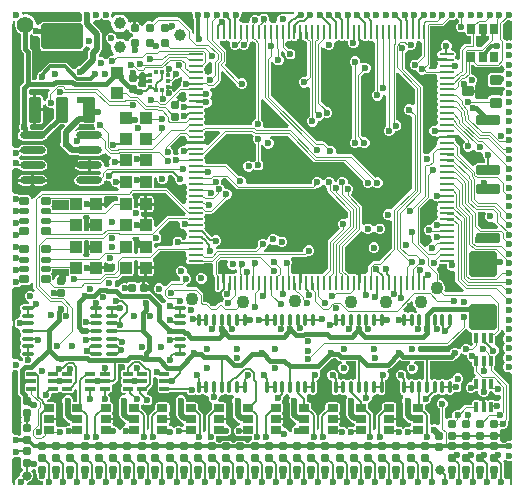
<source format=gtl>
G04*
G04 #@! TF.GenerationSoftware,Altium Limited,Altium Designer,22.11.1 (43)*
G04*
G04 Layer_Physical_Order=1*
G04 Layer_Color=255*
%FSLAX25Y25*%
%MOIN*%
G70*
G04*
G04 #@! TF.SameCoordinates,A6378206-AED9-4D2D-974D-CF2DF6B381A6*
G04*
G04*
G04 #@! TF.FilePolarity,Positive*
G04*
G01*
G75*
%ADD13C,0.00787*%
%ADD17C,0.01968*%
%ADD18R,0.00787X0.21260*%
%ADD19R,0.00787X0.09055*%
%ADD20R,0.00787X0.23622*%
%ADD21R,0.00787X0.07874*%
%ADD22R,0.00787X0.08268*%
%ADD23R,0.00787X0.42126*%
%ADD24R,0.19685X0.00787*%
%ADD25R,0.26772X0.00787*%
%ADD26R,0.17717X0.00787*%
%ADD27R,0.00787X0.22441*%
%ADD28R,0.00787X0.06299*%
%ADD29R,0.05512X0.00787*%
%ADD30O,0.00866X0.05118*%
%ADD31O,0.05118X0.00866*%
G04:AMPARAMS|DCode=32|XSize=35.43mil|YSize=37.4mil|CornerRadius=3.54mil|HoleSize=0mil|Usage=FLASHONLY|Rotation=90.000|XOffset=0mil|YOffset=0mil|HoleType=Round|Shape=RoundedRectangle|*
%AMROUNDEDRECTD32*
21,1,0.03543,0.03032,0,0,90.0*
21,1,0.02835,0.03740,0,0,90.0*
1,1,0.00709,0.01516,0.01417*
1,1,0.00709,0.01516,-0.01417*
1,1,0.00709,-0.01516,-0.01417*
1,1,0.00709,-0.01516,0.01417*
%
%ADD32ROUNDEDRECTD32*%
G04:AMPARAMS|DCode=33|XSize=35.43mil|YSize=37.4mil|CornerRadius=3.54mil|HoleSize=0mil|Usage=FLASHONLY|Rotation=90.000|XOffset=0mil|YOffset=0mil|HoleType=Round|Shape=RoundedRectangle|*
%AMROUNDEDRECTD33*
21,1,0.03543,0.03032,0,0,90.0*
21,1,0.02835,0.03740,0,0,90.0*
1,1,0.00709,0.01516,0.01417*
1,1,0.00709,0.01516,-0.01417*
1,1,0.00709,-0.01516,-0.01417*
1,1,0.00709,-0.01516,0.01417*
%
%ADD33ROUNDEDRECTD33*%
G04:AMPARAMS|DCode=34|XSize=43.31mil|YSize=84.65mil|CornerRadius=4.33mil|HoleSize=0mil|Usage=FLASHONLY|Rotation=0.000|XOffset=0mil|YOffset=0mil|HoleType=Round|Shape=RoundedRectangle|*
%AMROUNDEDRECTD34*
21,1,0.04331,0.07598,0,0,0.0*
21,1,0.03465,0.08465,0,0,0.0*
1,1,0.00866,0.01732,-0.03799*
1,1,0.00866,-0.01732,-0.03799*
1,1,0.00866,-0.01732,0.03799*
1,1,0.00866,0.01732,0.03799*
%
%ADD34ROUNDEDRECTD34*%
G04:AMPARAMS|DCode=35|XSize=43.31mil|YSize=84.65mil|CornerRadius=4.33mil|HoleSize=0mil|Usage=FLASHONLY|Rotation=0.000|XOffset=0mil|YOffset=0mil|HoleType=Round|Shape=RoundedRectangle|*
%AMROUNDEDRECTD35*
21,1,0.04331,0.07599,0,0,0.0*
21,1,0.03465,0.08465,0,0,0.0*
1,1,0.00866,0.01732,-0.03799*
1,1,0.00866,-0.01732,-0.03799*
1,1,0.00866,-0.01732,0.03799*
1,1,0.00866,0.01732,0.03799*
%
%ADD35ROUNDEDRECTD35*%
G04:AMPARAMS|DCode=36|XSize=137.8mil|YSize=84.65mil|CornerRadius=8.47mil|HoleSize=0mil|Usage=FLASHONLY|Rotation=0.000|XOffset=0mil|YOffset=0mil|HoleType=Round|Shape=RoundedRectangle|*
%AMROUNDEDRECTD36*
21,1,0.13780,0.06772,0,0,0.0*
21,1,0.12087,0.08465,0,0,0.0*
1,1,0.01693,0.06043,-0.03386*
1,1,0.01693,-0.06043,-0.03386*
1,1,0.01693,-0.06043,0.03386*
1,1,0.01693,0.06043,0.03386*
%
%ADD36ROUNDEDRECTD36*%
G04:AMPARAMS|DCode=37|XSize=39.37mil|YSize=43.31mil|CornerRadius=3.94mil|HoleSize=0mil|Usage=FLASHONLY|Rotation=0.000|XOffset=0mil|YOffset=0mil|HoleType=Round|Shape=RoundedRectangle|*
%AMROUNDEDRECTD37*
21,1,0.03937,0.03543,0,0,0.0*
21,1,0.03150,0.04331,0,0,0.0*
1,1,0.00787,0.01575,-0.01772*
1,1,0.00787,-0.01575,-0.01772*
1,1,0.00787,-0.01575,0.01772*
1,1,0.00787,0.01575,0.01772*
%
%ADD37ROUNDEDRECTD37*%
G04:AMPARAMS|DCode=38|XSize=23.62mil|YSize=35.43mil|CornerRadius=2.36mil|HoleSize=0mil|Usage=FLASHONLY|Rotation=180.000|XOffset=0mil|YOffset=0mil|HoleType=Round|Shape=RoundedRectangle|*
%AMROUNDEDRECTD38*
21,1,0.02362,0.03071,0,0,180.0*
21,1,0.01890,0.03543,0,0,180.0*
1,1,0.00472,-0.00945,0.01535*
1,1,0.00472,0.00945,0.01535*
1,1,0.00472,0.00945,-0.01535*
1,1,0.00472,-0.00945,-0.01535*
%
%ADD38ROUNDEDRECTD38*%
G04:AMPARAMS|DCode=39|XSize=27.56mil|YSize=23.62mil|CornerRadius=2.36mil|HoleSize=0mil|Usage=FLASHONLY|Rotation=180.000|XOffset=0mil|YOffset=0mil|HoleType=Round|Shape=RoundedRectangle|*
%AMROUNDEDRECTD39*
21,1,0.02756,0.01890,0,0,180.0*
21,1,0.02284,0.02362,0,0,180.0*
1,1,0.00472,-0.01142,0.00945*
1,1,0.00472,0.01142,0.00945*
1,1,0.00472,0.01142,-0.00945*
1,1,0.00472,-0.01142,-0.00945*
%
%ADD39ROUNDEDRECTD39*%
G04:AMPARAMS|DCode=40|XSize=23.62mil|YSize=35.43mil|CornerRadius=2.36mil|HoleSize=0mil|Usage=FLASHONLY|Rotation=270.000|XOffset=0mil|YOffset=0mil|HoleType=Round|Shape=RoundedRectangle|*
%AMROUNDEDRECTD40*
21,1,0.02362,0.03071,0,0,270.0*
21,1,0.01890,0.03543,0,0,270.0*
1,1,0.00472,-0.01535,-0.00945*
1,1,0.00472,-0.01535,0.00945*
1,1,0.00472,0.01535,0.00945*
1,1,0.00472,0.01535,-0.00945*
%
%ADD40ROUNDEDRECTD40*%
G04:AMPARAMS|DCode=41|XSize=86.61mil|YSize=90.55mil|CornerRadius=8.66mil|HoleSize=0mil|Usage=FLASHONLY|Rotation=90.000|XOffset=0mil|YOffset=0mil|HoleType=Round|Shape=RoundedRectangle|*
%AMROUNDEDRECTD41*
21,1,0.08661,0.07323,0,0,90.0*
21,1,0.06929,0.09055,0,0,90.0*
1,1,0.01732,0.03661,0.03465*
1,1,0.01732,0.03661,-0.03465*
1,1,0.01732,-0.03661,-0.03465*
1,1,0.01732,-0.03661,0.03465*
%
%ADD41ROUNDEDRECTD41*%
%ADD42C,0.03150*%
G04:AMPARAMS|DCode=43|XSize=25.59mil|YSize=31.5mil|CornerRadius=2.56mil|HoleSize=0mil|Usage=FLASHONLY|Rotation=90.000|XOffset=0mil|YOffset=0mil|HoleType=Round|Shape=RoundedRectangle|*
%AMROUNDEDRECTD43*
21,1,0.02559,0.02638,0,0,90.0*
21,1,0.02047,0.03150,0,0,90.0*
1,1,0.00512,0.01319,0.01024*
1,1,0.00512,0.01319,-0.01024*
1,1,0.00512,-0.01319,-0.01024*
1,1,0.00512,-0.01319,0.01024*
%
%ADD43ROUNDEDRECTD43*%
G04:AMPARAMS|DCode=44|XSize=17.72mil|YSize=31.5mil|CornerRadius=1.77mil|HoleSize=0mil|Usage=FLASHONLY|Rotation=90.000|XOffset=0mil|YOffset=0mil|HoleType=Round|Shape=RoundedRectangle|*
%AMROUNDEDRECTD44*
21,1,0.01772,0.02795,0,0,90.0*
21,1,0.01417,0.03150,0,0,90.0*
1,1,0.00354,0.01398,0.00709*
1,1,0.00354,0.01398,-0.00709*
1,1,0.00354,-0.01398,-0.00709*
1,1,0.00354,-0.01398,0.00709*
%
%ADD44ROUNDEDRECTD44*%
G04:AMPARAMS|DCode=45|XSize=31.5mil|YSize=78.74mil|CornerRadius=3.15mil|HoleSize=0mil|Usage=FLASHONLY|Rotation=90.000|XOffset=0mil|YOffset=0mil|HoleType=Round|Shape=RoundedRectangle|*
%AMROUNDEDRECTD45*
21,1,0.03150,0.07244,0,0,90.0*
21,1,0.02520,0.07874,0,0,90.0*
1,1,0.00630,0.03622,0.01260*
1,1,0.00630,0.03622,-0.01260*
1,1,0.00630,-0.03622,-0.01260*
1,1,0.00630,-0.03622,0.01260*
%
%ADD45ROUNDEDRECTD45*%
%ADD46O,0.01181X0.04331*%
%ADD47O,0.04331X0.01181*%
G04:AMPARAMS|DCode=48|XSize=12.6mil|YSize=31.5mil|CornerRadius=1.26mil|HoleSize=0mil|Usage=FLASHONLY|Rotation=90.000|XOffset=0mil|YOffset=0mil|HoleType=Round|Shape=RoundedRectangle|*
%AMROUNDEDRECTD48*
21,1,0.01260,0.02898,0,0,90.0*
21,1,0.01008,0.03150,0,0,90.0*
1,1,0.00252,0.01449,0.00504*
1,1,0.00252,0.01449,-0.00504*
1,1,0.00252,-0.01449,-0.00504*
1,1,0.00252,-0.01449,0.00504*
%
%ADD48ROUNDEDRECTD48*%
%ADD49O,0.08661X0.02362*%
G04:AMPARAMS|DCode=50|XSize=12.6mil|YSize=31.5mil|CornerRadius=1.26mil|HoleSize=0mil|Usage=FLASHONLY|Rotation=180.000|XOffset=0mil|YOffset=0mil|HoleType=Round|Shape=RoundedRectangle|*
%AMROUNDEDRECTD50*
21,1,0.01260,0.02898,0,0,180.0*
21,1,0.01008,0.03150,0,0,180.0*
1,1,0.00252,-0.00504,0.01449*
1,1,0.00252,0.00504,0.01449*
1,1,0.00252,0.00504,-0.01449*
1,1,0.00252,-0.00504,-0.01449*
%
%ADD50ROUNDEDRECTD50*%
%ADD51R,0.01476X0.01378*%
%ADD52R,0.01378X0.01476*%
G04:AMPARAMS|DCode=53|XSize=39.37mil|YSize=43.31mil|CornerRadius=3.94mil|HoleSize=0mil|Usage=FLASHONLY|Rotation=270.000|XOffset=0mil|YOffset=0mil|HoleType=Round|Shape=RoundedRectangle|*
%AMROUNDEDRECTD53*
21,1,0.03937,0.03543,0,0,270.0*
21,1,0.03150,0.04331,0,0,270.0*
1,1,0.00787,-0.01772,-0.01575*
1,1,0.00787,-0.01772,0.01575*
1,1,0.00787,0.01772,0.01575*
1,1,0.00787,0.01772,-0.01575*
%
%ADD53ROUNDEDRECTD53*%
G04:AMPARAMS|DCode=54|XSize=27.56mil|YSize=23.62mil|CornerRadius=2.36mil|HoleSize=0mil|Usage=FLASHONLY|Rotation=90.000|XOffset=0mil|YOffset=0mil|HoleType=Round|Shape=RoundedRectangle|*
%AMROUNDEDRECTD54*
21,1,0.02756,0.01890,0,0,90.0*
21,1,0.02284,0.02362,0,0,90.0*
1,1,0.00472,0.00945,0.01142*
1,1,0.00472,0.00945,-0.01142*
1,1,0.00472,-0.00945,-0.01142*
1,1,0.00472,-0.00945,0.01142*
%
%ADD54ROUNDEDRECTD54*%
%ADD84C,0.03100*%
%ADD85C,0.01575*%
%ADD86C,0.00492*%
%ADD87C,0.01181*%
%ADD88C,0.02362*%
%ADD89C,0.03900*%
%ADD90C,0.04331*%
%ADD91C,0.05512*%
G36*
X83193Y157087D02*
X82780Y156915D01*
X82281Y156417D01*
X82025Y156366D01*
X81900Y156491D01*
X81248Y156761D01*
X80544D01*
X79893Y156491D01*
X79394Y155993D01*
X79124Y155341D01*
Y154801D01*
X78961Y154586D01*
X78753Y154404D01*
X78448Y154213D01*
X78248Y154252D01*
X77849Y154173D01*
X77510Y153947D01*
X77017Y153947D01*
X76679Y154173D01*
X76279Y154252D01*
X76254Y154247D01*
X75609Y154755D01*
X75539Y155317D01*
X75911Y155689D01*
X76181Y156341D01*
Y157045D01*
X76164Y157087D01*
X76690Y157874D01*
X83037D01*
X83193Y157087D01*
D02*
G37*
G36*
X148546Y155248D02*
X148603Y155191D01*
X148708Y155148D01*
Y154267D01*
X148512Y154186D01*
X148013Y153688D01*
X147743Y153036D01*
Y152332D01*
X148013Y151680D01*
X148512Y151182D01*
X149163Y150912D01*
X149867D01*
X150375Y151123D01*
X150894Y150908D01*
X151162Y150712D01*
Y150603D01*
X151227Y150280D01*
X151409Y150007D01*
X151683Y149824D01*
X152005Y149760D01*
X152796D01*
Y147137D01*
X151153D01*
X150826Y147072D01*
X150550Y146887D01*
X149344Y145681D01*
X149159Y145404D01*
X149094Y145078D01*
Y142144D01*
X148512Y141694D01*
X148385Y141640D01*
X147811Y141953D01*
X147775Y142132D01*
X147549Y142470D01*
X147549Y142963D01*
X147775Y143301D01*
X147855Y143701D01*
X147775Y144100D01*
X147549Y144439D01*
X147210Y144665D01*
X146811Y144744D01*
X146478D01*
X146152Y145532D01*
X146154Y145534D01*
X146424Y146185D01*
Y146890D01*
X146154Y147541D01*
X145656Y148040D01*
X145005Y148309D01*
X144300D01*
X143649Y148040D01*
X143151Y147541D01*
X142881Y146890D01*
Y146185D01*
X143151Y145534D01*
X143153Y145532D01*
X142827Y144744D01*
X142559D01*
X142160Y144665D01*
X141821Y144439D01*
X141595Y144100D01*
X141515Y143701D01*
X141595Y143301D01*
X141821Y142963D01*
X141821Y142470D01*
X141657Y142224D01*
X144685D01*
Y141240D01*
X141657D01*
X141821Y140994D01*
Y140502D01*
X141595Y140163D01*
X141515Y139764D01*
X141581Y139436D01*
X141563Y139316D01*
X141126Y138648D01*
X139000D01*
X138673Y139436D01*
X139056Y139819D01*
X139241Y140095D01*
X139306Y140422D01*
Y148365D01*
X139327Y148471D01*
Y152936D01*
X143118D01*
X143444Y153001D01*
X143721Y153186D01*
X145646Y155111D01*
X146104Y154921D01*
X146809D01*
X147460Y155191D01*
X147517Y155248D01*
X148031Y155635D01*
X148546Y155248D01*
D02*
G37*
G36*
X89753Y157090D02*
X89102Y156820D01*
X88603Y156322D01*
X88334Y155671D01*
Y155007D01*
X88322Y154933D01*
X88311Y154900D01*
X87801Y154195D01*
X87691Y154173D01*
X87353Y153947D01*
X86860D01*
X86521Y154173D01*
X86122Y154252D01*
X86068Y154242D01*
X85483Y154888D01*
X85555Y155061D01*
Y155766D01*
X85285Y156417D01*
X84787Y156915D01*
X84373Y157087D01*
X84530Y157874D01*
X89745D01*
X89753Y157090D01*
D02*
G37*
G36*
X23049Y157087D02*
X23031Y157045D01*
Y156341D01*
X23198Y155940D01*
Y155137D01*
X22579Y154457D01*
X10492D01*
X9932Y154346D01*
X9456Y154028D01*
X9138Y153553D01*
X8465Y153235D01*
X7677Y153581D01*
Y153984D01*
X7449Y154835D01*
X7009Y155598D01*
X6385Y156221D01*
X5622Y156662D01*
X4771Y156890D01*
X3890D01*
X3740Y156850D01*
X3726Y156853D01*
X3636Y157087D01*
X4176Y157874D01*
X22523D01*
X23049Y157087D01*
D02*
G37*
G36*
X60057D02*
X60039Y157045D01*
Y156341D01*
X60309Y155689D01*
X60607Y155392D01*
Y150614D01*
X60575Y150540D01*
X60569Y150536D01*
X59781Y150965D01*
Y151258D01*
X59716Y151585D01*
X59532Y151861D01*
X55721Y155672D01*
X55444Y155857D01*
X55118Y155922D01*
X48376D01*
X48050Y155857D01*
X47773Y155672D01*
X46533Y154433D01*
X46174Y154581D01*
X45322D01*
X44536Y154256D01*
X43933Y153654D01*
X43642Y152949D01*
X43248Y152906D01*
X42854Y152949D01*
X42563Y153654D01*
X41961Y154256D01*
X41240Y154554D01*
Y152441D01*
X40256D01*
Y154554D01*
X39536Y154256D01*
X39470Y154190D01*
X39085Y154257D01*
X38642Y154476D01*
X38482Y155073D01*
X38096Y155743D01*
X37550Y156289D01*
X36881Y156675D01*
X36134Y156875D01*
X35362D01*
X34615Y156675D01*
X33946Y156289D01*
X33534Y155877D01*
X32867Y156323D01*
X32874Y156341D01*
Y157045D01*
X32857Y157087D01*
X33383Y157874D01*
X59530D01*
X60057Y157087D01*
D02*
G37*
G36*
X157183Y149760D02*
X157635D01*
X157958Y149824D01*
X158082Y149907D01*
X158092Y149913D01*
X158603Y149753D01*
X158879Y149565D01*
Y148750D01*
X156181Y146053D01*
X155183D01*
X154502Y146572D01*
Y149565D01*
X154778Y149753D01*
X155289Y149913D01*
X155299Y149907D01*
X155423Y149824D01*
X155746Y149760D01*
X156198D01*
Y152139D01*
X157183D01*
Y149760D01*
D02*
G37*
G36*
X165002Y154921D02*
X165707D01*
X165748Y154938D01*
X166535Y154412D01*
Y148737D01*
X165748Y148211D01*
X165707Y148228D01*
X165002D01*
X164903Y148188D01*
X164802Y148189D01*
X164051Y148522D01*
X163866Y148799D01*
X163501Y149165D01*
Y153633D01*
X164851Y154984D01*
X165002Y154921D01*
D02*
G37*
G36*
X96457Y148054D02*
X96703Y148219D01*
X97195Y148219D01*
X97534Y147993D01*
X97730Y147953D01*
X98152Y147531D01*
Y136585D01*
X97597Y136024D01*
X96892D01*
X96241Y135754D01*
X95742Y135256D01*
X95473Y134604D01*
Y133900D01*
X95742Y133248D01*
X96241Y132750D01*
X96892Y132480D01*
X97597D01*
X98248Y132750D01*
X98360Y132862D01*
X99147Y132536D01*
Y122824D01*
X98997Y122762D01*
X98498Y122263D01*
X98228Y121612D01*
Y120907D01*
X98498Y120256D01*
X98997Y119758D01*
X99648Y119488D01*
X100352D01*
X101004Y119758D01*
X101502Y120256D01*
X101772Y120907D01*
Y121507D01*
X102371D01*
X103022Y121776D01*
X103520Y122275D01*
X103668Y122630D01*
X103824Y122661D01*
X104475Y122392D01*
X105180D01*
X105832Y122661D01*
X106330Y123160D01*
X106600Y123811D01*
Y124516D01*
X106330Y125167D01*
X105832Y125665D01*
X105180Y125935D01*
X104769D01*
X102822Y127882D01*
Y145948D01*
X102976Y146061D01*
X103910Y145863D01*
X104408Y145365D01*
X105059Y145095D01*
X105764D01*
X106415Y145365D01*
X106913Y145863D01*
X107183Y146515D01*
Y147219D01*
X107168Y147257D01*
X107746Y147919D01*
X107776Y147913D01*
X108175Y147993D01*
X108514Y148219D01*
X109006Y148219D01*
X109345Y147992D01*
X109744Y147913D01*
X110143Y147992D01*
X110482Y148219D01*
X110975D01*
X111313Y147993D01*
X111713Y147913D01*
X111894Y147172D01*
X112164Y146521D01*
X112662Y146022D01*
X113314Y145753D01*
X114018D01*
X114670Y146022D01*
X115168Y146521D01*
X115438Y147172D01*
X115650Y147913D01*
X116049Y147993D01*
X116388Y148219D01*
X116880Y148219D01*
X117219Y147993D01*
X117618Y147913D01*
X118017Y147993D01*
X118356Y148219D01*
X118849Y148219D01*
X119187Y147993D01*
X119587Y147913D01*
X119915Y147978D01*
X120034Y147961D01*
X120702Y147524D01*
Y131445D01*
X120650Y131423D01*
X120152Y130925D01*
X119882Y130274D01*
Y129569D01*
X120152Y128918D01*
X120650Y128419D01*
X121301Y128150D01*
X122006D01*
X122657Y128419D01*
X123155Y128918D01*
X123425Y129569D01*
Y129926D01*
X123941Y130170D01*
X124639Y129691D01*
Y119634D01*
X124587Y119612D01*
X124089Y119114D01*
X123819Y118463D01*
Y117758D01*
X124089Y117107D01*
X124587Y116608D01*
X125238Y116339D01*
X125943D01*
X126594Y116608D01*
X127093Y117107D01*
X127362Y117758D01*
Y117945D01*
X127522Y118051D01*
X128226D01*
X128878Y118321D01*
X129376Y118819D01*
X129646Y119471D01*
Y120175D01*
X129376Y120826D01*
X128878Y121325D01*
X128226Y121595D01*
X127871D01*
Y137222D01*
X128598Y137523D01*
X134137Y131984D01*
Y126962D01*
X133350Y126636D01*
X133287Y126699D01*
X132636Y126969D01*
X131931D01*
X131280Y126699D01*
X130781Y126200D01*
X130512Y125549D01*
Y124845D01*
X130781Y124193D01*
X131280Y123695D01*
X131931Y123425D01*
X132636D01*
X133153Y122825D01*
Y98787D01*
X126647Y92281D01*
X126444Y92003D01*
X125648Y91944D01*
X125575Y91975D01*
X124870D01*
X124219Y91705D01*
X123720Y91207D01*
X123451Y90556D01*
Y89851D01*
X123720Y89200D01*
X124219Y88701D01*
X124870Y88432D01*
X125575D01*
X125610Y88446D01*
X126398Y87920D01*
Y78916D01*
X122194Y74712D01*
X120465D01*
X120138Y74647D01*
X119862Y74462D01*
X118737Y73338D01*
X118552Y73061D01*
X118488Y72735D01*
Y71145D01*
X118488Y71144D01*
X118308Y70903D01*
X117862Y70542D01*
X117618Y70591D01*
X117219Y70512D01*
X116880Y70285D01*
X116388Y70285D01*
X116142Y70450D01*
Y67421D01*
X115157D01*
Y70450D01*
X114912Y70285D01*
X114419Y70285D01*
X114081Y70512D01*
X113681Y70591D01*
X113282Y70512D01*
X112943Y70285D01*
X112451Y70285D01*
X112112Y70512D01*
X112042Y70525D01*
X110696Y71872D01*
Y79216D01*
X116079Y84600D01*
X116439Y84610D01*
X116977Y84489D01*
X117002Y84430D01*
X117500Y83931D01*
X118151Y83662D01*
X118856D01*
X119508Y83931D01*
X120006Y84430D01*
X120046Y84527D01*
X120899D01*
X120939Y84430D01*
X121437Y83931D01*
X122089Y83662D01*
X122793D01*
X123444Y83931D01*
X123943Y84430D01*
X124213Y85081D01*
Y85786D01*
X123943Y86437D01*
X123444Y86935D01*
X122793Y87205D01*
X122089D01*
X121437Y86935D01*
X120939Y86437D01*
X120899Y86339D01*
X120046D01*
X120006Y86437D01*
X119508Y86935D01*
X118856Y87205D01*
X118151D01*
X117500Y86935D01*
X117192Y86626D01*
X116404Y86894D01*
Y92725D01*
X116339Y93051D01*
X116154Y93328D01*
X113032Y96450D01*
X112994Y96535D01*
X113054Y97501D01*
X113215Y97662D01*
X113484Y98313D01*
Y99018D01*
X113215Y99669D01*
X112716Y100168D01*
X112065Y100437D01*
X112007D01*
X111705Y100545D01*
Y101250D01*
X111435Y101901D01*
X110937Y102400D01*
X110286Y102669D01*
X109581D01*
X108930Y102400D01*
X108432Y101901D01*
X108162Y101250D01*
X108071Y101204D01*
X107922Y101212D01*
X107158Y101553D01*
X107014Y101901D01*
X106515Y102400D01*
X105864Y102669D01*
X105159D01*
X104508Y102400D01*
X104010Y101901D01*
X103970Y101804D01*
X103117D01*
X103077Y101901D01*
X102578Y102400D01*
X101927Y102669D01*
X101222D01*
X100571Y102400D01*
X100073Y101901D01*
X99803Y101250D01*
Y100545D01*
X99076Y100258D01*
X78276D01*
X77720Y100972D01*
Y101677D01*
X77450Y102328D01*
X76952Y102827D01*
X76301Y103096D01*
X75596D01*
X75445Y103034D01*
X71577Y106902D01*
X71300Y107087D01*
X70973Y107152D01*
X64582D01*
X64145Y107820D01*
X64128Y107940D01*
X64193Y108268D01*
X64114Y108667D01*
X63888Y109006D01*
X63888Y109498D01*
X64114Y109837D01*
X64153Y110033D01*
X71328Y117208D01*
X79645D01*
X80182Y116671D01*
X80388Y116358D01*
X80118Y115707D01*
Y115002D01*
X80388Y114351D01*
X80886Y113852D01*
X81037Y113790D01*
Y108257D01*
X80886Y108195D01*
X80388Y107696D01*
X79603Y107860D01*
X79093Y108071D01*
X78388D01*
X77737Y107801D01*
X77238Y107303D01*
X76968Y106652D01*
Y105947D01*
X77238Y105296D01*
X77737Y104797D01*
X78388Y104528D01*
X79093D01*
X79744Y104797D01*
X80242Y105296D01*
X81027Y105133D01*
X81537Y104921D01*
X82242D01*
X82893Y105191D01*
X83392Y105689D01*
X83661Y106341D01*
Y107045D01*
X83392Y107696D01*
X82893Y108195D01*
X82743Y108257D01*
Y113309D01*
X83478Y113455D01*
X83556Y113402D01*
X83734Y112973D01*
X84233Y112475D01*
X84884Y112205D01*
X85589D01*
X86240Y112475D01*
X86738Y112973D01*
X87008Y113624D01*
Y114329D01*
X86738Y114980D01*
X86240Y115478D01*
X85866Y115633D01*
X86022Y116421D01*
X91653D01*
X100163Y107911D01*
X100439Y107726D01*
X100766Y107661D01*
X110424D01*
X116795Y101290D01*
X116732Y101140D01*
Y100435D01*
X117002Y99784D01*
X117500Y99286D01*
X118151Y99016D01*
X118856D01*
X119508Y99286D01*
X119564Y99342D01*
X120079Y99729D01*
X120593Y99342D01*
X120650Y99286D01*
X121301Y99016D01*
X122006D01*
X122657Y99286D01*
X123155Y99784D01*
X123425Y100435D01*
Y101140D01*
X123155Y101791D01*
X122657Y102289D01*
X122006Y102559D01*
X121301D01*
X121151Y102497D01*
X113546Y110101D01*
X113269Y110286D01*
X112943Y110351D01*
X108234D01*
X107677Y111065D01*
Y111770D01*
X107407Y112421D01*
X106909Y112919D01*
X106258Y113189D01*
X105553D01*
X105403Y113127D01*
X104196Y114333D01*
X103919Y114518D01*
X103593Y114583D01*
X101401D01*
X86126Y129858D01*
Y140900D01*
X86914Y141056D01*
X87078Y140660D01*
X87576Y140162D01*
X88227Y139892D01*
X88932D01*
X89583Y140162D01*
X90082Y140660D01*
X90351Y141311D01*
Y142016D01*
X90082Y142667D01*
X89583Y143166D01*
X89433Y143228D01*
Y144468D01*
X90220Y144794D01*
X90810Y144204D01*
X90748Y144053D01*
Y143348D01*
X91018Y142697D01*
X91516Y142199D01*
X92167Y141929D01*
X92872D01*
X93523Y142199D01*
X94022Y142697D01*
X94291Y143348D01*
Y144053D01*
X94022Y144704D01*
X93523Y145203D01*
X92872Y145472D01*
X92167D01*
X92017Y145410D01*
X90912Y146515D01*
Y147524D01*
X91580Y147961D01*
X91699Y147978D01*
X92028Y147913D01*
X92427Y147993D01*
X92766Y148219D01*
X93258Y148219D01*
X93597Y147993D01*
X93996Y147913D01*
X94396Y147993D01*
X94734Y148219D01*
X95227Y148219D01*
X95472Y148054D01*
Y151083D01*
X96457D01*
Y148054D01*
D02*
G37*
G36*
X30042Y155248D02*
X30099Y155191D01*
X30750Y154921D01*
X31455D01*
X32106Y155191D01*
X32226Y155163D01*
X32814Y154327D01*
Y153555D01*
X33014Y152808D01*
X33400Y152139D01*
X33946Y151593D01*
X34615Y151207D01*
X35362Y151007D01*
X36134D01*
X36881Y151207D01*
X37550Y151593D01*
X37865Y151908D01*
X37917Y151915D01*
X38668Y151755D01*
X38733Y151711D01*
X38933Y151228D01*
X39536Y150626D01*
X40240Y150335D01*
X40283Y149941D01*
X40240Y149547D01*
X39536Y149256D01*
X38933Y148653D01*
X38733Y148170D01*
X38668Y148127D01*
X37917Y147967D01*
X37865Y147974D01*
X37550Y148289D01*
X36881Y148675D01*
X36134Y148875D01*
X35362D01*
X35217Y148836D01*
X34666Y149259D01*
X34396Y149910D01*
X33898Y150408D01*
X33247Y150678D01*
X32542D01*
X31891Y150408D01*
X31393Y149910D01*
X31123Y149259D01*
Y148554D01*
X31393Y147903D01*
X31891Y147404D01*
X32301Y147234D01*
X32542Y147135D01*
X32819Y146347D01*
X32814Y146327D01*
Y145555D01*
X33014Y144808D01*
X33400Y144139D01*
X33800Y143739D01*
X33757Y143575D01*
X33448Y143012D01*
X32907D01*
X32256Y142742D01*
X31758Y142244D01*
X31690Y142080D01*
X31390Y141999D01*
X30802Y141994D01*
X30424Y142372D01*
X29773Y142642D01*
X29068D01*
X28952Y142735D01*
X28895Y143792D01*
X29281Y144178D01*
X29281Y144178D01*
X29629Y144699D01*
X29751Y145313D01*
X29751Y145313D01*
Y150398D01*
X29751Y150398D01*
X29629Y151012D01*
X29281Y151533D01*
X29281Y151533D01*
X26760Y154054D01*
X26836Y154420D01*
X27600Y154921D01*
X28305D01*
X28956Y155191D01*
X29013Y155248D01*
X29528Y155635D01*
X30042Y155248D01*
D02*
G37*
G36*
X71943Y147993D02*
X72010Y147979D01*
X72518Y147249D01*
X72540Y147150D01*
Y146498D01*
X72810Y145847D01*
X73308Y145349D01*
X73960Y145079D01*
X74664D01*
X75316Y145349D01*
X75689Y145722D01*
X76161Y145250D01*
X76812Y144980D01*
X77517D01*
X78168Y145250D01*
X78667Y145748D01*
X78936Y146400D01*
Y147104D01*
X79403Y147824D01*
X79792Y147982D01*
X79880Y147980D01*
X80216Y147913D01*
X80229Y147915D01*
X80277Y147883D01*
X80425Y147854D01*
X81085Y147194D01*
Y122138D01*
X80689Y121974D01*
X80191Y121476D01*
X79921Y120825D01*
Y120120D01*
X79773Y119898D01*
X64341D01*
X64193Y120079D01*
X64114Y120478D01*
X63888Y120817D01*
X63888Y121309D01*
X64114Y121648D01*
X64193Y122047D01*
X64114Y122447D01*
X63888Y122785D01*
X63888Y123278D01*
X64114Y123616D01*
X64193Y124016D01*
X64114Y124415D01*
X63888Y124754D01*
X63888Y125246D01*
X64114Y125585D01*
X64147Y125751D01*
X64215Y125787D01*
X64919D01*
X65570Y126057D01*
X66069Y126556D01*
X66339Y127207D01*
Y127911D01*
X66069Y128563D01*
X65688Y128944D01*
X66153Y129409D01*
X66422Y130060D01*
Y130765D01*
X66153Y131416D01*
X65973Y131595D01*
X66300Y132382D01*
X66761D01*
X67087Y132447D01*
X67364Y132632D01*
X69128Y134396D01*
X69313Y134673D01*
X69378Y135000D01*
Y137877D01*
X70105Y138179D01*
X74606Y133678D01*
Y133506D01*
X74876Y132855D01*
X75374Y132356D01*
X76026Y132087D01*
X76730D01*
X77381Y132356D01*
X77880Y132855D01*
X78150Y133506D01*
Y134211D01*
X77880Y134862D01*
X77381Y135360D01*
X76730Y135630D01*
X76026D01*
X75374Y135360D01*
X75355Y135341D01*
X70512Y140185D01*
X71026Y140700D01*
X71211Y140977D01*
X71276Y141303D01*
Y144524D01*
X71211Y144850D01*
X71026Y145127D01*
X69047Y147106D01*
X69198Y147896D01*
X69843Y148080D01*
X69975Y147992D01*
X70374Y147913D01*
X70773Y147992D01*
X71112Y148219D01*
X71605D01*
X71943Y147993D01*
D02*
G37*
G36*
X135335Y147913D02*
X135663Y147978D01*
X135782Y147961D01*
X136450Y147524D01*
Y143544D01*
X134674Y141768D01*
X134524Y141831D01*
X133819D01*
X133168Y141561D01*
X132669Y141063D01*
X132400Y140411D01*
Y139707D01*
X132669Y139056D01*
X133168Y138557D01*
X133819Y138287D01*
X134524D01*
X135077Y137664D01*
X135112Y137579D01*
X135611Y137081D01*
X136262Y136811D01*
X136967D01*
X137527Y137043D01*
X137581Y137007D01*
X137908Y136942D01*
X141126D01*
X141563Y136274D01*
X141581Y136155D01*
X141515Y135827D01*
X141595Y135427D01*
X141821Y135089D01*
X141821Y134596D01*
X141595Y134258D01*
X141515Y133858D01*
X141595Y133459D01*
X141821Y133120D01*
X141821Y132628D01*
X141595Y132289D01*
X141515Y131890D01*
X141595Y131490D01*
X141821Y131152D01*
X141821Y130659D01*
X141595Y130321D01*
X141515Y129921D01*
X141595Y129522D01*
X141821Y129183D01*
X141821Y128691D01*
X141595Y128352D01*
X141515Y127953D01*
X141595Y127553D01*
X141821Y127215D01*
X141821Y126722D01*
X141595Y126384D01*
X141515Y125984D01*
X141595Y125585D01*
X141821Y125246D01*
Y124754D01*
X141595Y124415D01*
X141515Y124016D01*
X141595Y123616D01*
X141821Y123278D01*
X141821Y122785D01*
X141595Y122447D01*
X141515Y122047D01*
X141595Y121648D01*
X141821Y121309D01*
X141821Y120817D01*
X141595Y120478D01*
X141113Y119975D01*
X140752Y119882D01*
X140319D01*
X139668Y119612D01*
X139170Y119114D01*
X138900Y118463D01*
Y117758D01*
X139170Y117107D01*
X139668Y116608D01*
X140319Y116339D01*
X140752D01*
X141113Y116245D01*
X141595Y115742D01*
X141821Y115404D01*
X141821Y114911D01*
X141595Y114573D01*
X141515Y114173D01*
X141582Y113839D01*
X141584Y113747D01*
X141273Y112997D01*
X141251Y112979D01*
X140995Y112808D01*
X139505Y111318D01*
X139320Y111042D01*
X139306Y110969D01*
X138643Y110473D01*
X138541Y110433D01*
X137837D01*
X137615Y110341D01*
X136827Y110834D01*
Y132745D01*
X136762Y133072D01*
X136578Y133349D01*
X130774Y139152D01*
Y144105D01*
X130925Y144167D01*
X131423Y144666D01*
X132325Y145079D01*
X133030D01*
X133681Y145349D01*
X134179Y145847D01*
X134449Y146498D01*
Y147203D01*
X134353Y147435D01*
X134804Y147867D01*
X134977Y147984D01*
X135335Y147913D01*
D02*
G37*
G36*
X6870Y149876D02*
X7522Y149606D01*
X8226D01*
X8240Y149612D01*
X9027Y149086D01*
Y146221D01*
X9138Y145660D01*
X9456Y145185D01*
X9932Y144867D01*
X10492Y144755D01*
X22579D01*
X23139Y144867D01*
X23615Y145185D01*
X23932Y145660D01*
X23972Y145860D01*
X24045Y145942D01*
X24690Y146279D01*
X24831Y146291D01*
X25136Y146165D01*
X25614D01*
X25989Y145485D01*
X26000Y145438D01*
X25628Y145066D01*
X25280Y144545D01*
X25158Y143931D01*
X25158Y143931D01*
Y142389D01*
X22335Y139567D01*
X22245D01*
X21594Y139297D01*
X21095Y138799D01*
X20200Y138694D01*
X18476Y140419D01*
X18085Y140680D01*
X17624Y140771D01*
X17624Y140771D01*
X12598D01*
X12138Y140680D01*
X11747Y140419D01*
X11747Y140418D01*
X9371Y138042D01*
X9110Y137651D01*
X9102Y137614D01*
X8992Y137569D01*
X8494Y137071D01*
X8224Y136419D01*
Y135715D01*
X7664Y135011D01*
X6523D01*
Y144488D01*
X6416Y145026D01*
X6112Y145482D01*
X5736Y145858D01*
Y149982D01*
X5816Y150032D01*
X6523Y150223D01*
X6870Y149876D01*
D02*
G37*
G36*
X154296Y139577D02*
X154573Y139392D01*
X154899Y139327D01*
X161779D01*
X162106Y139392D01*
X162382Y139577D01*
X162795Y139990D01*
X163201Y139894D01*
X163624Y139705D01*
X163852Y139154D01*
X163909Y139097D01*
X164296Y138583D01*
X163909Y138068D01*
X163852Y138011D01*
X163676Y137586D01*
X163004Y137333D01*
X162795Y137323D01*
X162546Y137373D01*
X159514D01*
X159146Y137299D01*
X158833Y137091D01*
X158624Y136778D01*
X158551Y136409D01*
Y133575D01*
X158624Y133206D01*
X158833Y132893D01*
X159146Y132685D01*
X159514Y132611D01*
X162546D01*
X162915Y132685D01*
X162962Y132716D01*
X163779Y132568D01*
X164054Y131962D01*
X163909Y131769D01*
X163852Y131712D01*
X163583Y131061D01*
Y130356D01*
X163604Y130306D01*
X162968Y129783D01*
X162915Y129819D01*
X162546Y129892D01*
X159514D01*
X159146Y129819D01*
X158833Y129610D01*
X158624Y129298D01*
X158551Y128929D01*
Y128660D01*
X154546D01*
X154172Y129447D01*
X154184Y129466D01*
X154257Y129834D01*
Y130760D01*
X151778D01*
Y131744D01*
X154257D01*
Y132669D01*
X154184Y133038D01*
X154154Y133532D01*
X154496Y133880D01*
X154651Y134036D01*
X154921Y134687D01*
Y135392D01*
X154651Y136043D01*
X154153Y136541D01*
X153502Y136811D01*
X152868Y137182D01*
X152868Y137539D01*
Y140084D01*
X153656Y140217D01*
X154296Y139577D01*
D02*
G37*
G36*
X66536Y140776D02*
Y137654D01*
X66318Y136926D01*
X65614D01*
X65132Y136727D01*
X64401Y136904D01*
X64219Y136984D01*
X64077Y137340D01*
X64114Y137396D01*
X64193Y137795D01*
X64114Y138195D01*
X63888Y138533D01*
X63888Y139026D01*
X64114Y139364D01*
X64153Y139561D01*
X64924Y140332D01*
X65109Y140609D01*
X65142Y140773D01*
X65581Y141089D01*
X65798Y141172D01*
X66536Y140776D01*
D02*
G37*
G36*
X43815Y137599D02*
X44488Y137164D01*
Y137106D01*
X45817D01*
Y136122D01*
X44488D01*
Y135138D01*
X45817D01*
Y134154D01*
X44488D01*
Y132817D01*
X44382Y132711D01*
X43523Y132604D01*
X42872Y132874D01*
X42167D01*
X42131Y132894D01*
X42078Y133157D01*
X41905Y133417D01*
X41895Y133439D01*
Y134277D01*
X41905Y134300D01*
X42078Y134559D01*
X42142Y134882D01*
Y135335D01*
X40157D01*
Y136319D01*
X42142D01*
Y136772D01*
X42141Y136776D01*
X42576Y137463D01*
X42712Y137563D01*
X43444D01*
X43701Y137614D01*
X43815Y137599D01*
D02*
G37*
G36*
X56606Y135952D02*
X56544Y135034D01*
X56372Y134862D01*
X56102Y134211D01*
Y133506D01*
X56068Y133358D01*
X55600Y132678D01*
X55323Y132493D01*
X53732Y130902D01*
X53150Y131433D01*
Y132185D01*
X51821D01*
Y133169D01*
X53150D01*
Y134338D01*
X53370Y134485D01*
X54317Y135433D01*
X54989D01*
X55640Y135703D01*
X56139Y136201D01*
X56606Y135952D01*
D02*
G37*
G36*
X12339Y131474D02*
X11995Y131130D01*
X11810Y130853D01*
X11745Y130527D01*
Y129071D01*
X11693Y129050D01*
X11195Y128551D01*
X11044Y128186D01*
X10256Y128343D01*
Y128996D01*
X10177Y129395D01*
X9951Y129734D01*
X9612Y129960D01*
X9213Y130040D01*
X7972D01*
Y125689D01*
X10256D01*
Y126753D01*
X11044Y126909D01*
X11195Y126544D01*
X11693Y126046D01*
X12344Y125776D01*
X13049D01*
X13759Y125218D01*
Y122341D01*
X9782Y118364D01*
X6323D01*
X5709Y118939D01*
Y119604D01*
X5711Y119647D01*
X6267Y120354D01*
X6988D01*
Y125197D01*
Y130040D01*
X5748D01*
X5342Y130762D01*
Y131843D01*
X5700Y132202D01*
X12038D01*
X12339Y131474D01*
D02*
G37*
G36*
X57902Y130369D02*
X57919Y130249D01*
X57854Y129921D01*
X57933Y129522D01*
X58160Y129183D01*
X58160Y128691D01*
X57933Y128352D01*
X57534Y127870D01*
X57090Y127756D01*
X56734D01*
X55956Y128039D01*
X55773Y128313D01*
X55500Y128495D01*
X55177Y128560D01*
X54831D01*
X54530Y129287D01*
X56279Y131037D01*
X57465D01*
X57902Y130369D01*
D02*
G37*
G36*
X92281Y119898D02*
X91955Y119111D01*
X83866D01*
X83373Y119898D01*
X83465Y120120D01*
Y120825D01*
X83195Y121476D01*
X82791Y121880D01*
Y128348D01*
X83457Y128595D01*
X83579Y128601D01*
X92281Y119898D01*
D02*
G37*
G36*
X23459Y120433D02*
X23858Y120354D01*
X27279D01*
Y119740D01*
X27523Y119151D01*
X27409Y118828D01*
X27160Y118364D01*
X22441D01*
X21750Y118226D01*
X21290Y117919D01*
X20788Y118530D01*
X22721Y120463D01*
X23414D01*
X23459Y120433D01*
D02*
G37*
G36*
X69172Y117465D02*
X65201Y113494D01*
X64203Y113609D01*
X64159Y113681D01*
X61024D01*
X57927D01*
X57443Y113091D01*
X56739D01*
X56087Y112821D01*
X55589Y112322D01*
X55319Y111671D01*
Y110967D01*
X55438Y110680D01*
X55127Y110290D01*
X54851Y110039D01*
X54223D01*
X54056Y109970D01*
X53453Y110573D01*
X53494Y110671D01*
Y111376D01*
X53224Y112027D01*
X52726Y112525D01*
X52652Y112897D01*
X56175Y116421D01*
X57412D01*
X57894Y115939D01*
X57933Y115742D01*
X58160Y115404D01*
X58160Y114911D01*
X57995Y114665D01*
X61024D01*
X64052D01*
X63888Y114911D01*
X63888Y115404D01*
X64114Y115742D01*
X64193Y116142D01*
X64114Y116541D01*
X63888Y116880D01*
X63888Y117372D01*
X64114Y117711D01*
X64153Y117907D01*
X64438Y118192D01*
X68871D01*
X69172Y117465D01*
D02*
G37*
G36*
X1021Y154148D02*
X1025Y154134D01*
X984Y153984D01*
Y153103D01*
X1212Y152252D01*
X1653Y151489D01*
X2276Y150865D01*
X2926Y150490D01*
Y145276D01*
X3033Y144738D01*
X3337Y144282D01*
X3713Y143906D01*
Y134188D01*
X2944Y133419D01*
X2639Y132963D01*
X2532Y132425D01*
Y120392D01*
X2435Y120295D01*
X2165Y119644D01*
Y118939D01*
X2435Y118288D01*
X2399Y117923D01*
X2266Y117834D01*
X1875Y117248D01*
X1737Y116557D01*
X1875Y115866D01*
X2266Y115280D01*
X2853Y114888D01*
X3544Y114751D01*
X9843D01*
X10534Y114888D01*
X11120Y115280D01*
X11512Y115866D01*
X11575Y116182D01*
X15746Y120354D01*
X17041D01*
X17343Y119626D01*
X16581Y118865D01*
X16233Y118344D01*
X16111Y117730D01*
X16111Y117729D01*
Y114533D01*
X15945Y114132D01*
Y113427D01*
X16215Y112776D01*
X16713Y112278D01*
X17114Y112112D01*
X18728Y110497D01*
X18728Y110497D01*
X19249Y110149D01*
X19864Y110027D01*
X19864Y110027D01*
X21543D01*
X21750Y109888D01*
X22441Y109751D01*
X28741D01*
X29432Y109888D01*
X30018Y110280D01*
X30175Y110515D01*
X31116Y110688D01*
X31804Y109999D01*
X32081Y109815D01*
X32408Y109750D01*
X32458D01*
X32784Y108962D01*
X32594Y108773D01*
X32325Y108122D01*
Y107417D01*
X32496Y107005D01*
X32187Y106367D01*
X32035Y106217D01*
X31635D01*
X31309Y106152D01*
X31263Y106122D01*
X30557Y106540D01*
X30546Y106553D01*
X30547Y106557D01*
X30409Y107248D01*
X30018Y107834D01*
X29432Y108226D01*
X28741Y108364D01*
X26083D01*
Y106557D01*
Y104751D01*
X28741D01*
X28830Y104769D01*
X29025Y104634D01*
X29431Y104085D01*
X29418Y104021D01*
X29408Y103990D01*
X28741Y103364D01*
X22441D01*
X21750Y103226D01*
X21164Y102834D01*
X20773Y102249D01*
X20635Y101557D01*
X20773Y100866D01*
X21164Y100280D01*
X21750Y99888D01*
X22441Y99751D01*
X28741D01*
X29432Y99888D01*
X30018Y100280D01*
X30409Y100866D01*
X30491Y101275D01*
X30819Y101476D01*
X31199Y101633D01*
X31306Y101646D01*
X31833Y101428D01*
X32537Y101428D01*
X32914Y100732D01*
X33144Y100178D01*
X33642Y99679D01*
X34293Y99410D01*
X34951D01*
X35407Y98791D01*
X35267Y98337D01*
X35072Y98048D01*
X9687D01*
X9360Y97983D01*
X9083Y97798D01*
X7123Y95838D01*
X6938Y95561D01*
X6906Y95400D01*
X6119Y95478D01*
Y95807D01*
X6053Y96137D01*
X5866Y96417D01*
X5586Y96604D01*
X5256Y96670D01*
X2618D01*
X2346Y96616D01*
X2185Y96777D01*
X1534Y97047D01*
X829D01*
X787Y97030D01*
X0Y97556D01*
Y105200D01*
X787Y105726D01*
X829Y105709D01*
X1534D01*
X1883Y105853D01*
X2266Y105280D01*
X2853Y104888D01*
X3544Y104751D01*
X9843D01*
X10534Y104888D01*
X11120Y105280D01*
X11512Y105866D01*
X11649Y106557D01*
X11512Y107248D01*
X11120Y107834D01*
X10534Y108226D01*
X9843Y108364D01*
X3544D01*
X2853Y108226D01*
X2781Y108248D01*
X2683Y108484D01*
X2626Y108541D01*
X2239Y109055D01*
X2626Y109570D01*
X2683Y109626D01*
X2783Y109867D01*
X2853Y109888D01*
X3544Y109751D01*
X9843D01*
X10534Y109888D01*
X11120Y110280D01*
X11512Y110866D01*
X11649Y111557D01*
X11512Y112249D01*
X11120Y112835D01*
X10534Y113226D01*
X9843Y113364D01*
X3544D01*
X2852Y113226D01*
X2266Y112835D01*
X1881Y112258D01*
X1534Y112402D01*
X829D01*
X787Y112384D01*
X0Y112911D01*
Y153698D01*
X787Y154238D01*
X1021Y154148D01*
D02*
G37*
G36*
X150556Y115128D02*
X150902Y114445D01*
X150404Y113947D01*
X150134Y113296D01*
Y112591D01*
X150404Y111940D01*
X150902Y111441D01*
X151553Y111171D01*
X152258D01*
X152909Y111441D01*
X153323Y111855D01*
X153813Y111866D01*
X154200Y111795D01*
X154242Y111693D01*
X154741Y111195D01*
X155392Y110925D01*
X156097D01*
X156234Y110982D01*
X156837Y110379D01*
X156791Y110270D01*
Y109565D01*
X157061Y108914D01*
X157559Y108416D01*
X157658Y108375D01*
Y107301D01*
X155039D01*
X154686Y107231D01*
X154387Y107031D01*
X154186Y106731D01*
X154160Y106599D01*
X153401Y106245D01*
X149128Y110517D01*
Y112709D01*
X149064Y113035D01*
X148879Y113312D01*
X147814Y114376D01*
X147775Y114573D01*
X147549Y114911D01*
X147549Y115404D01*
X147713Y115650D01*
X144685D01*
Y116634D01*
X147820D01*
X147865Y116706D01*
X148862Y116821D01*
X150556Y115128D01*
D02*
G37*
G36*
X54134Y102321D02*
X54134Y102321D01*
Y101616D01*
X54404Y100965D01*
X54902Y100467D01*
X55553Y100197D01*
X56258D01*
X56909Y100467D01*
X57104Y100662D01*
X57582Y100491D01*
X57870Y100314D01*
X57933Y99994D01*
X58160Y99656D01*
X58160Y99163D01*
X57933Y98825D01*
X57854Y98425D01*
X57933Y98026D01*
X58160Y97687D01*
X58160Y97195D01*
X57933Y96856D01*
X57854Y96457D01*
X57933Y96057D01*
X58160Y95719D01*
X58160Y95226D01*
X57933Y94888D01*
X57854Y94488D01*
X57933Y94089D01*
X57940Y94079D01*
X57844Y93924D01*
X56846Y93809D01*
X51774Y98881D01*
X51498Y99066D01*
X51171Y99130D01*
X47295D01*
X47067Y99410D01*
Y102328D01*
X47784Y102891D01*
X47947Y102877D01*
X48228Y102518D01*
Y101813D01*
X48498Y101162D01*
X48996Y100663D01*
X49648Y100394D01*
X50352D01*
X51004Y100663D01*
X51502Y101162D01*
X51772Y101813D01*
Y102518D01*
X52329Y103229D01*
X53226D01*
X54134Y102321D01*
D02*
G37*
G36*
X34811Y96233D02*
X35233Y95555D01*
X35217Y95472D01*
Y94554D01*
X33817D01*
X33490Y94489D01*
X33213Y94304D01*
X31319Y92409D01*
X30531Y92735D01*
Y93209D01*
X27953D01*
Y94193D01*
X30531D01*
Y95472D01*
X30515Y95555D01*
X30937Y96233D01*
X31077Y96342D01*
X34671D01*
X34811Y96233D01*
D02*
G37*
G36*
X18681Y91929D02*
X18453Y91650D01*
X13204D01*
Y92047D01*
X13145Y92347D01*
X12955Y93140D01*
X13110Y93385D01*
X13140Y93430D01*
X13206Y93760D01*
Y95023D01*
X18681D01*
Y91929D01*
D02*
G37*
G36*
X74550Y98802D02*
X74827Y98617D01*
X75153Y98552D01*
X100083D01*
X100409Y98617D01*
X100686Y98802D01*
X101072Y99188D01*
X101222Y99126D01*
X101927D01*
X102578Y99396D01*
X103077Y99894D01*
X103117Y99992D01*
X103970D01*
X104010Y99894D01*
X104508Y99396D01*
X104954Y99211D01*
Y98293D01*
X105019Y97966D01*
X105204Y97690D01*
X111745Y91148D01*
Y89088D01*
X111658Y88988D01*
X110958Y88626D01*
X110589Y88779D01*
X109884D01*
X109233Y88510D01*
X108734Y88011D01*
X108465Y87360D01*
Y86655D01*
X108734Y86004D01*
X109119Y85620D01*
X105302Y81803D01*
X105117Y81526D01*
X105052Y81200D01*
Y71967D01*
X103636Y70551D01*
X103439Y70512D01*
X103101Y70285D01*
X102608Y70285D01*
X102269Y70512D01*
X101870Y70591D01*
X101471Y70512D01*
X101132Y70285D01*
X100640Y70285D01*
X100301Y70512D01*
X99902Y70591D01*
X99502Y70512D01*
X99164Y70285D01*
X98671Y70285D01*
X98333Y70512D01*
X97933Y70591D01*
X97534Y70512D01*
X97195Y70285D01*
X96703Y70285D01*
X96457Y70450D01*
Y67421D01*
X95472D01*
Y70450D01*
X95227Y70285D01*
X94734Y70285D01*
X94396Y70512D01*
X93996Y70591D01*
X93597Y70512D01*
X93575Y70497D01*
X92788Y70891D01*
Y73110D01*
X92780Y73149D01*
X92840Y73209D01*
X93110Y73860D01*
Y74565D01*
X92840Y75216D01*
X92778Y75279D01*
X93104Y76066D01*
X97463D01*
X97790Y76131D01*
X98067Y76316D01*
X98213Y76463D01*
X98364Y76401D01*
X99069D01*
X99720Y76670D01*
X100218Y77169D01*
X100488Y77820D01*
Y78525D01*
X100218Y79176D01*
X99720Y79674D01*
X99069Y79944D01*
X98364D01*
X97713Y79674D01*
X97214Y79176D01*
X96945Y78525D01*
Y77820D01*
X96913Y77772D01*
X83942D01*
X83828Y78513D01*
X84479Y78782D01*
X84978Y79281D01*
X85247Y79932D01*
Y80020D01*
X85648Y80252D01*
X86035Y80394D01*
X86604Y80159D01*
X87308D01*
X87374Y80186D01*
X88262Y80099D01*
X88760Y79601D01*
X89411Y79331D01*
X90116D01*
X90767Y79601D01*
X91266Y80099D01*
X91536Y80750D01*
Y81455D01*
X91266Y82106D01*
X90767Y82604D01*
X90116Y82874D01*
X89411D01*
X89346Y82847D01*
X88458Y82934D01*
X87959Y83432D01*
X87308Y83702D01*
X86604D01*
X85952Y83432D01*
X85454Y82934D01*
X85184Y82283D01*
Y82195D01*
X84783Y81962D01*
X84397Y81820D01*
X83828Y82056D01*
X83123D01*
X82472Y81786D01*
X81974Y81288D01*
X81704Y80637D01*
Y79932D01*
X81766Y79781D01*
X80742Y78757D01*
X68303D01*
X67903Y79206D01*
X68069Y79725D01*
X68720Y79994D01*
X69218Y80493D01*
X69488Y81144D01*
Y81849D01*
X69218Y82500D01*
X68720Y82998D01*
X68069Y83268D01*
X67364D01*
X66713Y82998D01*
X66516Y82801D01*
X66413D01*
X64126Y85088D01*
X63888Y85876D01*
X64114Y86215D01*
X64193Y86614D01*
X64114Y87014D01*
X63888Y87352D01*
X63888Y87845D01*
X64114Y88183D01*
X64193Y88583D01*
X64114Y88982D01*
X63888Y89321D01*
X63888Y89813D01*
X64114Y90152D01*
X64281Y90535D01*
X64932Y90535D01*
X66149D01*
X66476Y90600D01*
X66752Y90785D01*
X71145Y95177D01*
X71612D01*
X72263Y95447D01*
X72762Y95945D01*
X73032Y96596D01*
Y97301D01*
X72762Y97952D01*
X72263Y98451D01*
X71612Y98721D01*
X70907D01*
X70511Y99409D01*
X70432Y99601D01*
X69933Y100099D01*
X69296Y100364D01*
X69488Y100829D01*
Y101533D01*
X70045Y102248D01*
X71105D01*
X74550Y98802D01*
D02*
G37*
G36*
X42118Y97490D02*
X42445Y97425D01*
X50818D01*
X57675Y90568D01*
X57400Y89870D01*
X57363Y89834D01*
X57266Y89780D01*
X51748D01*
X51422Y89715D01*
X51145Y89530D01*
X47794Y86179D01*
X47067Y86480D01*
Y88386D01*
X46990Y88770D01*
X46773Y89095D01*
X46447Y89313D01*
X46063Y89389D01*
X44980D01*
Y86614D01*
X43996D01*
Y89389D01*
X43393D01*
X42895Y90169D01*
X42989Y90396D01*
Y90926D01*
X43996D01*
Y93209D01*
X41910D01*
Y92747D01*
X41570Y92520D01*
X40865D01*
X40374Y92848D01*
Y95472D01*
X40297Y95856D01*
X40080Y96182D01*
X39981Y96948D01*
X40449Y97523D01*
X42068D01*
X42118Y97490D01*
D02*
G37*
G36*
X157455Y90954D02*
X157685Y90412D01*
X157480Y89919D01*
Y89214D01*
X157750Y88563D01*
X158248Y88065D01*
X158900Y87795D01*
X159604D01*
X159778Y87867D01*
X159892Y87862D01*
X160629Y87510D01*
X160670Y87449D01*
X160815Y87233D01*
X161871Y86177D01*
X161570Y85449D01*
X156308D01*
X155135Y86623D01*
Y90617D01*
X155773Y91200D01*
X157266D01*
X157455Y90954D01*
D02*
G37*
G36*
X25760Y89157D02*
X25668Y89095D01*
X25451Y88770D01*
X25374Y88386D01*
Y87106D01*
X27953D01*
Y86122D01*
X25374D01*
Y84842D01*
X25146Y84564D01*
X24067D01*
X23838Y84842D01*
Y88386D01*
X23762Y88770D01*
X23544Y89095D01*
X23452Y89157D01*
X23691Y89944D01*
X25521D01*
X25760Y89157D01*
D02*
G37*
G36*
X55709Y87360D02*
Y86655D01*
X55978Y86004D01*
X56477Y85506D01*
X57128Y85236D01*
X57186D01*
X57854Y84646D01*
X57933Y84246D01*
X58160Y83908D01*
X58160Y83415D01*
X57933Y83077D01*
X57854Y82677D01*
X57907Y82409D01*
X57448Y81781D01*
X56735Y81830D01*
X56620Y82106D01*
X56122Y82604D01*
X55471Y82874D01*
X54766D01*
X54115Y82604D01*
X53616Y82106D01*
X53347Y81455D01*
Y80750D01*
X53500Y80381D01*
X53138Y79681D01*
X53038Y79593D01*
X48648D01*
X48322Y79528D01*
X48045Y79343D01*
X47794Y79093D01*
X47067Y79394D01*
Y80260D01*
X47515Y80560D01*
X48219D01*
X48871Y80830D01*
X49369Y81328D01*
X49639Y81979D01*
Y82684D01*
X49369Y83335D01*
X48923Y83781D01*
X48866Y83871D01*
X48759Y84732D01*
X52102Y88074D01*
X55152D01*
X55709Y87360D01*
D02*
G37*
G36*
X139806Y95413D02*
X139907Y95384D01*
X140336Y94955D01*
X140987Y94686D01*
X141353D01*
X141515Y94488D01*
X141595Y94089D01*
X141821Y93750D01*
X141821Y93258D01*
X141595Y92919D01*
X141515Y92520D01*
X141595Y92120D01*
X141821Y91782D01*
X141821Y91289D01*
X141595Y90951D01*
X141515Y90551D01*
X141595Y90152D01*
X141821Y89813D01*
X141821Y89321D01*
X141595Y88982D01*
X141515Y88583D01*
X141354Y88386D01*
X141193D01*
X140542Y88116D01*
X140043Y87618D01*
X139955Y87404D01*
X139329Y86811D01*
X138624D01*
X137973Y86541D01*
X137475Y86043D01*
X137205Y85392D01*
Y84687D01*
X137475Y84036D01*
X137973Y83538D01*
X138624Y83268D01*
X138839D01*
X139388Y83088D01*
X139567Y82540D01*
Y82325D01*
X139837Y81674D01*
X139986Y81525D01*
X139659Y80737D01*
X139504D01*
X138853Y80468D01*
X138355Y79969D01*
X138226Y79659D01*
X137358Y79414D01*
X135957Y80815D01*
Y92287D01*
X138989Y95320D01*
X139021Y95367D01*
X139508Y95419D01*
X139806Y95413D01*
D02*
G37*
G36*
X42296Y82070D02*
X42204Y82009D01*
X41986Y81683D01*
X41910Y81299D01*
Y80020D01*
X44488D01*
Y79036D01*
X41910D01*
Y77756D01*
X41917Y77719D01*
X41463Y77024D01*
X41142Y76968D01*
X40821Y77024D01*
X40366Y77719D01*
X40374Y77756D01*
Y81299D01*
X40297Y81683D01*
X40080Y82009D01*
X39988Y82070D01*
X40227Y82858D01*
X42057D01*
X42296Y82070D01*
D02*
G37*
G36*
X25374Y81299D02*
Y80020D01*
X27953D01*
Y79036D01*
X25374D01*
Y77756D01*
X25451Y77372D01*
X25668Y77046D01*
X25760Y76985D01*
X25521Y76197D01*
X23691D01*
X23452Y76985D01*
X23544Y77046D01*
X23762Y77372D01*
X23838Y77756D01*
Y81299D01*
X24067Y81578D01*
X25146D01*
X25374Y81299D01*
D02*
G37*
G36*
X57902Y77219D02*
X57919Y77100D01*
X57854Y76772D01*
X57933Y76372D01*
X58160Y76034D01*
Y75541D01*
X57933Y75203D01*
X57854Y74803D01*
X57933Y74404D01*
X58160Y74065D01*
X58498Y73839D01*
X58898Y73760D01*
X63150D01*
X63549Y73839D01*
X63715Y73950D01*
X66594D01*
X66951Y73218D01*
Y70250D01*
X67016Y69924D01*
X67200Y69647D01*
X67362Y69486D01*
Y65295D01*
X67441Y64896D01*
X67668Y64557D01*
X68006Y64331D01*
X68405Y64252D01*
X68805Y64331D01*
X69143Y64557D01*
X69271Y64557D01*
X69882Y63975D01*
Y63270D01*
X70152Y62619D01*
X70640Y62130D01*
X70282Y61771D01*
X70173Y61509D01*
X69941Y61092D01*
X69474Y60906D01*
X69067D01*
X68740Y60841D01*
X68464Y60656D01*
X67371Y59564D01*
X66487D01*
X65212Y60839D01*
X64935Y61024D01*
X64609Y61089D01*
X63739D01*
X63599Y61229D01*
Y63407D01*
X63534Y63734D01*
X63349Y64011D01*
X61648Y65711D01*
X61372Y65896D01*
X61045Y65961D01*
X58509D01*
X57969Y66749D01*
X58054Y66968D01*
X58705Y67238D01*
X59203Y67736D01*
X59473Y68387D01*
Y69092D01*
X59203Y69743D01*
X58705Y70242D01*
X58620Y70277D01*
X58046Y70950D01*
Y71654D01*
X57776Y72306D01*
X57278Y72804D01*
X56627Y73074D01*
X55922D01*
X55271Y72804D01*
X54773Y72306D01*
X54503Y71654D01*
Y70950D01*
X54773Y70298D01*
X55271Y69800D01*
X55356Y69765D01*
X55930Y69092D01*
Y68387D01*
X55633Y67944D01*
X52959D01*
X52633Y67879D01*
X52356Y67694D01*
X51009Y66347D01*
X50459Y66456D01*
X49961Y66955D01*
X49310Y67225D01*
X48605D01*
X47954Y66955D01*
X47455Y66456D01*
X47186Y65805D01*
Y65100D01*
X47455Y64449D01*
X47954Y63951D01*
X48605Y63681D01*
X49310D01*
X50033Y63129D01*
X50049Y63052D01*
X50233Y62775D01*
X50997Y62012D01*
X51274Y61500D01*
X50974Y60960D01*
X50860Y60846D01*
X50815Y60737D01*
X49927Y60650D01*
X49909Y60676D01*
X46501Y64084D01*
X46045Y64389D01*
X45489Y64606D01*
Y65256D01*
X43701D01*
Y65748D01*
X43209D01*
Y67733D01*
X42756D01*
X42433Y67669D01*
X42174Y67495D01*
X42151Y67486D01*
X41313D01*
X41291Y67495D01*
X41031Y67669D01*
X40709Y67733D01*
X38819D01*
X38496Y67669D01*
X38223Y67486D01*
X38040Y67212D01*
X38032Y67208D01*
X37754Y67323D01*
X37049D01*
X36398Y67053D01*
X35900Y66555D01*
X35850Y66435D01*
X34942Y66106D01*
X34548Y66184D01*
X34247Y66549D01*
X34034Y67000D01*
X34055Y67051D01*
Y67756D01*
X34612Y68470D01*
X34874D01*
X35201Y68535D01*
X35478Y68720D01*
X36423Y69666D01*
X39370D01*
X39754Y69742D01*
X40080Y69960D01*
X40297Y70285D01*
X40374Y70669D01*
Y74213D01*
X40366Y74249D01*
X40821Y74945D01*
X41142Y75001D01*
X41463Y74945D01*
X41917Y74249D01*
X41910Y74213D01*
Y72933D01*
X47067D01*
Y74213D01*
X46990Y74597D01*
X46773Y74922D01*
X46899Y75785D01*
X49001Y77887D01*
X57465D01*
X57902Y77219D01*
D02*
G37*
G36*
X31605Y74089D02*
X32256Y73819D01*
X32961D01*
X33448Y74021D01*
X33999Y73785D01*
X34236Y73598D01*
Y72004D01*
X33392Y71160D01*
X30766D01*
X30531Y71354D01*
Y71949D01*
X27953D01*
Y72933D01*
X30531D01*
Y74076D01*
X30894Y74300D01*
X31297Y74397D01*
X31605Y74089D01*
D02*
G37*
G36*
X71786Y74295D02*
X71653Y73975D01*
Y73270D01*
X71923Y72619D01*
X72422Y72120D01*
X73073Y71850D01*
X73778D01*
X74145Y72003D01*
X74919Y71631D01*
X74982Y71373D01*
X74968Y70997D01*
X74344Y70584D01*
X74311Y70591D01*
X73912Y70512D01*
X73573Y70285D01*
X73080Y70285D01*
X72742Y70512D01*
X72342Y70591D01*
X71943Y70512D01*
X71605Y70285D01*
X71112Y70285D01*
X70866Y70450D01*
Y67421D01*
X69882D01*
Y70450D01*
X69636Y70285D01*
X69143Y70285D01*
X68805Y70512D01*
X68735Y70525D01*
X68657Y70604D01*
Y74267D01*
X69472Y75082D01*
X71351D01*
X71786Y74295D01*
D02*
G37*
G36*
X18681Y70669D02*
X18758Y70285D01*
X18938Y70016D01*
X18876Y69780D01*
X18754Y69651D01*
X18744Y69647D01*
X17879Y69651D01*
X17606Y69834D01*
X17284Y69898D01*
X16634D01*
Y68110D01*
X15650D01*
Y69898D01*
X15000D01*
X14677Y69834D01*
X14404Y69651D01*
X14221Y69378D01*
X14157Y69055D01*
Y68854D01*
X13370Y68433D01*
X13206Y68542D01*
Y69626D01*
X13140Y69956D01*
X13110Y70001D01*
X12955Y70246D01*
X13145Y71039D01*
X13204Y71339D01*
Y71973D01*
X18681D01*
Y70669D01*
D02*
G37*
G36*
X6873Y67335D02*
Y66023D01*
X6938Y65697D01*
X7123Y65420D01*
X7424Y65119D01*
X6922Y64540D01*
X6271Y64809D01*
X5566D01*
X4915Y64540D01*
X4417Y64041D01*
X4147Y63390D01*
Y62685D01*
X4417Y62034D01*
X4915Y61536D01*
X5159Y61435D01*
X5564Y60589D01*
X5564Y60480D01*
X5471Y60259D01*
X3740D01*
X3279Y60168D01*
X2889Y59907D01*
X2628Y59516D01*
X2536Y59055D01*
X2628Y58594D01*
X2880Y58217D01*
X2889Y58203D01*
Y57348D01*
X2880Y57335D01*
X2628Y56957D01*
X2536Y56496D01*
X2128Y55744D01*
X1963Y55648D01*
X1457Y55439D01*
X959Y54941D01*
X787Y54527D01*
X0Y54684D01*
Y65436D01*
X787Y65962D01*
X829Y65945D01*
X1534D01*
X2185Y66215D01*
X2683Y66713D01*
X2684Y66716D01*
X5256D01*
X5586Y66781D01*
X5866Y66969D01*
X6053Y67248D01*
X6086Y67413D01*
X6873Y67335D01*
D02*
G37*
G36*
X142559Y73760D02*
X144566D01*
X144685Y73581D01*
Y72876D01*
X144955Y72225D01*
X145453Y71727D01*
X146104Y71457D01*
X146809D01*
X147523Y70900D01*
Y68368D01*
X147588Y68042D01*
X147773Y67765D01*
X150512Y65026D01*
X150505Y64902D01*
X150258Y64239D01*
X144559D01*
X144405Y64344D01*
X143973Y64932D01*
X144095Y65385D01*
Y66111D01*
X143907Y66812D01*
X143544Y67440D01*
X143031Y67953D01*
X142402Y68316D01*
X142192Y68373D01*
Y70447D01*
X142127Y70773D01*
X141942Y71050D01*
X141399Y71593D01*
X141505Y72454D01*
X141562Y72544D01*
X142008Y72990D01*
X142278Y73641D01*
X142449Y73781D01*
X142559Y73760D01*
D02*
G37*
G36*
X132783Y61492D02*
X133465Y61137D01*
Y60661D01*
X133652Y59960D01*
X134015Y59332D01*
X134528Y58818D01*
X134570Y58794D01*
X134731Y57855D01*
X134458Y57544D01*
X133923D01*
X133909Y57553D01*
X133532Y57806D01*
X133071Y57897D01*
X132610Y57806D01*
X132232Y57553D01*
X132219Y57544D01*
X131364D01*
X131350Y57553D01*
X130973Y57806D01*
X130512Y57897D01*
X130024Y58603D01*
X130001Y58788D01*
X132716Y61502D01*
X132783Y61492D01*
D02*
G37*
G36*
X151599Y51884D02*
X151700Y51812D01*
X151981Y51391D01*
X152463Y51069D01*
X152664Y51029D01*
X153086Y50853D01*
X153293Y50465D01*
Y47567D01*
X153349Y47287D01*
X153507Y47050D01*
X153508Y47038D01*
X153231Y46761D01*
X152683Y46279D01*
X152185Y46778D01*
X151533Y47047D01*
X150829D01*
X150178Y46778D01*
X149679Y46279D01*
X149409Y45628D01*
Y45548D01*
X148622Y45222D01*
X148445Y45400D01*
X147793Y45669D01*
X147089D01*
X146437Y45400D01*
X145939Y44901D01*
X145723Y44380D01*
X145563Y44220D01*
X135600D01*
X135039Y44923D01*
Y45628D01*
X135009Y45702D01*
X135535Y46490D01*
X144939D01*
X145265Y46554D01*
X145542Y46739D01*
X150826Y52024D01*
X151599Y51884D01*
D02*
G37*
G36*
X959Y52934D02*
X1457Y52435D01*
X1963Y52226D01*
X2128Y52130D01*
X2536Y51378D01*
X2628Y50917D01*
X2880Y50539D01*
X2889Y50526D01*
Y49671D01*
X2880Y49657D01*
X2628Y49280D01*
X2536Y48819D01*
X2628Y48358D01*
X2880Y47980D01*
X2889Y47967D01*
Y47112D01*
X2880Y47098D01*
X2628Y46721D01*
X2536Y46260D01*
X2628Y45799D01*
X2880Y45421D01*
X2889Y45408D01*
Y44552D01*
X2880Y44539D01*
X2628Y44162D01*
X2536Y43701D01*
X2628Y43240D01*
X2889Y42849D01*
X3279Y42588D01*
X3546Y42090D01*
X3543Y42085D01*
Y41459D01*
X3454Y41358D01*
X3241Y41304D01*
X2559Y41285D01*
X2185Y41659D01*
X1534Y41929D01*
X829D01*
X787Y41912D01*
X0Y42438D01*
Y53190D01*
X787Y53347D01*
X959Y52934D01*
D02*
G37*
G36*
X108420Y41822D02*
X108876Y41517D01*
X109414Y41410D01*
X109621D01*
X109778Y40623D01*
X109430Y40478D01*
X108931Y39980D01*
X108661Y39329D01*
Y38624D01*
X108931Y37973D01*
X109430Y37475D01*
X110081Y37205D01*
X110785D01*
X111437Y37475D01*
X111935Y37973D01*
X112205Y38624D01*
Y39329D01*
X111935Y39980D01*
X111437Y40478D01*
X111088Y40623D01*
X111245Y41410D01*
X114351D01*
Y35467D01*
X113940Y35255D01*
X113563Y35159D01*
X113256Y35364D01*
X112795Y35456D01*
X112335Y35365D01*
X112004Y35144D01*
X111955Y35112D01*
X111516Y35107D01*
X111076Y35112D01*
X111028Y35144D01*
X110697Y35365D01*
X110236Y35456D01*
X109775Y35364D01*
X109468Y35159D01*
X108957Y35289D01*
X108665Y35444D01*
X108604Y35750D01*
X108387Y36075D01*
X108465Y36262D01*
Y36967D01*
X108195Y37618D01*
X107696Y38116D01*
X107045Y38386D01*
X106341D01*
X105689Y38116D01*
X105191Y37618D01*
X104921Y36967D01*
Y36262D01*
X105191Y35611D01*
X105689Y35112D01*
X105886Y35031D01*
X106347Y34815D01*
X106473Y34252D01*
Y31102D01*
X106565Y30641D01*
X106826Y30251D01*
X107216Y29990D01*
X107677Y29898D01*
X108138Y29990D01*
X108516Y30242D01*
X108529Y30251D01*
X109385D01*
X109398Y30242D01*
X109775Y29990D01*
X110236Y29898D01*
X110697Y29990D01*
X111019Y30205D01*
X111208Y30166D01*
X111651Y29518D01*
X111653Y29463D01*
X111343Y29153D01*
X111073Y28502D01*
Y27797D01*
X111239Y27396D01*
Y23397D01*
X111239Y23397D01*
X111361Y22783D01*
X111709Y22262D01*
X111709Y22262D01*
X112862Y21109D01*
X112862Y21109D01*
X113383Y20761D01*
X113827Y20672D01*
X114010Y20321D01*
Y19957D01*
X113386Y19471D01*
X113345Y19488D01*
X112640D01*
X111989Y19218D01*
X111932Y19162D01*
X111417Y18775D01*
X110903Y19162D01*
X110846Y19218D01*
X110195Y19488D01*
X109490D01*
X109448Y19471D01*
X108825Y19957D01*
Y20489D01*
X108925Y20656D01*
X109007Y20780D01*
X109071Y21102D01*
Y21555D01*
X106693D01*
Y22539D01*
X109071D01*
Y22992D01*
X109007Y23315D01*
X108924Y23438D01*
X108825Y23606D01*
Y24229D01*
X108924Y24396D01*
X109007Y24520D01*
X109071Y24843D01*
Y26732D01*
X109007Y27055D01*
X108825Y27328D01*
X108551Y27511D01*
X108228Y27575D01*
X105158D01*
X104835Y27511D01*
X104561Y27328D01*
X104379Y27055D01*
X104315Y26732D01*
Y25419D01*
X102539Y23643D01*
X102321Y23317D01*
X102245Y22933D01*
X102245Y18792D01*
X101457Y18371D01*
X101397Y18411D01*
X101397Y23228D01*
X101321Y23612D01*
X101103Y23938D01*
X99623Y25419D01*
Y26732D01*
X99558Y27055D01*
X99376Y27328D01*
X99102Y27511D01*
X98780Y27575D01*
X98248D01*
Y28740D01*
X98171Y29124D01*
X98099Y29232D01*
X98099Y29290D01*
X98246Y29968D01*
X98356Y30161D01*
X98476Y30242D01*
X98489Y30251D01*
X99345D01*
X99358Y30242D01*
X99736Y29990D01*
X100197Y29898D01*
X100658Y29990D01*
X101048Y30251D01*
X101310Y30641D01*
X101401Y31102D01*
Y34252D01*
X101310Y34713D01*
X101379Y34942D01*
X101791Y35112D01*
X102289Y35611D01*
X102559Y36262D01*
Y36967D01*
X102348Y37475D01*
X102335Y37752D01*
X102574Y38447D01*
X102767Y38575D01*
X106318Y42126D01*
X106455D01*
X106976Y42342D01*
X107900D01*
X108420Y41822D01*
D02*
G37*
G36*
X129239D02*
X129695Y41517D01*
X130233Y41410D01*
X132456D01*
X132613Y40623D01*
X132264Y40478D01*
X131766Y39980D01*
X131496Y39329D01*
Y38624D01*
X131766Y37973D01*
X132264Y37475D01*
X132915Y37205D01*
X133620D01*
X134271Y37475D01*
X134770Y37973D01*
X135039Y38624D01*
Y39329D01*
X134770Y39980D01*
X134271Y40478D01*
X133923Y40623D01*
X134080Y41410D01*
X137186D01*
Y35467D01*
X136775Y35255D01*
X136398Y35159D01*
X136091Y35364D01*
X135630Y35456D01*
X135169Y35364D01*
X134838Y35143D01*
X134790Y35112D01*
X134350Y35107D01*
X133911Y35112D01*
X133863Y35143D01*
X133532Y35364D01*
X133071Y35456D01*
X132610Y35364D01*
X132303Y35159D01*
X131791Y35289D01*
X131500Y35444D01*
X131439Y35750D01*
X131222Y36075D01*
X131299Y36262D01*
Y36967D01*
X131029Y37618D01*
X130531Y38116D01*
X129880Y38386D01*
X129175D01*
X128524Y38116D01*
X128026Y37618D01*
X127756Y36967D01*
Y36262D01*
X128026Y35611D01*
X128524Y35112D01*
X128721Y35031D01*
X129181Y34815D01*
X129308Y34252D01*
Y31102D01*
X129399Y30641D01*
X129660Y30251D01*
X129999Y30025D01*
X130060Y29952D01*
X130240Y29153D01*
X129971Y28502D01*
Y27797D01*
X130137Y27396D01*
Y23397D01*
X130137Y23397D01*
X130259Y22783D01*
X130607Y22262D01*
X131760Y21109D01*
X131760Y21109D01*
X132281Y20761D01*
X132724Y20672D01*
X132908Y20321D01*
Y19957D01*
X132284Y19471D01*
X132242Y19488D01*
X131537D01*
X130886Y19218D01*
X130829Y19162D01*
X130315Y18775D01*
X129801Y19162D01*
X129744Y19218D01*
X129093Y19488D01*
X128388D01*
X128346Y19471D01*
X127722Y19957D01*
Y20489D01*
X127822Y20656D01*
X127905Y20780D01*
X127969Y21102D01*
Y21555D01*
X125591D01*
Y22539D01*
X127969D01*
Y22992D01*
X127905Y23315D01*
X127822Y23438D01*
X127722Y23606D01*
X127722Y24229D01*
X127822Y24396D01*
X127905Y24520D01*
X127969Y24843D01*
Y26732D01*
X127905Y27055D01*
X127722Y27328D01*
X127449Y27511D01*
X127126Y27575D01*
X124055D01*
X123733Y27511D01*
X123459Y27328D01*
X123276Y27055D01*
X123212Y26732D01*
Y25419D01*
X121436Y23643D01*
X121219Y23317D01*
X121142Y22933D01*
Y18792D01*
X120355Y18371D01*
X120295Y18411D01*
Y23228D01*
X120219Y23612D01*
X120001Y23938D01*
X118520Y25419D01*
Y26732D01*
X118456Y27055D01*
X118917Y27632D01*
X119415Y28130D01*
X119685Y28782D01*
Y29313D01*
X119704Y29352D01*
X120118Y29766D01*
X120357Y29921D01*
X120472Y29898D01*
X120933Y29990D01*
X121311Y30242D01*
X121324Y30251D01*
X122180D01*
X122193Y30242D01*
X122571Y29990D01*
X123031Y29898D01*
X123492Y29990D01*
X123883Y30251D01*
X124144Y30641D01*
X124236Y31102D01*
Y34252D01*
X124144Y34713D01*
X124214Y34942D01*
X124626Y35112D01*
X125124Y35611D01*
X125394Y36262D01*
Y36967D01*
X125124Y37618D01*
X124875Y37867D01*
X125033Y38423D01*
X125184Y38671D01*
X125636Y38761D01*
X126092Y39066D01*
X129044Y42017D01*
X129239Y41822D01*
D02*
G37*
G36*
X150178Y43774D02*
X150829Y43504D01*
X151476Y43266D01*
X151476Y42561D01*
X151746Y41910D01*
X152244Y41412D01*
X152896Y41142D01*
X153293D01*
Y40087D01*
X153349Y39807D01*
X153507Y39570D01*
X153675Y39458D01*
Y37956D01*
X153740Y37629D01*
X153924Y37352D01*
X154649Y36628D01*
X154323Y35841D01*
X154024D01*
X153744Y35785D01*
X153507Y35627D01*
X153349Y35390D01*
X153293Y35110D01*
Y34310D01*
X153207Y34252D01*
X152502D01*
X151851Y33982D01*
X151352Y33484D01*
X151083Y32833D01*
Y32128D01*
X151352Y31477D01*
X151851Y30978D01*
X152502Y30709D01*
X153207D01*
X153858Y30978D01*
X154310Y31430D01*
X155087Y31339D01*
X155315Y30750D01*
X155585Y30099D01*
X156083Y29601D01*
X156734Y29331D01*
X157439D01*
X158090Y29601D01*
X158589Y30099D01*
X158858Y30750D01*
X159135Y31465D01*
X159586Y31482D01*
X159977D01*
X160184Y30983D01*
X160683Y30484D01*
X161334Y30215D01*
X162039D01*
X162753Y29658D01*
Y28577D01*
X161965Y28069D01*
X161770Y28150D01*
X161065D01*
X160751Y28020D01*
X160666Y28147D01*
X160429Y28305D01*
X160150Y28361D01*
X159142D01*
X158926Y28318D01*
X158862Y28305D01*
X158366Y28210D01*
X157870Y28305D01*
X157806Y28318D01*
X157591Y28361D01*
X157579D01*
Y26181D01*
X156595D01*
Y28361D01*
X156583D01*
X156367Y28318D01*
X156303Y28305D01*
X155807Y28210D01*
X155311Y28305D01*
X155247Y28318D01*
X155032Y28361D01*
X154024D01*
X153744Y28305D01*
X153507Y28147D01*
X153349Y27909D01*
X153293Y27630D01*
Y26837D01*
X151181D01*
X150855Y26772D01*
X150578Y26588D01*
X148928Y24938D01*
X148778Y25000D01*
X148073D01*
X147422Y24730D01*
X146923Y24232D01*
X146654Y23581D01*
Y22876D01*
X146242Y22260D01*
X145315D01*
X144992Y22196D01*
X144948Y22166D01*
X144218Y22463D01*
X144160Y22515D01*
Y25601D01*
X144311Y25664D01*
X144809Y26162D01*
X145079Y26813D01*
Y27518D01*
X144809Y28169D01*
X144311Y28667D01*
X143659Y28937D01*
X142955D01*
X142304Y28667D01*
X141805Y28169D01*
X141535Y27518D01*
Y26813D01*
X141805Y26162D01*
X142304Y25664D01*
X142454Y25601D01*
Y20220D01*
X141667Y19894D01*
X141555Y20006D01*
X140904Y20276D01*
X140199D01*
X139980Y20185D01*
X139193Y20680D01*
Y23228D01*
X139116Y23612D01*
X138899Y23938D01*
X137418Y25419D01*
Y26241D01*
X137435Y26738D01*
X138148Y26969D01*
X138799Y27238D01*
X139297Y27737D01*
X139567Y28388D01*
Y28973D01*
X140534Y29941D01*
X140748Y29898D01*
X141209Y29990D01*
X141540Y30211D01*
X141588Y30243D01*
X142028Y30248D01*
X142467Y30243D01*
X142516Y30211D01*
X142846Y29990D01*
X143307Y29898D01*
X143768Y29990D01*
X144146Y30242D01*
X144159Y30251D01*
X145014Y30251D01*
X145028Y30242D01*
X145405Y29990D01*
X145866Y29898D01*
X146327Y29990D01*
X146718Y30251D01*
X146979Y30641D01*
X147477Y30908D01*
X147482Y30906D01*
X148187D01*
X148838Y31175D01*
X149337Y31674D01*
X149606Y32325D01*
Y33030D01*
X149337Y33681D01*
X149814Y34317D01*
X149957Y34460D01*
X150227Y35111D01*
Y35816D01*
X149957Y36467D01*
X149459Y36965D01*
X148808Y37235D01*
X148103D01*
X147452Y36965D01*
X146953Y36467D01*
X146767Y36017D01*
X146607Y35780D01*
X145896Y35450D01*
X145866Y35456D01*
X145405Y35364D01*
X145028Y35112D01*
X145014Y35103D01*
X144159Y35103D01*
X144146Y35112D01*
X143768Y35364D01*
X143307Y35456D01*
X142846Y35364D01*
X142516Y35144D01*
X142467Y35112D01*
X142028Y35107D01*
X141588Y35112D01*
X141540Y35144D01*
X141209Y35364D01*
X140748Y35456D01*
X140287Y35364D01*
X139980Y35159D01*
X139604Y35255D01*
X139192Y35467D01*
Y41410D01*
X146145D01*
X146683Y41517D01*
X147139Y41822D01*
X147443Y42126D01*
X147793D01*
X148445Y42396D01*
X148943Y42894D01*
X149213Y43545D01*
Y43625D01*
X150000Y43951D01*
X150178Y43774D01*
D02*
G37*
G36*
X21597Y31621D02*
Y27575D01*
X20855D01*
X20128Y27797D01*
Y28502D01*
X19858Y29153D01*
X19360Y29651D01*
X18709Y29921D01*
X18004D01*
X17353Y29651D01*
X16854Y29153D01*
X16585Y28502D01*
Y27797D01*
X16751Y27396D01*
Y23397D01*
X16751Y23397D01*
X16873Y22783D01*
X17221Y22262D01*
X18374Y21109D01*
X18374Y21109D01*
X18895Y20761D01*
X19027Y20566D01*
X19208Y19905D01*
X19093Y19724D01*
X18388D01*
X17737Y19455D01*
X17692Y19410D01*
X16899Y19218D01*
X16597Y19344D01*
X16248Y19488D01*
X15543D01*
X15355Y19410D01*
X14581Y19562D01*
X14393Y19770D01*
X14336Y19866D01*
Y20489D01*
X14436Y20656D01*
X14519Y20780D01*
X14583Y21102D01*
Y21555D01*
X12205D01*
Y22539D01*
X14583D01*
Y22992D01*
X14519Y23315D01*
X14436Y23438D01*
X14336Y23606D01*
X14336Y24229D01*
X14436Y24396D01*
X14519Y24520D01*
X14583Y24843D01*
Y26732D01*
X14519Y27055D01*
X14336Y27328D01*
X14063Y27511D01*
X13740Y27575D01*
X11552D01*
X11453Y28337D01*
X12088Y28600D01*
X12586Y29099D01*
X12856Y29750D01*
Y30455D01*
X13544Y30852D01*
X15032D01*
X15311Y30908D01*
X15492Y31029D01*
X15586Y31066D01*
X16303Y31066D01*
X16398Y31029D01*
X16579Y30908D01*
X16858Y30852D01*
X19756D01*
X20035Y30908D01*
X20272Y31066D01*
X20431Y31303D01*
X20486Y31583D01*
Y31760D01*
X20810Y32009D01*
X21597Y31621D01*
D02*
G37*
G36*
X71406Y30242D02*
X71783Y29990D01*
X72244Y29898D01*
X72705Y29990D01*
X73083Y30242D01*
X73096Y30251D01*
X73156D01*
X73810Y29463D01*
X73800Y29405D01*
X73547Y29153D01*
X73278Y28502D01*
Y27797D01*
X73444Y27396D01*
Y23397D01*
X73444Y23397D01*
X73566Y22783D01*
X73914Y22262D01*
X75067Y21109D01*
X75067Y21109D01*
X75588Y20761D01*
X75730Y20575D01*
X75687Y20363D01*
X75287Y19787D01*
X74635Y19518D01*
X74137Y19019D01*
X73867Y18368D01*
Y17663D01*
X74137Y17012D01*
X74635Y16514D01*
X75287Y16244D01*
X75991D01*
X76643Y16514D01*
X76675Y16546D01*
X76811Y16519D01*
X79708D01*
X79725Y16494D01*
Y15789D01*
X79816Y15567D01*
X79718Y15257D01*
X79364Y14740D01*
X79244Y14716D01*
X78971Y14533D01*
X78788Y14260D01*
X78776Y14196D01*
X77917D01*
X77905Y14260D01*
X77722Y14533D01*
X77449Y14716D01*
X77126Y14780D01*
X74843D01*
X74520Y14716D01*
X74247Y14533D01*
X74064Y14260D01*
X74051Y14196D01*
X73193D01*
X73180Y14260D01*
X72998Y14533D01*
X72724Y14716D01*
X72402Y14780D01*
X70118D01*
X69796Y14716D01*
X69522Y14533D01*
X69339Y14260D01*
X69327Y14196D01*
X68469D01*
X68456Y14260D01*
X68273Y14533D01*
X68000Y14716D01*
X67870Y15544D01*
X67878Y15563D01*
Y16268D01*
X68046Y16519D01*
X70433D01*
X70552Y16543D01*
X70865Y16413D01*
X71570D01*
X72221Y16683D01*
X72720Y17181D01*
X72989Y17832D01*
Y18537D01*
X72720Y19188D01*
X72221Y19687D01*
X71570Y19956D01*
X71537D01*
X71498Y19998D01*
X71188Y20744D01*
X71212Y20780D01*
X71276Y21102D01*
Y21555D01*
X68898D01*
Y22539D01*
X71276D01*
Y22992D01*
X71212Y23315D01*
X71129Y23438D01*
X71029Y23606D01*
X71029Y24229D01*
X71129Y24396D01*
X71212Y24520D01*
X71276Y24843D01*
Y26732D01*
X71212Y27055D01*
X71029Y27328D01*
X70756Y27511D01*
X70433Y27575D01*
X69024D01*
X68639Y28304D01*
X68909Y28955D01*
Y29311D01*
X68920Y29335D01*
X69542Y29876D01*
X69636Y29908D01*
X69685Y29898D01*
X70146Y29990D01*
X70524Y30242D01*
X70537Y30251D01*
X71392D01*
X71406Y30242D01*
D02*
G37*
G36*
X37478Y39957D02*
X37598Y39540D01*
X37459Y39331D01*
X37382Y38947D01*
Y38439D01*
X36937D01*
X36658Y38384D01*
X36421Y38225D01*
X36262Y37988D01*
X36206Y37709D01*
Y36701D01*
X36262Y36421D01*
X36421Y36182D01*
Y35668D01*
X36262Y35429D01*
X36206Y35150D01*
Y34142D01*
X36262Y33862D01*
X36421Y33623D01*
Y33109D01*
X36262Y32870D01*
X36206Y32591D01*
Y31583D01*
X36262Y31303D01*
X36421Y31066D01*
X36658Y30908D01*
X36937Y30852D01*
X37674D01*
X37837Y30649D01*
X37780Y30468D01*
X37253Y29921D01*
X36902D01*
X36250Y29651D01*
X35752Y29153D01*
X35482Y28502D01*
Y27797D01*
X35648Y27396D01*
Y23397D01*
X35648Y23397D01*
X35770Y22783D01*
X36119Y22262D01*
X37272Y21109D01*
X37272Y21109D01*
X37793Y20761D01*
X37868Y20577D01*
X37522Y19790D01*
X36871Y19520D01*
X36373Y19022D01*
X36135Y18447D01*
X35741Y18407D01*
X35347Y18447D01*
X35109Y19022D01*
X34611Y19520D01*
X33960Y19790D01*
X33579D01*
X33363Y20238D01*
X33283Y20571D01*
X33334Y20656D01*
X33417Y20780D01*
X33481Y21102D01*
Y21555D01*
X31102D01*
Y22539D01*
X33481D01*
Y22992D01*
X33417Y23315D01*
X33334Y23438D01*
X33234Y23606D01*
Y24229D01*
X33334Y24396D01*
X33417Y24520D01*
X33481Y24843D01*
Y26732D01*
X33417Y27055D01*
X33234Y27328D01*
X32960Y27511D01*
X32923Y27518D01*
X32493Y28123D01*
X32429Y28363D01*
X32480Y28486D01*
Y29191D01*
X32211Y29842D01*
X31988Y30065D01*
X32100Y30852D01*
X32354D01*
X32634Y30908D01*
X32871Y31066D01*
X33029Y31303D01*
X33085Y31583D01*
Y32591D01*
X33029Y32870D01*
X33372Y33625D01*
X33388Y33642D01*
X33465D01*
X33849Y33718D01*
X34174Y33936D01*
X34997Y34758D01*
X35214Y35084D01*
X35291Y35468D01*
Y40327D01*
X37234D01*
X37478Y39957D01*
D02*
G37*
G36*
X47793Y35961D02*
X47875D01*
X48031Y35822D01*
X48416Y35174D01*
X48411Y35150D01*
Y34142D01*
X48467Y33862D01*
X48625Y33623D01*
Y33109D01*
X48467Y32870D01*
X48411Y32591D01*
Y31583D01*
X48467Y31303D01*
X48625Y31066D01*
X48862Y30908D01*
X49142Y30852D01*
X52039D01*
X52319Y30908D01*
X52556Y31066D01*
X52567Y31083D01*
X58059D01*
X58215Y30706D01*
X58714Y30208D01*
X59365Y29938D01*
X60070D01*
X60721Y30208D01*
X60799Y30286D01*
X61156Y30251D01*
X61547Y29990D01*
X62008Y29898D01*
X62469Y29990D01*
X62846Y30242D01*
X62860Y30251D01*
X63715D01*
X63728Y30242D01*
X64106Y29990D01*
X64567Y29898D01*
X64638Y29912D01*
X64739Y29877D01*
X65343Y29360D01*
X65366Y29315D01*
Y28955D01*
X65635Y28304D01*
X66134Y27805D01*
X66157Y27796D01*
X66584Y27055D01*
X66519Y26732D01*
Y25419D01*
X64743Y23643D01*
X64526Y23317D01*
X64449Y22933D01*
Y18069D01*
X64396Y18008D01*
X63662Y17745D01*
X63602Y17817D01*
Y23228D01*
X63526Y23612D01*
X63308Y23938D01*
X61827Y25419D01*
Y26732D01*
X61763Y27055D01*
X61580Y27328D01*
X61307Y27511D01*
X60984Y27575D01*
X58651D01*
X57923Y27797D01*
Y28502D01*
X57653Y29153D01*
X57155Y29651D01*
X56504Y29921D01*
X55799D01*
X55148Y29651D01*
X54650Y29153D01*
X54380Y28502D01*
Y27797D01*
X54546Y27396D01*
Y23397D01*
X54546Y23397D01*
X54668Y22783D01*
X55016Y22262D01*
X56169Y21109D01*
X56169Y21109D01*
X56690Y20761D01*
X57091Y19922D01*
X57038Y19753D01*
X56285Y19477D01*
X55745Y19701D01*
X55040D01*
X54389Y19431D01*
X53923Y18966D01*
X53543Y19346D01*
X52892Y19616D01*
X52287D01*
X52257Y19661D01*
X52134Y20492D01*
X52232Y20656D01*
X52314Y20780D01*
X52378Y21102D01*
Y21555D01*
X50000D01*
Y22539D01*
X52378D01*
Y22992D01*
X52314Y23315D01*
X52232Y23438D01*
X52132Y23606D01*
X52132Y24229D01*
X52232Y24396D01*
X52314Y24520D01*
X52378Y24843D01*
Y26732D01*
X52314Y27055D01*
X52132Y27328D01*
X51858Y27511D01*
X51535Y27575D01*
X48465D01*
X48142Y27511D01*
X47869Y27328D01*
X47686Y27055D01*
X47622Y26732D01*
Y25419D01*
X45845Y23643D01*
X45628Y23317D01*
X45552Y22933D01*
X45552Y18792D01*
X44764Y18371D01*
X44704Y18411D01*
Y23228D01*
X44628Y23612D01*
X44410Y23938D01*
X42930Y25419D01*
Y26680D01*
X43049Y26785D01*
X43668Y27055D01*
X43878Y26845D01*
X44530Y26575D01*
X45234D01*
X45886Y26845D01*
X46384Y27343D01*
X46654Y27994D01*
Y28699D01*
X46384Y29350D01*
X45886Y29848D01*
X45234Y30118D01*
X44905D01*
X44830Y30885D01*
X44839Y30908D01*
X45076Y31066D01*
X45234Y31303D01*
X45290Y31583D01*
Y31763D01*
X46379Y32852D01*
X46596Y33178D01*
X46673Y33562D01*
Y35672D01*
X47460Y36099D01*
X47793Y35961D01*
D02*
G37*
G36*
X91668Y30251D02*
X91681Y30242D01*
X92059Y29990D01*
X92150Y29972D01*
X92445Y29153D01*
X92175Y28502D01*
Y27797D01*
X92341Y27396D01*
Y23397D01*
X92341Y23397D01*
X92463Y22783D01*
X92812Y22262D01*
X93965Y21109D01*
X93965Y21109D01*
X94486Y20761D01*
X94615Y20735D01*
X94538Y19948D01*
X94463D01*
X93812Y19678D01*
X93314Y19179D01*
X93044Y18528D01*
Y17823D01*
X92317Y17560D01*
X92049Y18208D01*
X91550Y18706D01*
X90899Y18976D01*
X90174Y19252D01*
X90110Y19575D01*
X90027Y19698D01*
X89927Y19866D01*
Y20489D01*
X90027Y20656D01*
X90110Y20780D01*
X90174Y21102D01*
Y21555D01*
X87795D01*
Y22539D01*
X90174D01*
Y22992D01*
X90110Y23315D01*
X90027Y23438D01*
X89927Y23606D01*
Y24229D01*
X90027Y24396D01*
X90110Y24520D01*
X90174Y24843D01*
Y26732D01*
X90110Y27055D01*
X89927Y27328D01*
X89862Y27982D01*
X90131Y28633D01*
Y29338D01*
X90131Y29338D01*
X90595Y29801D01*
X90812Y30127D01*
X91240Y30279D01*
X91668Y30251D01*
D02*
G37*
G36*
X829Y38386D02*
X1082D01*
X1559Y38326D01*
X1843Y37662D01*
Y35171D01*
X1772Y34998D01*
Y34293D01*
X1843Y34121D01*
Y31001D01*
X1950Y30463D01*
X2255Y30007D01*
X2729Y29533D01*
Y28543D01*
X2740Y28489D01*
Y27205D01*
X2804Y26882D01*
X2977Y26622D01*
X2987Y26600D01*
Y25762D01*
X2977Y25740D01*
X2804Y25480D01*
X2740Y25158D01*
Y23268D01*
X2804Y22945D01*
X2987Y22672D01*
X3080Y22609D01*
X2953Y22301D01*
Y21596D01*
X2988Y21511D01*
X3214Y20935D01*
X2987Y20636D01*
X2804Y20362D01*
X2740Y20039D01*
Y18150D01*
X2804Y17827D01*
X2977Y17567D01*
X2987Y17545D01*
Y16750D01*
X2287Y16494D01*
X2022Y16530D01*
X1534Y16732D01*
X829D01*
X787Y16715D01*
X0Y17241D01*
Y37877D01*
X787Y38403D01*
X829Y38386D01*
D02*
G37*
G36*
X163583Y51616D02*
Y51616D01*
X163852Y50965D01*
X163909Y50908D01*
X164296Y50394D01*
X163909Y49879D01*
X163852Y49823D01*
X163583Y49171D01*
Y48467D01*
X163852Y47815D01*
X163909Y47758D01*
X164296Y47244D01*
X163909Y46730D01*
X163852Y46673D01*
X163583Y46022D01*
Y45317D01*
X163852Y44666D01*
X163909Y44609D01*
X164296Y44094D01*
X163909Y43580D01*
X163852Y43523D01*
X163583Y42872D01*
Y42167D01*
X163852Y41516D01*
X163909Y41459D01*
X164296Y40945D01*
X163909Y40431D01*
X163852Y40374D01*
X163583Y39722D01*
Y39018D01*
X163852Y38366D01*
X164351Y37868D01*
X165002Y37598D01*
X165707D01*
X165748Y37615D01*
X166535Y37089D01*
Y15273D01*
X165748Y14747D01*
X165707Y14764D01*
X165002D01*
X164351Y14494D01*
X164053Y14196D01*
X163016D01*
X162368Y14903D01*
Y14995D01*
X162550Y15268D01*
X162615Y15591D01*
Y16043D01*
X160630D01*
Y17028D01*
X162615D01*
Y17480D01*
X162550Y17803D01*
X162377Y18063D01*
X162368Y18085D01*
Y18124D01*
X162980Y18654D01*
X163095Y18701D01*
X163738D01*
X164389Y18971D01*
X164888Y19469D01*
X165157Y20120D01*
Y20825D01*
X165005Y21192D01*
X165193Y21380D01*
X165378Y21656D01*
X165443Y21983D01*
Y33284D01*
X165378Y33610D01*
X165193Y33887D01*
X160465Y38616D01*
X160450Y38938D01*
X160523Y39474D01*
X160666Y39570D01*
X160825Y39807D01*
X160880Y40087D01*
Y42984D01*
X160835Y43212D01*
X161240Y43380D01*
X161738Y43878D01*
X162008Y44530D01*
Y45234D01*
X161738Y45886D01*
X161240Y46384D01*
X161127Y46431D01*
X161055Y46527D01*
X160825Y47287D01*
X160880Y47567D01*
Y49571D01*
X161120Y49732D01*
X162562Y51173D01*
X162747Y51450D01*
X162795Y51694D01*
X163583Y51616D01*
D02*
G37*
G36*
X2306Y9528D02*
X2984Y9032D01*
X2986Y9028D01*
X2977Y9008D01*
X2804Y8748D01*
X2740Y8425D01*
Y6536D01*
X2804Y6213D01*
X2987Y5939D01*
X3260Y5757D01*
X3289Y5751D01*
X3416Y5285D01*
X3434Y4921D01*
X2889Y4376D01*
X2559Y3580D01*
Y2953D01*
X2403D01*
X1752Y2683D01*
X1254Y2185D01*
X984Y1534D01*
Y1230D01*
X309Y643D01*
X257Y628D01*
X0Y706D01*
Y8743D01*
X787Y9269D01*
X829Y9252D01*
X1534D01*
X2185Y9522D01*
X2199Y9536D01*
X2306Y9528D01*
D02*
G37*
G36*
X164351Y8341D02*
X165002Y8071D01*
X165707D01*
X165748Y8088D01*
X166535Y7562D01*
Y1969D01*
X164584D01*
X164494Y2185D01*
X163996Y2683D01*
X163897Y2724D01*
Y6988D01*
X163821Y7372D01*
X163679Y7585D01*
X163638Y7965D01*
X163662Y8148D01*
X163874Y8541D01*
X164110Y8582D01*
X164351Y8341D01*
D02*
G37*
G36*
X6736Y5315D02*
X7441D01*
X7858Y5037D01*
Y4173D01*
X7922Y3851D01*
X8103Y3580D01*
X8071Y3502D01*
Y2797D01*
X8341Y2146D01*
X8839Y1648D01*
X9490Y1378D01*
X10195D01*
X10236Y1350D01*
Y0D01*
X5669D01*
X5434Y185D01*
X5152Y787D01*
X5289Y1040D01*
X5951Y1314D01*
X6560Y1923D01*
X6890Y2719D01*
Y3580D01*
X6560Y4376D01*
X6288Y4649D01*
X6734Y5316D01*
X6736Y5315D01*
D02*
G37*
%LPC*%
G36*
X114560Y142902D02*
X113855D01*
X113204Y142632D01*
X112706Y142134D01*
X112436Y141483D01*
Y140778D01*
X112706Y140127D01*
X113204Y139629D01*
X113320Y139581D01*
Y115738D01*
X113170Y115675D01*
X112671Y115177D01*
X112402Y114526D01*
Y113821D01*
X112671Y113170D01*
X113170Y112671D01*
X113821Y112402D01*
X114526D01*
X115177Y112671D01*
X115234Y112728D01*
X115748Y113115D01*
X116262Y112728D01*
X116319Y112671D01*
X116971Y112402D01*
X117675D01*
X118326Y112671D01*
X118825Y113170D01*
X119095Y113821D01*
Y114526D01*
X118825Y115177D01*
X118326Y115675D01*
X117675Y115945D01*
X116971D01*
X116820Y115883D01*
X116010Y116692D01*
Y136231D01*
X117096Y137316D01*
X117246Y137254D01*
X117951D01*
X118602Y137524D01*
X119101Y138022D01*
X119370Y138673D01*
Y139378D01*
X119101Y140029D01*
X118602Y140527D01*
X117951Y140797D01*
X117246D01*
X116707Y140574D01*
X116598Y140604D01*
X116300Y140766D01*
X115979Y141025D01*
Y141483D01*
X115709Y142134D01*
X115211Y142632D01*
X114560Y142902D01*
D02*
G37*
G36*
X120825Y80906D02*
X120120D01*
X119469Y80636D01*
X118971Y80137D01*
X118701Y79486D01*
Y78781D01*
X118971Y78130D01*
X119469Y77632D01*
X120120Y77362D01*
X120825D01*
X121476Y77632D01*
X121974Y78130D01*
X122244Y78781D01*
Y79486D01*
X121974Y80137D01*
X121476Y80636D01*
X120825Y80906D01*
D02*
G37*
G36*
X10256Y124705D02*
X7972D01*
Y120354D01*
X9213D01*
X9612Y120433D01*
X9951Y120660D01*
X10177Y120998D01*
X10256Y121398D01*
Y124705D01*
D02*
G37*
G36*
X25099Y108364D02*
X22441D01*
X21750Y108226D01*
X21164Y107834D01*
X20773Y107248D01*
X20733Y107049D01*
X25099D01*
Y108364D01*
D02*
G37*
G36*
Y106065D02*
X20733D01*
X20773Y105866D01*
X21164Y105280D01*
X21750Y104888D01*
X22441Y104751D01*
X25099D01*
Y106065D01*
D02*
G37*
G36*
X9843Y103364D02*
X7186D01*
Y102049D01*
X11551D01*
X11512Y102249D01*
X11120Y102834D01*
X10534Y103226D01*
X9843Y103364D01*
D02*
G37*
G36*
X6201D02*
X3544D01*
X2853Y103226D01*
X2266Y102834D01*
X1875Y102249D01*
X1835Y102049D01*
X6201D01*
Y103364D01*
D02*
G37*
G36*
X11551Y101065D02*
X7186D01*
Y99751D01*
X9843D01*
X10534Y99888D01*
X11120Y100280D01*
X11512Y100866D01*
X11551Y101065D01*
D02*
G37*
G36*
X6201D02*
X1835D01*
X1875Y100866D01*
X2266Y100280D01*
X2853Y99888D01*
X3544Y99751D01*
X6201D01*
Y101065D01*
D02*
G37*
G36*
X46063Y96476D02*
X44980D01*
Y94193D01*
X47067D01*
Y95473D01*
X46990Y95856D01*
X46773Y96182D01*
X46447Y96400D01*
X46063Y96476D01*
D02*
G37*
G36*
X43996D02*
X42913D01*
X42529Y96400D01*
X42204Y96182D01*
X41986Y95856D01*
X41910Y95473D01*
Y94193D01*
X43996D01*
Y96476D01*
D02*
G37*
G36*
X47067Y93209D02*
X44980D01*
Y90926D01*
X46063D01*
X46447Y91002D01*
X46773Y91220D01*
X46990Y91545D01*
X47067Y91929D01*
Y93209D01*
D02*
G37*
G36*
X47067Y71949D02*
X44980D01*
Y69666D01*
X46063D01*
X46447Y69742D01*
X46773Y69960D01*
X46990Y70285D01*
X47067Y70669D01*
Y71949D01*
D02*
G37*
G36*
X43996D02*
X41910D01*
Y70669D01*
X41986Y70285D01*
X42204Y69960D01*
X42529Y69742D01*
X42913Y69666D01*
X43996D01*
Y71949D01*
D02*
G37*
G36*
X63345Y70669D02*
X62640D01*
X61989Y70400D01*
X61490Y69901D01*
X61221Y69250D01*
Y68545D01*
X61490Y67894D01*
X61989Y67396D01*
X62640Y67126D01*
X63345D01*
X63996Y67396D01*
X64494Y67894D01*
X64764Y68545D01*
Y69250D01*
X64494Y69901D01*
X63996Y70400D01*
X63345Y70669D01*
D02*
G37*
G36*
X44646Y67733D02*
X44193D01*
Y66240D01*
X45489D01*
Y66890D01*
X45425Y67212D01*
X45242Y67486D01*
X44968Y67669D01*
X44646Y67733D01*
D02*
G37*
%LPD*%
D13*
X45817Y132677D02*
X45866D01*
X45768D02*
X45817D01*
X105915Y53335D02*
X106216Y53636D01*
X107495D02*
X107677Y53818D01*
Y54051D02*
X107859Y53869D01*
X106216Y53636D02*
X107495D01*
X107677Y54051D02*
Y55118D01*
X110236D01*
X83858Y36350D02*
Y36614D01*
X84843Y32677D02*
Y35366D01*
X83858Y36350D02*
X84843Y35366D01*
X73721Y35728D02*
X74537D01*
X77490Y38681D01*
X79203D01*
X72373Y34381D02*
X73721Y35728D01*
X55020Y128051D02*
X56595Y129626D01*
X66929Y60630D02*
Y61024D01*
X69587Y63681D01*
X148317Y115146D02*
X148679D01*
X147336Y116127D02*
X148317Y115146D01*
X144700Y116127D02*
X147336D01*
X144685Y116142D02*
X144700Y116127D01*
X142310D02*
X144670D01*
X144685Y116142D01*
X140455Y114272D02*
X142310Y116127D01*
X9547Y18410D02*
Y23720D01*
X11378Y25551D01*
Y25787D01*
X10138Y27264D02*
X11614Y25787D01*
X10138Y27264D02*
Y28036D01*
X8661Y29512D02*
X10138Y28036D01*
X8661Y29512D02*
Y36220D01*
X11614Y25787D02*
X12205D01*
X11385Y30404D02*
Y30908D01*
X12328Y31850D02*
X13347D01*
X11385Y30908D02*
X12328Y31850D01*
X11084Y30102D02*
X11385Y30404D01*
X13347Y31850D02*
X13583Y32087D01*
X7913Y36968D02*
X8661Y36220D01*
X6339Y36968D02*
X7913D01*
X38189Y34646D02*
X40748D01*
X15945Y34646D02*
X18504D01*
X13386D02*
X15945D01*
X15702Y39143D02*
X16862D01*
X15429Y38871D02*
X15702Y39143D01*
X16862D02*
X18380Y40661D01*
X15369Y38445D02*
Y38871D01*
X14528Y37205D02*
X14764Y37441D01*
Y37839D01*
X13583Y37205D02*
X14528D01*
X14764Y37839D02*
X15369Y38445D01*
X13386Y34646D02*
X13386Y34646D01*
X18504D02*
X18504Y34646D01*
X21240Y18130D02*
X21358Y18012D01*
X18740Y17953D02*
X18917Y18130D01*
X21240D01*
X21358Y18012D02*
X21654Y18307D01*
X8760Y17564D02*
Y17622D01*
X62599Y17164D02*
Y23228D01*
X62268Y15915D02*
X62569Y16217D01*
Y17135D02*
X62599Y17164D01*
X66106Y15915D02*
Y16209D01*
X62569Y16217D02*
Y17135D01*
X65453Y16863D02*
X66106Y16209D01*
X71157Y18246D02*
X71218Y18185D01*
X65453Y22933D02*
X68307Y25787D01*
X69206Y18246D02*
X71157D01*
X69145Y18185D02*
X69206Y18246D01*
X65453Y16863D02*
Y22933D01*
X61840Y55286D02*
X62008Y55118D01*
X60251Y55286D02*
X61840D01*
X67126Y32677D02*
X67132Y32671D01*
Y29313D02*
Y32671D01*
Y29313D02*
X67137Y29307D01*
X66535Y51968D02*
Y52395D01*
X67051Y52910D01*
Y55043D01*
X78033Y71180D02*
X78233Y70980D01*
Y67436D02*
Y70980D01*
X140672Y118110D02*
X140672Y118110D01*
X144685D01*
X144685Y118110D01*
X41976Y104232D02*
X53642D01*
X34646Y101181D02*
X37008D01*
X53642Y104232D02*
X55905Y101969D01*
X61039Y104346D02*
X65230D01*
X158563Y109918D02*
X158661Y109819D01*
Y105118D02*
Y109819D01*
X42551Y131133D02*
X42821Y131404D01*
X44494D02*
X45768Y132677D01*
X46935Y132382D02*
X47329Y131988D01*
X47539D01*
X47981Y133660D02*
X49803Y135482D01*
X42821Y131404D02*
X44494D01*
X49803Y135482D02*
Y137648D01*
X47835Y131644D02*
X47981Y131790D01*
X45866Y132677D02*
X46161Y132382D01*
X47539Y131988D02*
X47835Y131693D01*
Y131644D02*
Y131693D01*
X65514Y78273D02*
X65736Y78051D01*
X61024Y82677D02*
X63128D01*
X63165Y82513D02*
Y82641D01*
X63696Y82028D02*
X65514Y80210D01*
X63650Y82028D02*
X63696D01*
X63128Y82677D02*
X63165Y82641D01*
X65514Y78273D02*
Y80210D01*
X63165Y82513D02*
X63650Y82028D01*
X65998Y81797D02*
X67415D01*
X63175Y84620D02*
X65998Y81797D01*
X61024Y84646D02*
X61049Y84620D01*
X63175D01*
X67415Y81797D02*
X67716Y81496D01*
X46161Y132382D02*
X46935D01*
X61009Y86629D02*
X61024Y86614D01*
X57906Y87008D02*
X58285Y86629D01*
X61009D01*
X57480Y87008D02*
X57906D01*
X67051Y55043D02*
X67126Y55118D01*
X69587Y64478D02*
X70335Y65226D01*
X70374Y65274D02*
Y67421D01*
X70335Y65235D02*
X70374Y65274D01*
X69587Y63681D02*
Y64478D01*
X70335Y65226D02*
Y65235D01*
X115635Y67436D02*
X115650Y67421D01*
X115533Y71195D02*
X115635Y71094D01*
Y67436D02*
Y71094D01*
X394Y5168D02*
X1992D01*
X394Y4528D02*
Y5168D01*
X2001Y11417D02*
X4724D01*
X1181Y11024D02*
X1607D01*
X2001Y11417D01*
X38386Y37272D02*
Y38947D01*
X40483Y41043D01*
X45669Y33562D02*
Y38122D01*
X42195Y41043D02*
X44518Y38721D01*
X45070D02*
X45669Y38122D01*
X44518Y38721D02*
X45070D01*
X6102Y37205D02*
X6339Y36968D01*
X25787Y34646D02*
X28346D01*
X30906D01*
X92520Y32677D02*
Y39569D01*
Y40059D01*
X26378Y124409D02*
X28655D01*
X25591Y125197D02*
X26378Y124409D01*
X47981Y131790D02*
Y133660D01*
X38640Y121597D02*
X40729D01*
X37795Y122441D02*
X38640Y121597D01*
X7431Y60153D02*
X7733Y60455D01*
X6783Y59055D02*
X7431Y59703D01*
X5315Y59055D02*
X6783D01*
X7431Y59703D02*
Y60153D01*
X33610Y113506D02*
X33845Y113741D01*
X36220D02*
X37795Y115316D01*
Y115354D01*
X33845Y113741D02*
X36220D01*
X37297Y107770D02*
X37795Y108268D01*
X34097Y107770D02*
X37297D01*
X121260Y71832D02*
Y71940D01*
Y71832D02*
X123524Y69569D01*
X124409Y72047D02*
X124711Y71746D01*
Y70350D02*
Y71746D01*
X125492Y67421D02*
Y69569D01*
X124711Y70350D02*
X125492Y69569D01*
X117623Y63479D02*
Y67416D01*
X117618Y67421D02*
X117623Y67416D01*
Y63479D02*
X117717Y63386D01*
X7518Y394D02*
Y1493D01*
X7480Y394D02*
X7518D01*
X86971Y155378D02*
Y157480D01*
X85236D02*
X86971D01*
X92028Y151084D02*
Y153916D01*
X92028Y151083D02*
X92028Y151084D01*
X93391Y155278D02*
X94222D01*
X92028Y153916D02*
X93391Y155278D01*
X94222D02*
X95637Y156693D01*
X96063D01*
X55020Y127559D02*
Y128051D01*
X54036Y126772D02*
X54232D01*
X55020Y127559D01*
X56595Y129626D02*
Y129626D01*
X164961Y4331D02*
X166142D01*
Y3937D02*
Y4331D01*
X77645Y155442D02*
Y157480D01*
X51992Y131014D02*
Y132506D01*
X51821Y132677D02*
X51992Y132506D01*
Y131014D02*
X52164Y130842D01*
X51986Y136779D02*
Y138442D01*
X51821Y136614D02*
X51986Y136779D01*
Y138442D02*
X52151Y138607D01*
X142277Y94473D02*
X144670D01*
X141777Y94391D02*
X142195D01*
X140646Y93686D02*
X141072D01*
X144670Y94473D02*
X144685Y94488D01*
X142195Y94391D02*
X142277Y94473D01*
X141072Y93686D02*
X141777Y94391D01*
X115665Y148449D02*
Y151068D01*
X115733Y148364D02*
Y148380D01*
X116499Y147172D02*
Y147599D01*
X115650Y151083D02*
X115665Y151068D01*
Y148449D02*
X115733Y148380D01*
Y148364D02*
X116499Y147599D01*
X77645Y157480D02*
X85236D01*
X157074Y38123D02*
X157087Y38136D01*
Y41535D01*
X146457Y16535D02*
X151181D01*
X155905D01*
X160630D01*
X116142Y25787D02*
Y27789D01*
X112795Y31135D02*
X116142Y27789D01*
X50591Y32087D02*
X58914D01*
X59291Y31710D02*
X59717D01*
X58914Y32087D02*
X59291Y31710D01*
X115354Y32677D02*
Y42717D01*
X53150Y34646D02*
X55731Y37227D01*
X34287Y35468D02*
Y41732D01*
X143307Y55118D02*
X143382Y55043D01*
Y52338D02*
X143737Y51983D01*
Y51877D02*
X144198Y51416D01*
X143382Y52338D02*
Y55043D01*
X144198Y51416D02*
X145791Y53009D01*
X143737Y51877D02*
Y51983D01*
X145791Y53009D02*
Y55043D01*
X133366Y151083D02*
Y154823D01*
X131398Y151083D02*
Y154823D01*
X114961Y156693D02*
X117603Y154051D01*
X83465Y63418D02*
X84139Y64092D01*
X129444Y62515D02*
X129626Y62333D01*
X74311Y151083D02*
X74326Y151098D01*
X118110Y156305D02*
X119587Y154829D01*
X58292Y111620D02*
X58876Y112205D01*
X94022Y153234D02*
X95413Y154626D01*
X144653Y143733D02*
Y146538D01*
X98518Y63687D02*
Y64689D01*
X78233Y67436D02*
X78248Y67421D01*
X160827Y9055D02*
X162894Y6988D01*
Y1280D02*
X162992Y1181D01*
X160827Y9055D02*
Y9055D01*
X162894Y1280D02*
Y6988D01*
X4724Y7283D02*
X6892D01*
X7089Y7087D01*
X4724Y3150D02*
Y7087D01*
X144694Y139773D02*
X147598D01*
X144685Y139764D02*
X144694Y139773D01*
X147598D02*
X147608Y139782D01*
X33644Y104232D02*
X41976D01*
X32185Y103200D02*
X32611D01*
X33644Y104232D01*
X41976D02*
X41976Y104232D01*
X55118Y81102D02*
X55544D01*
X56036Y80610D02*
X58778D01*
X55544Y81102D02*
X56036Y80610D01*
X58778D02*
X58876Y80709D01*
X61024D01*
X57091Y111319D02*
X57392Y111620D01*
X113674Y151075D02*
X113681Y151083D01*
X95413Y154626D02*
X97146D01*
X99213Y156693D01*
X145791Y55043D02*
X145866Y55118D01*
X50591Y34646D02*
X53150D01*
X55731Y37227D02*
Y39196D01*
X57392Y111620D02*
X58292D01*
X93996Y151083D02*
X94022Y151108D01*
X34343Y61336D02*
X34424Y61417D01*
X36399D01*
X38032Y59784D01*
X33268Y59055D02*
X33331Y58991D01*
X35901D02*
X35965Y58928D01*
X33331Y58991D02*
X35901D01*
X38032Y57597D02*
Y59784D01*
X35827Y55392D02*
X38032Y57597D01*
X33268Y59055D02*
X33268Y56496D01*
X35401Y53543D02*
X35827D01*
X35082Y53862D02*
X35401Y53543D01*
X35827D02*
Y55392D01*
X33343Y53862D02*
X35082D01*
X33268Y53937D02*
X33343Y53862D01*
X33268Y51378D02*
X43307D01*
X43406Y51476D01*
X92520Y51998D02*
Y55118D01*
X69685Y51998D02*
Y55118D01*
X24636Y51378D02*
X27756D01*
X115354Y51998D02*
X115354D01*
X24636Y51378D02*
Y51378D01*
X115354Y51998D02*
Y55118D01*
X69685Y51998D02*
X69685D01*
X92520D02*
X92520D01*
X97933Y65274D02*
Y67421D01*
Y65274D02*
X98518Y64689D01*
X69530Y154312D02*
X69685D01*
X68405Y151083D02*
Y153187D01*
X69530Y154312D01*
X70374Y151083D02*
Y153230D01*
X69685Y153919D02*
Y154312D01*
Y153919D02*
X70374Y153230D01*
X3543Y34646D02*
X6102D01*
X11811Y51378D02*
X11909Y51476D01*
X5315Y51378D02*
X11811D01*
X8760Y17622D02*
X9547Y18410D01*
X160827Y9055D02*
X161915Y10143D01*
X157201Y10154D02*
X157293D01*
X156102Y9055D02*
X157201Y10154D01*
X152540Y10217D02*
X152867D01*
X151378Y9055D02*
X152540Y10217D01*
X146654Y9055D02*
X147815Y10217D01*
X148142D01*
X58876Y124016D02*
X61024D01*
X58292Y123431D02*
X58876Y124016D01*
X57388Y123431D02*
X58292D01*
X57087Y123130D02*
X57388Y123431D01*
X57087Y125984D02*
X61024D01*
X61024Y125984D01*
X57087Y125984D02*
X57087Y125984D01*
X113674Y147532D02*
Y151075D01*
X98518Y63687D02*
X98819Y63386D01*
X144653Y143733D02*
X144685Y143701D01*
X48438Y37441D02*
X49409D01*
X49646Y37205D01*
X48146Y37733D02*
X48438Y37441D01*
X49646Y37205D02*
X50591D01*
X44431Y32323D02*
X45669Y33562D01*
X52788Y59843D02*
X53500Y59130D01*
X52362Y59843D02*
X52788D01*
X55633Y59130D02*
X55709Y59055D01*
X53500Y59130D02*
X55633D01*
X61417Y36188D02*
X62008Y35598D01*
Y32677D02*
Y35598D01*
X61417Y36188D02*
Y36614D01*
X62008Y32677D02*
X64567D01*
X78347Y36188D02*
Y36614D01*
X77544Y34712D02*
Y35386D01*
X80413Y35023D02*
X81109Y34328D01*
X77544Y35386D02*
X78347Y36188D01*
X33465Y34646D02*
X34287Y35468D01*
X80413Y35023D02*
Y37470D01*
X79203Y38681D02*
X80413Y37470D01*
X30906Y34646D02*
X30906Y34646D01*
X77438Y34606D02*
X77544Y34712D01*
X77362Y32677D02*
X77438Y32752D01*
Y34606D01*
X84843Y32677D02*
X87402Y32677D01*
X100787Y36188D02*
Y36614D01*
X100197Y32677D02*
Y35598D01*
X100787Y36188D01*
X106693Y36350D02*
Y36614D01*
X107677Y32677D02*
Y35366D01*
X106693Y36350D02*
X107677Y35366D01*
Y32677D02*
X110236Y32677D01*
X129528Y36350D02*
X130512Y35366D01*
Y32677D02*
Y35366D01*
X129528Y36350D02*
Y36614D01*
X123031Y35598D02*
X123622Y36188D01*
Y36614D01*
X123031Y32677D02*
Y35598D01*
X120472Y32677D02*
X123031D01*
X130512Y32677D02*
X133071D01*
X157656Y47501D02*
X157700D01*
X157087Y48071D02*
Y49016D01*
X160236Y44882D02*
Y44964D01*
X157087Y48071D02*
X157656Y47501D01*
X159843Y26378D02*
X161417D01*
X159646Y26181D02*
X159843Y26378D01*
X157087Y31102D02*
Y33661D01*
X135350Y70750D02*
X135827Y71227D01*
Y71654D01*
X135350Y67436D02*
Y70750D01*
X135335Y67421D02*
X135350Y67436D01*
X94022Y151108D02*
Y153234D01*
X58876Y112205D02*
X61024D01*
X141339Y96457D02*
X144685D01*
X144685Y96457D01*
X137303Y69526D02*
X137523Y69746D01*
X138049D02*
X138350Y70047D01*
X137303Y67421D02*
Y69526D01*
X137523Y69746D02*
X138049D01*
X113666Y147524D02*
X113674Y147532D01*
X71260Y156267D02*
X72342Y155184D01*
Y151083D02*
Y155184D01*
X71260Y156267D02*
Y156693D01*
X74326Y156609D02*
X74410Y156693D01*
X74326Y151098D02*
Y156609D01*
X102362Y156693D02*
X105792Y153263D01*
Y151098D02*
X105807Y151083D01*
X105792Y151098D02*
Y153263D01*
X105512Y156693D02*
X107776Y154429D01*
Y151083D02*
Y154429D01*
X108661Y156267D02*
Y156693D01*
X109744Y151083D02*
Y155184D01*
X108661Y156267D02*
X109744Y155184D01*
X111728Y151098D02*
Y156610D01*
X111811Y156693D01*
X111713Y151083D02*
X111728Y151098D01*
X117603D02*
X117618Y151083D01*
X117603Y151098D02*
Y154051D01*
X119587Y151083D02*
Y154829D01*
X118110Y156305D02*
Y156693D01*
X127559Y156693D02*
X129429Y154823D01*
Y151083D02*
Y154823D01*
X131010Y155210D02*
X131398Y154823D01*
X131010Y155210D02*
Y156392D01*
X130709Y156693D02*
X131010Y156392D01*
X133557D02*
X133858Y156693D01*
X133557Y155014D02*
Y156392D01*
X133366Y154823D02*
X133557Y155014D01*
X135335Y155020D02*
X137008Y156693D01*
X135335Y151083D02*
Y155020D01*
X52461Y48425D02*
X52887D01*
X53205Y48744D02*
X55633D01*
X52887Y48425D02*
X53205Y48744D01*
X90074Y63863D02*
Y67406D01*
Y63863D02*
X90158Y63780D01*
X90059Y67421D02*
X90074Y67406D01*
X72328Y64722D02*
Y67406D01*
X71654Y63622D02*
Y64048D01*
X72328Y67406D02*
X72342Y67421D01*
X71654Y64048D02*
X72328Y64722D01*
X75785Y18161D02*
X78201D01*
X78347Y18307D01*
X75639Y18016D02*
X75785Y18161D01*
X82284Y55118D02*
X82284Y55118D01*
X87402D01*
X129444Y62515D02*
Y67406D01*
X129429Y67421D02*
X129444Y67406D01*
X127446Y64060D02*
Y67406D01*
X127461Y67421D01*
X127165Y63780D02*
X127446Y64060D01*
X123524Y67421D02*
Y69569D01*
X61024Y104331D02*
X61039Y104346D01*
X121555Y63714D02*
Y67421D01*
X120866Y63025D02*
X121555Y63714D01*
X120866Y62599D02*
Y63025D01*
X83465Y62992D02*
Y63418D01*
X84139Y67406D02*
X84153Y67421D01*
X84139Y64092D02*
Y67406D01*
X103140Y55118D02*
X103241Y55218D01*
X97638Y55118D02*
X103140D01*
X157700Y47501D02*
X160236Y44964D01*
X89805Y17520D02*
X90120Y17204D01*
X88583Y17520D02*
X89805D01*
X87795Y18307D02*
X88583Y17520D01*
X90120Y17204D02*
X90547D01*
X94881Y18241D02*
X97179D01*
X94816Y18176D02*
X94881Y18241D01*
X97179D02*
X97244Y18307D01*
X1181Y107480D02*
X1607D01*
X2229Y106859D01*
X6392D02*
X6693Y106557D01*
X2229Y106859D02*
X6392D01*
X2233Y111256D02*
X6392D01*
X1607Y110630D02*
X2233Y111256D01*
X6392D02*
X6693Y111557D01*
X1181Y110630D02*
X1607D01*
X37500Y65650D02*
X39665D01*
X39764Y65748D01*
X37402Y65551D02*
X37500Y65650D01*
X1427Y95029D02*
X3691D01*
X3937Y94784D01*
X1181Y95276D02*
X1427Y95029D01*
X1181Y91339D02*
X1181Y91339D01*
X3937D01*
X1181Y87402D02*
X1482Y87703D01*
X3451D02*
X3937Y88189D01*
X1482Y87703D02*
X3451D01*
X2001Y83858D02*
X3051D01*
X1181Y83465D02*
X1607D01*
X3051Y83858D02*
X3937Y84744D01*
X1607Y83465D02*
X2001Y83858D01*
X1482Y79226D02*
X3353D01*
X3937Y78642D01*
X1181Y79528D02*
X1482Y79226D01*
X1378Y75394D02*
X3740D01*
X3937Y75197D01*
X1181Y75591D02*
X1378Y75394D01*
Y71850D02*
X3740D01*
X1181Y71654D02*
X1378Y71850D01*
X3740D02*
X3937Y72047D01*
X1482Y68018D02*
X3353D01*
X3937Y68602D01*
X1181Y67717D02*
X1482Y68018D01*
X4724Y19094D02*
Y21949D01*
Y24213D01*
X2756Y1181D02*
Y1181D01*
X4724Y3150D01*
X37875Y18018D02*
X38019Y18163D01*
X40407D02*
X40551Y18307D01*
X38019Y18163D02*
X40407D01*
X33463Y18163D02*
X33607Y18018D01*
X31607Y18221D02*
X31665Y18163D01*
X33463D01*
X18380Y40661D02*
X20111D01*
X55392Y17929D02*
X55475Y18012D01*
X59154D01*
X59449Y18307D01*
X50231Y18076D02*
X52308D01*
X50000Y18307D02*
X50231Y18076D01*
X52308D02*
X52539Y17844D01*
X30709Y37402D02*
Y38976D01*
Y37402D02*
X30906Y37205D01*
X22601Y26575D02*
Y34963D01*
X24843Y37205D02*
X25787D01*
X22601Y34963D02*
X24843Y37205D01*
X22029Y26003D02*
X22601Y26575D01*
X21813Y25787D02*
X22029Y26003D01*
X21813Y25787D02*
X22244D01*
X21654D02*
X21813D01*
X34949Y43801D02*
X35588Y44440D01*
X34820Y46260D02*
X36106Y44974D01*
X35594Y44440D02*
X36106Y44951D01*
Y44974D01*
X34949Y43701D02*
Y43801D01*
X33268Y46260D02*
X34820D01*
X35588Y44440D02*
X35594D01*
X33268Y43701D02*
X34949D01*
X26181Y46260D02*
X27756D01*
X24803Y44882D02*
X25268Y44417D01*
X24803Y44882D02*
X26181Y46260D01*
X25268Y44417D02*
X25367D01*
X26083Y43701D01*
X27756D01*
X39066Y32087D02*
X39302Y31850D01*
Y30777D02*
Y31850D01*
Y30777D02*
X41339Y28740D01*
X38386Y32087D02*
X39066D01*
X42491Y31850D02*
X42728Y32087D01*
X42491Y30737D02*
X44882Y28346D01*
X42728Y32087D02*
X43110D01*
X42491Y30737D02*
Y31850D01*
X43110Y32087D02*
X43347Y32323D01*
X44431D01*
X41339Y38550D02*
Y38976D01*
X42165Y37205D02*
X43110D01*
X41339Y38550D02*
X41929Y37960D01*
Y37441D02*
Y37960D01*
X40483Y41043D02*
X42195D01*
X41929Y37441D02*
X42165Y37205D01*
X25787Y34646D02*
X25787Y34646D01*
X19252Y32087D02*
X19488Y32323D01*
Y32443D02*
X21321Y34276D01*
Y39451D01*
X20111Y40661D02*
X21321Y39451D01*
X19488Y32323D02*
Y32443D01*
X18307Y32087D02*
X19252D01*
X19254Y37441D02*
Y38594D01*
X18307Y37205D02*
X19018D01*
X19254Y37441D01*
X30709Y28839D02*
X30906Y29035D01*
Y32087D01*
X25984Y28839D02*
Y31890D01*
X25787Y32087D02*
X25984Y31890D01*
X5315Y48819D02*
X5390Y48744D01*
X7819D01*
X8137Y48425D02*
X8563D01*
X7819Y48744D02*
X8137Y48425D01*
X27681Y54012D02*
X27756Y53937D01*
X24508Y54229D02*
X24725Y54012D01*
X27681D01*
X25252Y48744D02*
X27681D01*
X24508Y48425D02*
X24934D01*
X27681Y48744D02*
X27756Y48819D01*
X24934Y48425D02*
X25252Y48744D01*
X33343D02*
X35115D01*
X35776Y48082D02*
X36218D01*
X36519Y47781D01*
X33268Y48819D02*
X33343Y48744D01*
X35115D02*
X35776Y48082D01*
X52457Y54975D02*
X52759Y54674D01*
X53291D01*
X54027Y53937D02*
X55709D01*
X53291Y54674D02*
X54027Y53937D01*
X55633Y48744D02*
X55709Y48819D01*
X72244Y53437D02*
Y55118D01*
Y53437D02*
X72741Y52940D01*
Y52422D02*
Y52940D01*
Y52422D02*
X73042Y52121D01*
X78937Y25787D02*
X81109Y27959D01*
Y34328D01*
X72373Y32806D02*
Y34381D01*
X72244Y32677D02*
X72373Y32806D01*
X78937Y25787D02*
X81496Y23228D01*
X78347Y25787D02*
X78937D01*
X137915Y28740D02*
X140202Y31027D01*
X137795Y28740D02*
X137915D01*
X69685Y32677D02*
Y42717D01*
X138189Y32677D02*
Y42717D01*
X135630Y25787D02*
X138189Y23228D01*
X135039Y25787D02*
X135039D01*
X138189Y16142D02*
Y23228D01*
X138091Y42815D02*
X138189Y42717D01*
X115256Y42815D02*
X115354Y42717D01*
X69587Y42815D02*
X69685Y42717D01*
X30906Y34646D02*
X33465D01*
X40748Y34646D02*
X43110Y34646D01*
X43307D01*
X89885Y52910D02*
Y55043D01*
X89370Y51969D02*
Y52395D01*
X89885Y55043D02*
X89961Y55118D01*
X89370Y52395D02*
X89885Y52910D01*
X95079Y53437D02*
Y55118D01*
X95368Y52664D02*
Y53148D01*
X95079Y53437D02*
X95368Y53148D01*
Y52664D02*
X95669Y52362D01*
X89885Y32602D02*
X89961Y32677D01*
X88360Y28985D02*
X89885Y30511D01*
Y32602D01*
X117913Y55118D02*
X117989Y55043D01*
Y52910D02*
X118504Y52395D01*
X117989Y52910D02*
Y55043D01*
X118504Y51969D02*
Y52395D01*
X112720Y55043D02*
X112795Y55118D01*
X112205Y52395D02*
X112720Y52910D01*
Y55043D01*
X112205Y51969D02*
Y52395D01*
X117913Y29134D02*
Y32677D01*
X116142Y25787D02*
X116732D01*
X140748Y31209D02*
Y32677D01*
X140202Y31027D02*
X140566D01*
X140748Y31209D01*
X135039Y25787D02*
X135630Y26378D01*
Y32677D01*
X140748Y55118D02*
X140823Y55043D01*
Y52910D02*
X141339Y52395D01*
X140823Y52910D02*
Y55043D01*
X141339Y51969D02*
Y52395D01*
X135555Y55043D02*
X135630Y55118D01*
X135039Y52395D02*
X135555Y52910D01*
Y55043D01*
X135039Y51969D02*
Y52395D01*
X68307Y25787D02*
X68898D01*
X112795Y31135D02*
Y32677D01*
X97244Y25787D02*
Y28740D01*
X95079Y30996D02*
X95276Y30799D01*
Y30709D02*
Y30799D01*
X95079Y30996D02*
Y32677D01*
X95276Y30709D02*
X97244Y28740D01*
Y25787D02*
X97835Y25787D01*
X135039D02*
X135630D01*
X135039Y25787D02*
X135039Y25787D01*
X119291Y16142D02*
Y23228D01*
X116732Y25787D02*
X119291Y23228D01*
X122146Y16437D02*
X122441Y16142D01*
X122146Y16437D02*
Y22933D01*
X144095Y1181D02*
Y3425D01*
X142441Y5079D02*
X144095Y3425D01*
X155905Y9055D02*
X156102D01*
X151181D02*
X151378D01*
X146457D02*
X146654D01*
X139764Y1181D02*
Y6890D01*
X137599Y9055D02*
X139764Y6890D01*
X148819Y1181D02*
Y6890D01*
X158268Y1181D02*
Y6890D01*
X156102Y9055D02*
X158268Y6890D01*
X153543Y1181D02*
Y6890D01*
X151378Y9055D02*
X153543Y6890D01*
X160630Y9055D02*
X160827D01*
X146654Y9055D02*
X148819Y6890D01*
X52947Y41958D02*
Y42907D01*
X52645Y41656D02*
X52947Y41958D01*
Y42907D02*
X53665Y43626D01*
X55709Y56496D02*
Y59055D01*
X53665Y43626D02*
X55633D01*
X55709Y43701D02*
Y46260D01*
X55633Y43626D02*
X55709Y43701D01*
X38189Y34646D02*
X38189Y34646D01*
X43307Y34646D02*
X43307Y34646D01*
X62008Y55118D02*
X64567D01*
X79331D02*
X79331Y55118D01*
X74803Y55118D02*
X77362D01*
X79331D01*
X74803Y32677D02*
X77362D01*
X97638D02*
X100197D01*
X120472Y55118D02*
X123031D01*
X125000D02*
X125000Y55118D01*
X123031Y55118D02*
X125000D01*
X130512D02*
X133071D01*
X128937D02*
X130512D01*
X147835Y32677D02*
X147835Y32677D01*
X143307Y32677D02*
X145866D01*
X147835D01*
X27756Y56496D02*
Y59055D01*
X5315Y41732D02*
X5315D01*
X5315Y59055D02*
X5315Y56496D01*
X27756Y59055D02*
Y60630D01*
X5315Y41732D02*
Y43701D01*
Y46260D01*
X125000Y25787D02*
X125591D01*
X106102Y25787D02*
X106693Y25787D01*
X123228Y9055D02*
X123425D01*
X125591Y6890D01*
Y1181D02*
Y6890D01*
X130315Y1181D02*
Y6890D01*
X128150Y9055D02*
X130315Y6890D01*
X127953Y9055D02*
X128150D01*
X135039Y1181D02*
Y6890D01*
X132874Y9055D02*
X135039Y6890D01*
X132677Y9055D02*
X132874D01*
X137402D02*
X137599D01*
X125591Y18307D02*
X125886Y18012D01*
X128445D02*
X128740Y17717D01*
X125886Y18012D02*
X128445D01*
X132185D02*
X134744D01*
X135039Y18307D01*
X131890Y17717D02*
X132185Y18012D01*
X122146Y22933D02*
X125000Y25787D01*
X104331Y9055D02*
X104528D01*
X106693Y6890D01*
Y1181D02*
Y6890D01*
X111417Y1181D02*
Y6890D01*
X109252Y9055D02*
X111417Y6890D01*
X109055Y9055D02*
X109252D01*
X116142Y1181D02*
Y6890D01*
X113976Y9055D02*
X116142Y6890D01*
X113780Y9055D02*
X113976D01*
X120866Y1181D02*
Y6890D01*
X118701Y9055D02*
X120866Y6890D01*
X118504Y9055D02*
X118701D01*
X106693Y18307D02*
X106988Y18012D01*
X109547D02*
X109843Y17717D01*
X106988Y18012D02*
X109547D01*
X113287Y18012D02*
X115847Y18012D01*
X116142Y18307D01*
X112992Y17717D02*
X113287Y18012D01*
X103248Y22933D02*
X106102Y25787D01*
X103248Y16437D02*
X103543Y16142D01*
X103248Y16437D02*
X103248Y22933D01*
X85433Y9055D02*
X85630D01*
X87795Y6890D01*
Y1181D02*
Y6890D01*
X92520Y1181D02*
Y6890D01*
X90354Y9055D02*
X92520Y6890D01*
X90158Y9055D02*
X90354D01*
X97244Y1181D02*
Y6890D01*
X95079Y9055D02*
X97244Y6890D01*
X94882Y9055D02*
X95079D01*
X101969Y1181D02*
Y6890D01*
X99803Y9055D02*
X101969Y6890D01*
X99606Y9055D02*
X99803D01*
X87205Y25787D02*
X87795D01*
X84350Y22933D02*
X87205Y25787D01*
X84350Y16437D02*
X84646Y16142D01*
X84350Y16437D02*
Y22933D01*
X100394Y23228D02*
X100394Y16142D01*
X97835Y25787D02*
X100394Y23228D01*
X66536Y9055D02*
X66732D01*
X68898Y6890D01*
Y1181D02*
Y6890D01*
X73622Y1181D02*
Y6890D01*
X71457Y9055D02*
X73622Y6890D01*
X71260Y9055D02*
X71457D01*
X78347Y1181D02*
Y6890D01*
X76181Y9055D02*
X78347Y6890D01*
X75984Y9055D02*
X76181D01*
X83071Y1181D02*
Y6890D01*
X80906Y9055D02*
X83071Y6890D01*
X80709Y9055D02*
X80906D01*
X81496Y16142D02*
Y23228D01*
X47638Y9055D02*
X47835D01*
X50000Y6890D01*
Y1181D02*
Y6890D01*
X54725Y1181D02*
Y6890D01*
X52559Y9055D02*
X54725Y6890D01*
X52362Y9055D02*
X52559D01*
X59449Y1181D02*
Y6890D01*
X57284Y9055D02*
X59449Y6890D01*
X57087Y9055D02*
X57284D01*
X64173Y1181D02*
Y6890D01*
X62008Y9055D02*
X64173Y6890D01*
X61811Y9055D02*
X62008D01*
X49409Y25787D02*
X50000D01*
X59449D02*
X60039D01*
X46555Y22933D02*
X49409Y25787D01*
X46555Y16437D02*
X46850Y16142D01*
X46555Y22933D02*
X46555Y16437D01*
X60039Y25787D02*
X62599Y23228D01*
X28740Y9055D02*
X28937D01*
X31102Y6890D01*
Y1181D02*
Y6890D01*
X35827Y1181D02*
Y6890D01*
X33661Y9055D02*
X35827Y6890D01*
X33465Y9055D02*
X33661D01*
X40551Y1181D02*
Y6890D01*
X38386Y9055D02*
X40551Y6890D01*
X38189Y9055D02*
X38386D01*
X45276Y1181D02*
Y6890D01*
X43110Y9055D02*
X45276Y6890D01*
X42913Y9055D02*
X43110D01*
X30512Y25787D02*
X31102D01*
X40551Y25787D02*
X41142D01*
X27657Y22933D02*
X30512Y25787D01*
X27657Y16437D02*
X27953Y16142D01*
X27657Y16437D02*
Y22933D01*
X43701Y16142D02*
Y23228D01*
X41142Y25787D02*
X43701Y23228D01*
X22244Y25787D02*
X24803Y23228D01*
X24803Y16142D01*
X24016Y9055D02*
X24213D01*
X26378Y6890D01*
Y1181D02*
Y6890D01*
X19291Y9055D02*
X19488D01*
X21654Y6890D01*
Y1181D02*
Y6890D01*
X14567Y9055D02*
X14764D01*
X16929Y6890D01*
Y1181D02*
Y6890D01*
X12205Y1181D02*
Y6890D01*
X10039Y9055D02*
X12205Y6890D01*
X9843Y9055D02*
X10039D01*
D17*
X26763Y143931D02*
X28146Y145313D01*
X22910Y137871D02*
X26763Y141724D01*
Y143931D01*
X22597Y137795D02*
X22673Y137871D01*
X22910D01*
X28146Y145313D02*
Y150398D01*
X24803Y153740D02*
X28146Y150398D01*
X24803Y153740D02*
Y156693D01*
X25179Y122839D02*
Y125609D01*
X22516Y128271D02*
X24409D01*
X25591Y125197D02*
Y127090D01*
X22441Y128347D02*
X22516Y128271D01*
X24409D02*
X25591Y127090D01*
X17717Y113780D02*
X19864Y111633D01*
X25516D01*
X22056Y122069D02*
X24409D01*
X17717Y113780D02*
Y117730D01*
X24409Y122069D02*
X25179Y122839D01*
X17717Y117730D02*
X22056Y122069D01*
X17717Y113780D02*
X17717D01*
X25516Y111633D02*
X25591Y111557D01*
X93947Y23397D02*
Y28150D01*
Y23397D02*
X95100Y22244D01*
X141732Y16732D02*
X141929Y16535D01*
X140551Y18397D02*
X141732Y17216D01*
X141929Y16535D02*
X142126D01*
X141732Y16732D02*
Y17216D01*
X140551Y18397D02*
Y18504D01*
X134843Y22244D02*
X135039Y22047D01*
X132895Y22244D02*
X134843D01*
X131742Y23397D02*
Y28150D01*
Y23397D02*
X132895Y22244D01*
X115945Y22244D02*
X116142Y22047D01*
X113998Y22244D02*
X115945Y22244D01*
X112845Y23397D02*
Y28150D01*
Y23397D02*
X113998Y22244D01*
X97047D02*
X97244Y22047D01*
X95100Y22244D02*
X97047D01*
X78150D02*
X78347Y22047D01*
X76202Y22244D02*
X78150D01*
X75049Y23397D02*
Y28150D01*
Y23397D02*
X76202Y22244D01*
X59252D02*
X59449Y22047D01*
X57305Y22244D02*
X59252D01*
X56152Y23397D02*
Y28150D01*
Y23397D02*
X57305Y22244D01*
X40354D02*
X40551Y22047D01*
X38407Y22244D02*
X40354D01*
X37254Y23397D02*
Y28150D01*
Y23397D02*
X38407Y22244D01*
X18356Y23397D02*
X19509Y22244D01*
X18356Y23397D02*
Y28150D01*
X19509Y22244D02*
X21457D01*
X21654Y22047D01*
D18*
X394Y27559D02*
D03*
D19*
X394Y4528D02*
D03*
D20*
X394Y53937D02*
D03*
D21*
X166142Y3937D02*
D03*
D22*
X394Y101378D02*
D03*
D23*
Y133661D02*
D03*
D24*
X12992Y157480D02*
D03*
D25*
X46457D02*
D03*
D26*
X85236D02*
D03*
D27*
X166142Y26181D02*
D03*
D28*
Y151575D02*
D03*
D29*
X7480Y394D02*
D03*
D30*
X68405Y151083D02*
D03*
X70374D02*
D03*
X72342Y151083D02*
D03*
X74311D02*
D03*
X76279D02*
D03*
X78248D02*
D03*
X80216D02*
D03*
X82185Y151083D02*
D03*
X84153D02*
D03*
X86122D02*
D03*
X88090Y151083D02*
D03*
X90059D02*
D03*
X92028D02*
D03*
X93996D02*
D03*
X95965D02*
D03*
X97933D02*
D03*
X99902D02*
D03*
X101870D02*
D03*
X103839D02*
D03*
X105807D02*
D03*
X107776D02*
D03*
X109744Y151083D02*
D03*
X111713Y151083D02*
D03*
X113681D02*
D03*
X115650D02*
D03*
X117618D02*
D03*
X119587D02*
D03*
X121555Y151083D02*
D03*
X123524D02*
D03*
X125492D02*
D03*
X127461Y151083D02*
D03*
X129429D02*
D03*
X131398D02*
D03*
X133366D02*
D03*
X135335D02*
D03*
X137303Y151083D02*
D03*
Y67421D02*
D03*
X135335Y67421D02*
D03*
X133366D02*
D03*
X131398D02*
D03*
X129429D02*
D03*
X127461D02*
D03*
X125492Y67421D02*
D03*
X123524D02*
D03*
X121555D02*
D03*
X119587Y67421D02*
D03*
X117618D02*
D03*
X115650D02*
D03*
X113681D02*
D03*
X111713D02*
D03*
X109744Y67421D02*
D03*
X107776Y67421D02*
D03*
X105807D02*
D03*
X103839D02*
D03*
X101870D02*
D03*
X99902D02*
D03*
X97933D02*
D03*
X95965D02*
D03*
X93996D02*
D03*
X92028D02*
D03*
X90059D02*
D03*
X88090D02*
D03*
X86122Y67421D02*
D03*
X84153D02*
D03*
X82185D02*
D03*
X80216Y67421D02*
D03*
X78248D02*
D03*
X76279D02*
D03*
X74311D02*
D03*
X72342D02*
D03*
X70374Y67421D02*
D03*
X68405D02*
D03*
D31*
X144685Y143701D02*
D03*
Y141732D02*
D03*
X144685Y139764D02*
D03*
Y137795D02*
D03*
Y135827D02*
D03*
Y133858D02*
D03*
Y131890D02*
D03*
X144685Y129921D02*
D03*
Y127953D02*
D03*
Y125984D02*
D03*
X144685Y124016D02*
D03*
Y122047D02*
D03*
Y120079D02*
D03*
Y118110D02*
D03*
Y116142D02*
D03*
Y114173D02*
D03*
Y112205D02*
D03*
Y110236D02*
D03*
Y108268D02*
D03*
Y106299D02*
D03*
Y104331D02*
D03*
X144685Y102362D02*
D03*
X144685Y100394D02*
D03*
Y98425D02*
D03*
Y96457D02*
D03*
Y94488D02*
D03*
Y92520D02*
D03*
X144685Y90551D02*
D03*
Y88583D02*
D03*
Y86614D02*
D03*
X144685Y84646D02*
D03*
Y82677D02*
D03*
Y80709D02*
D03*
Y78740D02*
D03*
Y76772D02*
D03*
X144685Y74803D02*
D03*
X61024D02*
D03*
X61024Y76772D02*
D03*
Y78740D02*
D03*
Y80709D02*
D03*
Y82677D02*
D03*
Y84646D02*
D03*
X61024Y86614D02*
D03*
Y88583D02*
D03*
Y90551D02*
D03*
X61024Y92520D02*
D03*
Y94488D02*
D03*
Y96457D02*
D03*
Y98425D02*
D03*
Y100394D02*
D03*
X61024Y102362D02*
D03*
X61024Y104331D02*
D03*
Y106299D02*
D03*
Y108268D02*
D03*
Y110236D02*
D03*
Y112205D02*
D03*
Y114173D02*
D03*
Y116142D02*
D03*
Y118110D02*
D03*
Y120079D02*
D03*
Y122047D02*
D03*
Y124016D02*
D03*
X61024Y125984D02*
D03*
Y127953D02*
D03*
Y129921D02*
D03*
X61024Y131890D02*
D03*
Y133858D02*
D03*
Y135827D02*
D03*
Y137795D02*
D03*
Y139764D02*
D03*
X61024Y141732D02*
D03*
Y143701D02*
D03*
D32*
X161030Y127512D02*
D03*
X151778Y131252D02*
D03*
D33*
X161030Y134992D02*
D03*
D34*
X7480Y125197D02*
D03*
X25591D02*
D03*
D35*
X16535D02*
D03*
D36*
X16535Y149606D02*
D03*
D37*
X37795Y101181D02*
D03*
X44488Y101181D02*
D03*
Y108268D02*
D03*
X37795D02*
D03*
Y115354D02*
D03*
X44488D02*
D03*
Y122441D02*
D03*
X37795D02*
D03*
X27953Y93701D02*
D03*
X21260D02*
D03*
X44488Y93701D02*
D03*
X37795Y93701D02*
D03*
X27953Y86614D02*
D03*
X21260Y86614D02*
D03*
X44488Y86614D02*
D03*
X37795D02*
D03*
X27953Y79528D02*
D03*
X21260D02*
D03*
X44488D02*
D03*
X37795D02*
D03*
X21260Y72441D02*
D03*
X27953Y72441D02*
D03*
X44488Y72441D02*
D03*
X37795D02*
D03*
D38*
X160431Y152139D02*
D03*
X156691D02*
D03*
X152950D02*
D03*
Y142690D02*
D03*
X156691D02*
D03*
X160431D02*
D03*
D39*
X4724Y7480D02*
D03*
Y11417D02*
D03*
X151181Y20472D02*
D03*
Y16535D02*
D03*
X47638Y9055D02*
D03*
Y5118D02*
D03*
X61811Y9055D02*
D03*
X61811Y5118D02*
D03*
X80709Y12992D02*
D03*
Y9055D02*
D03*
Y5118D02*
D03*
Y9055D02*
D03*
X90158D02*
D03*
X90158Y12992D02*
D03*
X90158Y9055D02*
D03*
X90158Y5118D02*
D03*
X113780Y12992D02*
D03*
Y9055D02*
D03*
X137402D02*
D03*
X137402Y12992D02*
D03*
X137402Y9055D02*
D03*
X137402Y5118D02*
D03*
X54036Y122835D02*
D03*
Y126772D02*
D03*
X142126Y12598D02*
D03*
Y16535D02*
D03*
X4724Y28150D02*
D03*
Y24213D02*
D03*
X16142Y64173D02*
D03*
Y68110D02*
D03*
X160630Y16535D02*
D03*
Y20472D02*
D03*
X155905Y16535D02*
D03*
Y20472D02*
D03*
X146457Y16535D02*
D03*
Y20472D02*
D03*
X9843Y9055D02*
D03*
Y12992D02*
D03*
X14567Y9055D02*
D03*
Y12992D02*
D03*
X19291Y9055D02*
D03*
Y12992D02*
D03*
X24016Y9055D02*
D03*
Y12992D02*
D03*
X9843Y9055D02*
D03*
Y5118D02*
D03*
X14567Y9055D02*
D03*
Y5118D02*
D03*
X19291Y9055D02*
D03*
Y5118D02*
D03*
X24016Y9055D02*
D03*
Y5118D02*
D03*
X28740Y9055D02*
D03*
Y12992D02*
D03*
X33465Y9055D02*
D03*
Y12992D02*
D03*
X38189Y9055D02*
D03*
X38189Y12992D02*
D03*
X43031Y9055D02*
D03*
Y12992D02*
D03*
X28740Y9055D02*
D03*
Y5118D02*
D03*
X33465Y9055D02*
D03*
Y5118D02*
D03*
X38189Y9055D02*
D03*
X38189Y5118D02*
D03*
X42913Y9055D02*
D03*
Y5118D02*
D03*
X47638Y9055D02*
D03*
Y12992D02*
D03*
X52362Y9055D02*
D03*
Y12992D02*
D03*
X57087Y9055D02*
D03*
Y12992D02*
D03*
X61811Y9055D02*
D03*
Y12992D02*
D03*
X52362Y9055D02*
D03*
X52362Y5118D02*
D03*
X57087Y9055D02*
D03*
Y5118D02*
D03*
X66536Y12992D02*
D03*
Y9055D02*
D03*
X71260Y12992D02*
D03*
Y9055D02*
D03*
X75984Y12992D02*
D03*
Y9055D02*
D03*
X66536Y5118D02*
D03*
Y9055D02*
D03*
X71260Y5118D02*
D03*
Y9055D02*
D03*
X75984Y5118D02*
D03*
Y9055D02*
D03*
X85433D02*
D03*
Y12992D02*
D03*
X94882Y9055D02*
D03*
Y12992D02*
D03*
X99606Y9055D02*
D03*
Y12992D02*
D03*
X85433Y9055D02*
D03*
Y5118D02*
D03*
X94882Y9055D02*
D03*
Y5118D02*
D03*
X99606Y9055D02*
D03*
Y5118D02*
D03*
X104331Y12992D02*
D03*
Y9055D02*
D03*
X109055Y12992D02*
D03*
Y9055D02*
D03*
X118504Y12992D02*
D03*
Y9055D02*
D03*
X104331Y5118D02*
D03*
Y9055D02*
D03*
X109055Y5118D02*
D03*
Y9055D02*
D03*
X113780Y5118D02*
D03*
Y9055D02*
D03*
X118504Y5118D02*
D03*
Y9055D02*
D03*
X123228D02*
D03*
X123228Y12992D02*
D03*
X127953Y9055D02*
D03*
Y12992D02*
D03*
X132677Y9055D02*
D03*
Y12992D02*
D03*
X123228Y9055D02*
D03*
X123228Y5118D02*
D03*
X127953Y9055D02*
D03*
Y5118D02*
D03*
X132677Y9055D02*
D03*
Y5118D02*
D03*
X146457Y12992D02*
D03*
Y9055D02*
D03*
X151181Y12992D02*
D03*
Y9055D02*
D03*
X155905Y12992D02*
D03*
Y9055D02*
D03*
X160630Y12992D02*
D03*
Y9055D02*
D03*
X146457Y5118D02*
D03*
Y9055D02*
D03*
X151181Y5118D02*
D03*
Y9055D02*
D03*
X155905Y5118D02*
D03*
Y9055D02*
D03*
X160630Y5118D02*
D03*
Y9055D02*
D03*
X4724Y19094D02*
D03*
Y15157D02*
D03*
X40157Y131890D02*
D03*
Y135827D02*
D03*
D40*
X59449Y25787D02*
D03*
Y22047D02*
D03*
Y18307D02*
D03*
X50000Y18307D02*
D03*
Y22047D02*
D03*
X50000Y25787D02*
D03*
X21654D02*
D03*
X21654Y22047D02*
D03*
Y18307D02*
D03*
X12205D02*
D03*
Y22047D02*
D03*
X12205Y25787D02*
D03*
X40551Y25787D02*
D03*
Y22047D02*
D03*
Y18307D02*
D03*
X31102Y18307D02*
D03*
Y22047D02*
D03*
Y25787D02*
D03*
X78347D02*
D03*
Y22047D02*
D03*
Y18307D02*
D03*
X68898Y18307D02*
D03*
Y22047D02*
D03*
X68898Y25787D02*
D03*
X97244D02*
D03*
Y22047D02*
D03*
Y18307D02*
D03*
X87795D02*
D03*
Y22047D02*
D03*
Y25787D02*
D03*
X116142Y25787D02*
D03*
Y22047D02*
D03*
Y18307D02*
D03*
X106693D02*
D03*
Y22047D02*
D03*
Y25787D02*
D03*
X135039D02*
D03*
Y22047D02*
D03*
Y18307D02*
D03*
X125591Y18307D02*
D03*
Y22047D02*
D03*
X125591Y25787D02*
D03*
D41*
X156693Y55905D02*
D03*
Y73622D02*
D03*
D42*
X142402Y5118D02*
D03*
X4724Y3150D02*
D03*
D43*
X11024Y78642D02*
D03*
X3937D02*
D03*
Y68602D02*
D03*
X11024D02*
D03*
Y84744D02*
D03*
X3937D02*
D03*
Y94784D02*
D03*
X11024D02*
D03*
D44*
X3937Y72047D02*
D03*
Y75197D02*
D03*
X11024D02*
D03*
Y72047D02*
D03*
Y88189D02*
D03*
Y91339D02*
D03*
X3937D02*
D03*
Y88189D02*
D03*
D45*
X158661Y121653D02*
D03*
Y105118D02*
D03*
Y82284D02*
D03*
Y98819D02*
D03*
D46*
X145866Y55118D02*
D03*
X143307D02*
D03*
X140748D02*
D03*
X138189D02*
D03*
X135630D02*
D03*
X133071D02*
D03*
X130512D02*
D03*
X145866Y32677D02*
D03*
X143307Y32677D02*
D03*
X140748D02*
D03*
X138189Y32677D02*
D03*
X135630Y32677D02*
D03*
X133071D02*
D03*
X130512Y32677D02*
D03*
X77362Y55118D02*
D03*
X74803D02*
D03*
X72244D02*
D03*
X69685D02*
D03*
X67126D02*
D03*
X64567D02*
D03*
X62008D02*
D03*
X77362Y32677D02*
D03*
X74803D02*
D03*
X72244D02*
D03*
X69685D02*
D03*
X67126D02*
D03*
X64567D02*
D03*
X62008D02*
D03*
X100197Y55118D02*
D03*
X97638D02*
D03*
X95079D02*
D03*
X92520D02*
D03*
X89961D02*
D03*
X87402D02*
D03*
X84843D02*
D03*
X100197Y32677D02*
D03*
X97638D02*
D03*
X95079D02*
D03*
X92520D02*
D03*
X89961D02*
D03*
X87402D02*
D03*
X84843D02*
D03*
X123031Y55118D02*
D03*
X120472D02*
D03*
X117913D02*
D03*
X115354D02*
D03*
X112795D02*
D03*
X110236D02*
D03*
X107677D02*
D03*
X123031Y32677D02*
D03*
X120472D02*
D03*
X117913D02*
D03*
X115354D02*
D03*
X112795D02*
D03*
X110236D02*
D03*
X107677D02*
D03*
D47*
X55709Y43701D02*
D03*
Y46260D02*
D03*
Y48819D02*
D03*
Y51378D02*
D03*
Y53937D02*
D03*
Y56496D02*
D03*
Y59055D02*
D03*
X33268Y43701D02*
D03*
Y46260D02*
D03*
Y48819D02*
D03*
Y51378D02*
D03*
Y53937D02*
D03*
Y56496D02*
D03*
Y59055D02*
D03*
X27756Y43701D02*
D03*
Y46260D02*
D03*
Y48819D02*
D03*
Y51378D02*
D03*
Y53937D02*
D03*
Y56496D02*
D03*
Y59055D02*
D03*
X5315Y43701D02*
D03*
Y46260D02*
D03*
Y48819D02*
D03*
Y51378D02*
D03*
Y53937D02*
D03*
Y56496D02*
D03*
Y59055D02*
D03*
D48*
X38386Y32087D02*
D03*
Y34646D02*
D03*
Y37205D02*
D03*
X30906Y32087D02*
D03*
Y34646D02*
D03*
Y37205D02*
D03*
X18307Y37205D02*
D03*
Y34646D02*
D03*
Y32087D02*
D03*
X25787Y37205D02*
D03*
Y34646D02*
D03*
Y32087D02*
D03*
X13583Y32087D02*
D03*
Y34646D02*
D03*
Y37205D02*
D03*
X6102Y32087D02*
D03*
Y34646D02*
D03*
Y37205D02*
D03*
X43110Y37205D02*
D03*
Y34646D02*
D03*
Y32087D02*
D03*
X50591Y37205D02*
D03*
Y34646D02*
D03*
Y32087D02*
D03*
D49*
X6693Y116557D02*
D03*
X6693Y111557D02*
D03*
X6693Y106557D02*
D03*
Y101557D02*
D03*
X25591Y116557D02*
D03*
X25591Y111557D02*
D03*
X25591Y106557D02*
D03*
Y101557D02*
D03*
D50*
X159646Y49016D02*
D03*
X157087D02*
D03*
X154528D02*
D03*
X159646Y41535D02*
D03*
X157087Y41535D02*
D03*
X154528Y41535D02*
D03*
X159646Y33661D02*
D03*
X157087Y33661D02*
D03*
X154528Y33661D02*
D03*
X159646Y26181D02*
D03*
X157087D02*
D03*
X154528D02*
D03*
D51*
X45817Y132677D02*
D03*
Y134646D02*
D03*
Y136614D02*
D03*
X51821D02*
D03*
Y134646D02*
D03*
Y132677D02*
D03*
D52*
X47835Y137648D02*
D03*
X49803D02*
D03*
Y131644D02*
D03*
X47835D02*
D03*
D53*
X34941Y130709D02*
D03*
Y137402D02*
D03*
D54*
X43701Y65748D02*
D03*
X39764D02*
D03*
D84*
X50748Y152441D02*
D03*
Y147441D02*
D03*
X45748Y152441D02*
D03*
X45748Y147441D02*
D03*
X40748Y152441D02*
D03*
Y147441D02*
D03*
D85*
X6693Y116557D02*
X9963D01*
X4451D02*
X6693D01*
X153543Y125640D02*
X153694Y125790D01*
X154525D02*
X158661Y121653D01*
X153694Y125790D02*
X154525D01*
X105807Y49508D02*
X113224D01*
X97406Y50492D02*
X104823D01*
X105807Y49508D01*
X138189Y51998D02*
Y56779D01*
X140134Y58723D01*
X79754Y43747D02*
X83117D01*
X73981Y40059D02*
X76066D01*
X79754Y43747D01*
X12099Y51666D02*
X15453Y55020D01*
X12099Y45037D02*
Y51666D01*
X14859Y42277D02*
X16385D01*
X12099Y45037D02*
X14859Y42277D01*
X6334Y39272D02*
X12099Y45037D01*
X40157Y135827D02*
Y137398D01*
X4134Y28543D02*
Y30115D01*
X3248Y31001D02*
Y34137D01*
X4134Y28543D02*
X4528Y28150D01*
X4724D01*
X3248Y31001D02*
X4134Y30115D01*
X24148Y63091D02*
X24277Y62962D01*
X13696Y64160D02*
X16522D01*
X16385Y42277D02*
X16535Y42126D01*
X4229Y39272D02*
X6334D01*
X6149Y26922D02*
X6936D01*
X5315Y27756D02*
X6149Y26922D01*
X6936D02*
X7087Y26772D01*
X5118Y27756D02*
X5315D01*
X4724Y28150D02*
X5118Y27756D01*
X51040Y152733D02*
X52520D01*
X52937Y153150D02*
X53150D01*
X52520Y152733D02*
X52937Y153150D01*
X50748Y152441D02*
X51040Y152733D01*
X7874Y151378D02*
X14370D01*
X31126Y133661D02*
X31181Y133606D01*
X19999Y134547D02*
X20885Y133661D01*
X14461Y134547D02*
X19999D01*
X13521Y133606D02*
X14461Y134547D01*
X20885Y133661D02*
X31126D01*
X5118Y133606D02*
X13521D01*
X3937Y119291D02*
X4088Y119141D01*
Y116921D02*
Y119141D01*
Y116921D02*
X4451Y116557D01*
X3937Y119291D02*
Y132425D01*
X5118Y133606D01*
Y133606D02*
Y144488D01*
X4331Y145276D02*
X5118Y144488D01*
X4331Y145276D02*
Y153543D01*
X4331Y153543D01*
X41853Y80557D02*
X42003Y80406D01*
X43610D02*
X44488Y79528D01*
X42003Y80406D02*
X43610D01*
X150657Y132373D02*
X151778Y131252D01*
X150657Y132373D02*
Y133649D01*
X156693Y73622D02*
X157587Y74516D01*
X153916Y58683D02*
X156693Y55905D01*
X155739Y147119D02*
Y147332D01*
X156691Y148283D01*
Y152139D01*
X34941Y137402D02*
X35138D01*
X34744D02*
X34941D01*
X41913Y131496D02*
X42307Y131102D01*
X36319Y135304D02*
X38210Y133412D01*
Y133412D02*
Y133412D01*
X36319Y135304D02*
Y136221D01*
X38210Y133412D02*
X39339Y132283D01*
X39764D01*
X40157Y131890D01*
X35138Y137402D02*
X36319Y136221D01*
X31181Y133606D02*
X33169Y135595D01*
X40748Y131496D02*
X41913D01*
X42307Y131102D02*
X42520D01*
X68763Y49213D02*
X69685Y50135D01*
Y51998D01*
X59535Y49213D02*
X68763D01*
X58058Y50689D02*
X59535Y49213D01*
X69685Y51998D02*
X72175Y49508D01*
X57579Y50689D02*
X58058D01*
X56890Y51378D02*
X57579Y50689D01*
X52589Y51378D02*
X55709D01*
Y51378D02*
X56890D01*
X48916Y55036D02*
Y59682D01*
Y55036D02*
X52574Y51378D01*
X52589D01*
X43406Y57318D02*
X44338Y58250D01*
Y60479D02*
X44488Y60630D01*
X43406Y51476D02*
Y57318D01*
X44338Y58250D02*
Y60479D01*
X22047Y60990D02*
X24140Y63082D01*
X24148Y63091D01*
X115354Y42717D02*
X118012Y40059D01*
X33169Y135827D02*
X34744Y137402D01*
X33169Y135595D02*
Y135827D01*
X9843Y3150D02*
Y5118D01*
X14567Y3150D02*
X14567Y3150D01*
Y5118D01*
X19291Y3150D02*
Y5118D01*
X24016Y3150D02*
Y5118D01*
X28740Y3150D02*
Y5118D01*
X33465Y3150D02*
Y5118D01*
X38189Y3150D02*
X38189Y3150D01*
Y5118D01*
X42913Y3150D02*
X42913Y3150D01*
Y5118D01*
X47638Y3150D02*
X47638Y3150D01*
Y5118D01*
X52362Y3150D02*
Y5118D01*
X57087Y5118D02*
X57087Y5118D01*
Y3150D02*
Y5118D01*
X61811Y3150D02*
Y5118D01*
X66536Y3150D02*
X66536Y3150D01*
Y5118D01*
X71260Y3150D02*
Y5118D01*
X75984Y3150D02*
Y5118D01*
X80709Y3150D02*
X80709Y3150D01*
Y5118D01*
X85433Y3150D02*
Y5118D01*
X90158Y3150D02*
Y5118D01*
X94882Y3150D02*
Y5118D01*
X99606Y3150D02*
Y5118D01*
X104331Y3150D02*
Y5118D01*
X104331Y5118D01*
X109055Y3150D02*
Y5118D01*
X113780Y3150D02*
Y5118D01*
X113780Y5118D01*
X118504Y3150D02*
Y5118D01*
X118504Y5118D01*
X123228Y3150D02*
Y5118D01*
X127953Y3150D02*
Y5118D01*
X132677Y3150D02*
Y5118D01*
X137402Y3150D02*
Y5118D01*
X146457Y3150D02*
Y5118D01*
X151181Y3150D02*
Y5118D01*
X155905Y3150D02*
X155905Y3150D01*
X155905Y3150D02*
Y5118D01*
X160630Y3150D02*
X160630Y3150D01*
X160630Y3150D02*
Y5118D01*
X41437Y86614D02*
X44488D01*
X24902Y72441D02*
X27953D01*
X24902Y79528D02*
X27953D01*
X24902Y86614D02*
X27953D01*
X24902Y93701D02*
X27953D01*
X16339Y68110D02*
X16732Y68504D01*
Y70031D02*
X17395Y70694D01*
X16142Y68110D02*
X16339D01*
X16732Y68504D02*
Y70031D01*
X17395Y70694D02*
Y70907D01*
X90569Y41520D02*
X92520Y39569D01*
X85859Y41520D02*
X90569D01*
X92520Y39569D02*
X101773D01*
X118012Y40059D02*
X125099D01*
X128937Y43898D02*
X129150D01*
X130233Y42815D01*
X138091D01*
X147228Y43898D02*
X147441D01*
X138091Y42815D02*
X146145D01*
X147228Y43898D01*
X15453Y55020D02*
Y57759D01*
X63745Y42815D02*
X69587D01*
X38095Y41732D02*
X39079Y42717D01*
X17687Y42335D02*
X24903D01*
X31198Y65140D02*
X31530Y64808D01*
X34405D01*
X29160Y65140D02*
X31198D01*
X27111Y63091D02*
X29160Y65140D01*
X34405Y64808D02*
X36122Y63091D01*
X22047Y52756D02*
Y60990D01*
X24277Y62962D02*
X26971D01*
X27099Y63091D01*
X27111D01*
X146566Y58683D02*
X153916D01*
X140134Y58723D02*
X146526D01*
X146566Y58683D01*
X101773Y39569D02*
X106102Y43898D01*
X44622Y42259D02*
Y44094D01*
X106102Y43898D02*
X106253Y43747D01*
X94616Y49902D02*
X96815D01*
X97406Y50492D01*
X92520Y51998D02*
X94616Y49902D01*
X62813Y43747D02*
X63745Y42815D01*
X36122Y63091D02*
X45507D01*
X60584Y43747D02*
X62813D01*
X109414Y42815D02*
X115256D01*
X138038Y50573D02*
Y51847D01*
X138189Y51998D01*
X136973Y49508D02*
X138038Y50573D01*
X117485Y49508D02*
X136973D01*
X115505Y51488D02*
X117485Y49508D01*
X115505Y51488D02*
Y51847D01*
X115354Y51998D02*
X115505Y51847D01*
X115354Y51785D02*
Y51998D01*
X114665Y51096D02*
X115354Y51785D01*
X114665Y50949D02*
Y51096D01*
X113224Y49508D02*
X114665Y50949D01*
X92520Y51785D02*
Y51998D01*
X91831Y51096D02*
X92520Y51785D01*
X91831Y50949D02*
Y51096D01*
X90389Y49508D02*
X91831Y50949D01*
X45507Y63091D02*
X48916Y59682D01*
X24485Y51529D02*
X24636Y51378D01*
X23275Y51529D02*
X24485D01*
X22047Y52756D02*
X23275Y51529D01*
X72175Y49508D02*
X90389D01*
X42888Y42717D02*
X43328Y42277D01*
X24903Y42335D02*
X25505Y41732D01*
X71225Y42815D02*
X73981Y40059D01*
X162371Y74516D02*
X162522Y74366D01*
X157587Y74516D02*
X162371D01*
X55731Y39196D02*
X60433Y43898D01*
X16535Y123130D02*
Y125197D01*
X9963Y116557D02*
X16535Y123130D01*
X3248Y38291D02*
X4229Y39272D01*
X108482Y43747D02*
X109414Y42815D01*
X34287Y41732D02*
X38095D01*
X39079Y42717D02*
X42888D01*
X3543Y34646D02*
Y34859D01*
X44622Y44094D02*
X45571Y45044D01*
X3248Y35154D02*
X3543Y34859D01*
X83481Y43898D02*
X85859Y41520D01*
X15453Y57759D02*
X16142Y58448D01*
X25505Y41732D02*
X34287D01*
X16686Y42277D02*
X17629D01*
X17687Y42335D01*
X16535Y42126D02*
X16686Y42277D01*
X60433Y43898D02*
X60584Y43747D01*
X125099Y40059D02*
X128937Y43898D01*
X69587Y42815D02*
X71225D01*
X44338Y42277D02*
X44488Y42126D01*
X16142Y58448D02*
Y58662D01*
X3248Y35154D02*
Y38291D01*
X44488Y42126D02*
X48696D01*
X106253Y43747D02*
X108482D01*
X48696Y42126D02*
X51626Y39196D01*
X45571Y45044D02*
Y49311D01*
X43406Y51476D02*
X45571Y49311D01*
X3248Y34137D02*
X3543Y34433D01*
Y34646D01*
X51626Y39196D02*
X55731D01*
X83268Y43898D02*
X83481D01*
X83117Y43747D02*
X83268Y43898D01*
X44488Y42126D02*
X44622Y42259D01*
X43328Y42277D02*
X44338D01*
D86*
X137845Y154774D02*
X141388D01*
X143307Y156693D01*
X138474Y148471D02*
Y153501D01*
X138763Y153789D01*
X143118D01*
X146021Y156693D02*
X146457D01*
X138453Y140422D02*
Y148450D01*
X138474Y148471D01*
X137303Y154232D02*
X137845Y154774D01*
X137303Y143191D02*
Y154232D01*
X143118Y153789D02*
X146021Y156693D01*
X97244Y134252D02*
X99005Y136013D01*
X100000Y121260D02*
Y148594D01*
X98055Y148835D02*
X99005Y147885D01*
X101969Y127529D02*
Y147087D01*
X100984Y124502D02*
Y148071D01*
X99005Y136013D02*
Y147885D01*
X103839Y148957D02*
Y151083D01*
X101969Y147087D02*
X103839Y148957D01*
X151686Y127807D02*
X160735D01*
X147982Y125984D02*
X149655Y124311D01*
X150640Y123315D02*
Y124719D01*
X151624Y123723D02*
Y125126D01*
X148782Y126576D02*
X150640Y124719D01*
X149655Y122908D02*
Y124311D01*
X149766Y126984D02*
X151624Y125126D01*
X114173Y114173D02*
Y141096D01*
X115157Y136584D02*
X117599Y139026D01*
X115157Y116339D02*
X117323Y114173D01*
X115157Y116339D02*
Y136584D01*
X111713Y96563D02*
X115551Y92725D01*
X111713Y96563D02*
Y98666D01*
X107930Y97562D02*
Y98884D01*
Y97562D02*
X113583Y91909D01*
X107726Y99088D02*
X107930Y98884D01*
X61146Y76649D02*
X63272D01*
X63789Y76132D02*
X66531D01*
X61024Y76772D02*
X61146Y76649D01*
X63272D02*
X63789Y76132D01*
X162598Y23445D02*
X163606Y24452D01*
X162598Y23228D02*
Y23445D01*
X163606Y24452D02*
Y32876D01*
X160508Y35974D02*
X163606Y32876D01*
X164590Y21983D02*
Y33284D01*
X159449Y38425D02*
X164590Y33284D01*
X20875Y72826D02*
X21260Y72441D01*
X12491Y72826D02*
X20875D01*
X11713Y72047D02*
X12491Y72826D01*
X11024Y72047D02*
X11713D01*
X66536Y148412D02*
X70423Y144524D01*
X66536Y154771D02*
X68110Y156346D01*
X66536Y148412D02*
Y154771D01*
X58928Y148946D02*
Y151258D01*
X61033Y146841D02*
X65323D01*
X58928Y148946D02*
X61033Y146841D01*
X55118Y155069D02*
X58928Y151258D01*
X60952Y143772D02*
X61024Y143701D01*
X58562Y143772D02*
X60952D01*
X58487Y143847D02*
X58562Y143772D01*
X51721Y143847D02*
X58487D01*
X52722Y128923D02*
X52959D01*
X55926Y131890D01*
X51919Y128120D02*
X52722Y128923D01*
X51919Y127919D02*
Y128120D01*
X55926Y131890D02*
X61024D01*
X151919Y122024D02*
X156375Y117569D01*
X146932Y121924D02*
X147982Y120874D01*
X149951Y121209D02*
Y122612D01*
X150640Y123315D02*
X150935Y123020D01*
X147982Y120394D02*
Y120874D01*
X150935Y121617D02*
Y123020D01*
X149655Y122908D02*
X149951Y122612D01*
X148967Y120801D02*
Y121860D01*
X151919Y122024D02*
Y123428D01*
X146933Y123894D02*
X148967Y121860D01*
X151624Y123723D02*
X151919Y123428D01*
X144808Y121924D02*
X146932D01*
X144685Y122047D02*
X144808Y121924D01*
X150935Y121617D02*
X155967Y116585D01*
X158818D01*
X149951Y121209D02*
X155559Y115600D01*
X148967Y120801D02*
X155152Y114616D01*
X156579D01*
X155559Y115600D02*
X158411D01*
X155679Y112697D02*
X155744D01*
X147982Y120394D02*
X155679Y112697D01*
X156375Y117569D02*
X159226D01*
X148275Y110164D02*
Y112709D01*
X144685Y114173D02*
X144807Y114051D01*
X146933D02*
X148275Y112709D01*
X144807Y114051D02*
X146933D01*
X148275Y110164D02*
X153986Y104453D01*
X152904Y94944D02*
Y101638D01*
X152018Y102524D02*
Y103061D01*
X153002Y102931D02*
Y104045D01*
X153986Y103422D02*
X154681Y102727D01*
X161446D01*
X152018Y102524D02*
X152904Y101638D01*
X153002Y102931D02*
X153888Y102046D01*
Y95351D02*
Y102046D01*
X153986Y103422D02*
Y104453D01*
X144685Y106299D02*
X146850D01*
X151919Y101230D01*
Y94536D02*
Y101230D01*
X148967Y101378D02*
X149951Y100394D01*
X150935Y93963D02*
Y100801D01*
X149951Y93556D02*
Y100394D01*
X150049Y101687D02*
Y101687D01*
X147444Y104292D02*
X150049Y101687D01*
X144685Y102362D02*
X147982D01*
X144724Y104292D02*
X147444D01*
X147982Y102362D02*
X148967Y101378D01*
X144685Y104331D02*
X144724Y104292D01*
X148967Y101378D02*
Y101378D01*
X150049Y101687D02*
X150935Y100801D01*
X146930Y100268D02*
X148967Y98231D01*
Y93148D02*
Y98231D01*
X144811Y100268D02*
X146930D01*
X161959Y51776D02*
Y60582D01*
X160517Y50335D02*
X161959Y51776D01*
X160029Y50335D02*
X160517D01*
X159646Y49016D02*
Y49951D01*
X160029Y50335D01*
X134366Y76664D02*
X134692Y76337D01*
X129219Y79155D02*
X131711Y76664D01*
X134366D01*
X134692Y76332D02*
Y76337D01*
Y76332D02*
X136614Y74410D01*
X132912Y74883D02*
X133270Y74525D01*
X128235Y78748D02*
X132100Y74883D01*
X132912D01*
X129219Y79155D02*
Y90863D01*
X131398Y67421D02*
Y72653D01*
X133270Y74525D01*
X119341Y71145D02*
Y72735D01*
X122547Y73859D02*
X127251Y78563D01*
Y91678D01*
X119341Y72735D02*
X120465Y73859D01*
X122547D01*
X119341Y71145D02*
X119587Y70899D01*
X129219Y90863D02*
X135974Y97618D01*
X128235Y78748D02*
Y91270D01*
X134990Y98026D01*
X127251Y91678D02*
X134006Y98433D01*
X109843Y79569D02*
X115551Y85278D01*
Y92725D01*
X114567Y85686D02*
Y92317D01*
X108858Y79977D02*
X114567Y85686D01*
X105807Y98293D02*
X112598Y91501D01*
Y86501D02*
Y91501D01*
X109793Y97091D02*
X114567Y92317D01*
X113583Y86093D02*
Y91909D01*
X91956Y67493D02*
Y69883D01*
Y67493D02*
X92028Y67421D01*
X91935Y69905D02*
Y73110D01*
Y69905D02*
X91956Y69883D01*
X91339Y73707D02*
X91935Y73110D01*
X91339Y73707D02*
Y74213D01*
X68711Y76919D02*
X97463D01*
X98716Y78172D01*
X69118Y75935D02*
X82581D01*
X66531Y76132D02*
X68303Y77904D01*
X66594Y74803D02*
X68711Y76919D01*
X68303Y77904D02*
X81095D01*
X67804Y74621D02*
X69118Y75935D01*
X61024Y74803D02*
X66594D01*
X67804Y70250D02*
Y74621D01*
X81095Y77904D02*
X83476Y80284D01*
X82581Y75935D02*
X87106Y71409D01*
X157066Y100414D02*
Y100808D01*
Y100414D02*
X158661Y98819D01*
X161418Y87836D02*
Y90688D01*
Y87836D02*
X165354Y83900D01*
X161097Y94021D02*
X165354Y89764D01*
X160053Y92053D02*
X161418Y90688D01*
X152904Y94944D02*
X154810Y93037D01*
X154403Y92053D02*
X160053D01*
X155218Y94021D02*
X161097D01*
X153888Y95351D02*
X155218Y94021D01*
X151919Y94536D02*
X154403Y92053D01*
X160461Y93037D02*
X162402Y91096D01*
X154810Y93037D02*
X160461D01*
X162402Y90523D02*
Y91096D01*
Y89566D02*
Y90523D01*
Y89566D02*
X165354Y86614D01*
X6102Y30470D02*
X9006Y27567D01*
X8415Y25386D02*
X9006Y25977D01*
Y27567D01*
X8415Y19934D02*
Y25386D01*
X6841Y18360D02*
X8415Y19934D01*
X6102Y30470D02*
Y32087D01*
X22736Y66191D02*
X23887Y67342D01*
X13730Y66191D02*
X22736D01*
X11319Y68602D02*
X13730Y66191D01*
X7726Y66023D02*
X12493Y61256D01*
X8711Y66431D02*
X12901Y62240D01*
X16262Y61256D02*
X18061Y59456D01*
X16669Y62240D02*
X19833Y59077D01*
X12901Y62240D02*
X16669D01*
X12493Y61256D02*
X16262D01*
X12795Y17717D02*
X15896D01*
X71784Y60898D02*
X74311Y63425D01*
X71784Y60768D02*
Y60898D01*
X76447Y73047D02*
Y73553D01*
X75984Y70514D02*
Y72585D01*
X76447Y73047D01*
X64961Y148594D02*
X69439Y144116D01*
X64961Y148594D02*
Y156693D01*
X48376Y155069D02*
X55118D01*
X65323Y146841D02*
X68455Y143708D01*
X64321Y140935D02*
Y144186D01*
X68455Y142118D02*
Y143708D01*
X63272Y139886D02*
X64321Y140935D01*
X48961Y144872D02*
X63635D01*
X67389Y141053D02*
X68455Y142118D01*
X52399Y145856D02*
X64043D01*
X66536Y142913D02*
Y143363D01*
X64043Y145856D02*
X66536Y143363D01*
X63635Y144872D02*
X64321Y144186D01*
X50815Y147441D02*
X52399Y145856D01*
X50748Y147441D02*
X50815D01*
X69509Y139981D02*
X75274Y134216D01*
X68525Y140797D02*
X69439Y141711D01*
X67389Y136578D02*
Y141053D01*
X69509Y139981D02*
Y140389D01*
X66761Y133235D02*
X68525Y135000D01*
X69509Y140389D02*
X70423Y141303D01*
X68525Y135000D02*
Y140797D01*
X70423Y141303D02*
Y144524D01*
X61095Y133930D02*
X64477D01*
X69439Y141711D02*
Y144116D01*
X65966Y135155D02*
X67389Y136578D01*
X65171Y133235D02*
X66761D01*
X64477Y133930D02*
X65171Y133235D01*
X85273Y129505D02*
X101048Y113730D01*
X85273Y129505D02*
Y142084D01*
X101048Y113730D02*
X103593D01*
X84153Y129232D02*
X101575Y111811D01*
X84153Y129232D02*
Y151083D01*
X110778Y108514D02*
X118504Y100787D01*
X100766Y108514D02*
X110778D01*
X92006Y117274D02*
X100766Y108514D01*
X112943Y109498D02*
X121654Y100787D01*
X81193Y118258D02*
X92414D01*
X80786Y117274D02*
X92006D01*
X101173Y109498D02*
X112943D01*
X92414Y118258D02*
X101173Y109498D01*
X103593Y113730D02*
X105905Y111417D01*
X43154Y142761D02*
X44439Y144045D01*
X34780Y142761D02*
X43154D01*
X44439Y144045D02*
X48134D01*
X46184Y147441D02*
X47282Y146343D01*
X47718D01*
X45669Y142126D02*
X50000D01*
X45748Y147441D02*
X46184D01*
X48134Y144045D02*
X48961Y144872D01*
X40798Y145247D02*
X40848Y145197D01*
X40798Y145247D02*
Y147391D01*
X90059Y146161D02*
X92520Y143701D01*
X90059Y146161D02*
Y151083D01*
X88158Y145657D02*
Y151016D01*
Y145657D02*
X88580Y145235D01*
X88090Y151083D02*
X88158Y151016D01*
X86122Y146555D02*
Y151083D01*
X86221Y143031D02*
Y146457D01*
X86122Y146555D02*
X86221Y146457D01*
X85273Y142084D02*
X86221Y143031D01*
X21962Y114925D02*
Y115572D01*
X22846Y116456D02*
Y116557D01*
X21962Y115572D02*
X22846Y116456D01*
X21604Y114567D02*
X21962Y114925D01*
X40748Y147441D02*
X40798Y147391D01*
X33259Y141240D02*
X34780Y142761D01*
X42777Y140207D02*
X49473D01*
X39649D02*
X40063D01*
X42649Y140336D02*
X42777Y140207D01*
X44250Y139223D02*
X49880D01*
X41853Y138416D02*
X43444D01*
X40063Y140207D02*
X41853Y138416D01*
X43444D02*
X44250Y139223D01*
X149561Y152730D02*
Y156647D01*
X149515Y152684D02*
X149561Y152730D01*
X76020Y134216D02*
X76378Y133858D01*
X75274Y134216D02*
X76020D01*
X88580Y141664D02*
Y145235D01*
X28038Y132087D02*
X32122Y128002D01*
X27630Y131102D02*
X32157Y126575D01*
X15888Y131102D02*
X27630D01*
X16683Y133022D02*
X17618Y132087D01*
X28038D01*
X15093Y133022D02*
X16683D01*
X12598Y130527D02*
X15093Y133022D01*
X12598Y127646D02*
Y130527D01*
Y127646D02*
X12697Y127548D01*
X25591Y116557D02*
X28741D01*
X22846D02*
X25591D01*
X136614Y138583D02*
X138453Y140422D01*
X132283Y125197D02*
X134006Y123474D01*
Y98433D02*
Y123474D01*
X104828Y124163D02*
Y124670D01*
X81938Y120718D02*
Y147547D01*
X100984Y124502D02*
X102018Y123468D01*
Y123278D02*
Y123468D01*
X101969Y127529D02*
X104828Y124670D01*
X81693Y120473D02*
X81938Y120718D01*
X125492Y118209D02*
Y151083D01*
Y118209D02*
X125591Y118110D01*
X127874Y119823D02*
Y120329D01*
X127018Y121185D02*
X127874Y120329D01*
X144685Y124016D02*
X144807Y123894D01*
X146933D01*
X156579Y114616D02*
X165354Y105841D01*
Y105512D02*
Y105841D01*
X158818Y116585D02*
X163435Y111968D01*
X146811Y120079D02*
X151906Y114984D01*
Y112943D02*
Y114984D01*
X140108Y107866D02*
Y110715D01*
X141598Y112205D01*
X144685D01*
X137402Y106454D02*
X137690Y106742D01*
X138984D01*
X137402Y96331D02*
Y106454D01*
X138984Y106742D02*
X140108Y107866D01*
X129921Y138798D02*
X135974Y132745D01*
X128002Y139326D02*
X134990Y132338D01*
Y98026D02*
Y132338D01*
X135974Y97618D02*
Y132745D01*
X160735Y127807D02*
X161030Y127512D01*
X148782Y126576D02*
Y127153D01*
X147982Y127953D02*
X148782Y127153D01*
X149766Y126984D02*
Y128137D01*
X165010Y114616D02*
X165354Y114961D01*
X147982Y129921D02*
X149766Y128137D01*
X152015Y137182D02*
Y140876D01*
X147266Y135898D02*
X149118Y137750D01*
X149947Y138039D02*
Y145078D01*
X144685Y135827D02*
X144757Y135898D01*
X149567Y136666D02*
X150108D01*
X144685Y133858D02*
X146759D01*
X149118Y137750D02*
X149659D01*
X149975Y135682D02*
X150515D01*
X147469Y131904D02*
X148665Y133100D01*
X144757Y135898D02*
X147266D01*
X148665Y134372D02*
X149975Y135682D01*
X146759Y133858D02*
X149567Y136666D01*
X151031Y137590D02*
Y144629D01*
X150515Y135682D02*
X152015Y137182D01*
X148665Y133100D02*
Y134372D01*
X150108Y136666D02*
X151031Y137590D01*
X149659Y137750D02*
X149947Y138039D01*
X144685Y127953D02*
X147982D01*
X144685Y129921D02*
X147982D01*
X144685Y131890D02*
X144699Y131904D01*
X147469D01*
X42445Y105364D02*
X56545D01*
X51203Y112049D02*
X51723Y111530D01*
X54575Y108268D02*
X61024D01*
X51723Y111024D02*
Y111530D01*
X51287Y108169D02*
X51723D01*
X51203Y112049D02*
Y112655D01*
X49413Y117978D02*
X49429Y117993D01*
X49413Y117686D02*
Y117978D01*
X49429Y117993D02*
Y118843D01*
X49787Y119201D01*
X41437Y108663D02*
X44092D01*
X44488Y108268D01*
X51203Y112655D02*
X55822Y117274D01*
X57766D01*
X51287Y108169D02*
Y108605D01*
X35752Y111171D02*
X48720D01*
X41437Y101575D02*
X44094D01*
X44488Y101181D01*
X47082Y115354D02*
X49413Y117686D01*
X46532Y83711D02*
X51748Y88927D01*
X35752Y83711D02*
X46532D01*
X30266Y103995D02*
X31635Y105364D01*
X56545Y105364D02*
X56693Y105512D01*
X66149Y91388D02*
X71260Y96498D01*
X66922Y103101D02*
X71458D01*
X71260Y96498D02*
Y96949D01*
X66183Y102362D02*
X66922Y103101D01*
X61024Y102362D02*
X66183D01*
X68572Y97272D02*
Y98240D01*
X66423Y100394D02*
X67211Y101181D01*
X68572Y98240D02*
X68930Y98598D01*
X67211Y101181D02*
X67716D01*
X70973Y106299D02*
X75948Y101325D01*
X71458Y103101D02*
X75153Y99405D01*
X138519Y77046D02*
X140865D01*
X138386Y95923D02*
Y103347D01*
X135103Y92641D02*
X138386Y95923D01*
X132364Y91293D02*
X137402Y96331D01*
X135103Y80462D02*
Y92641D01*
X138386Y103347D02*
X140157Y105118D01*
X135103Y80462D02*
X138519Y77046D01*
X165354Y83465D02*
Y83900D01*
X154282Y86270D02*
X155955Y84597D01*
X162720D01*
X163337Y83979D01*
Y82480D02*
Y83979D01*
Y82333D02*
Y82480D01*
X154282Y86270D02*
Y90617D01*
X144807Y92397D02*
X146933D01*
X147982Y92740D02*
X151329Y89394D01*
X147982Y92740D02*
Y97153D01*
X144685Y100394D02*
X144811Y100268D01*
X148967Y93148D02*
X152313Y89802D01*
X146933Y92397D02*
X150345Y88986D01*
X153297Y80800D02*
X154422Y79675D01*
X150935Y93963D02*
X154282Y90617D01*
X149951Y93556D02*
X153297Y90209D01*
X150345Y69184D02*
Y88986D01*
X144685Y92520D02*
X144807Y92397D01*
X151329Y69591D02*
Y89394D01*
X163337Y82333D02*
X165354Y80315D01*
X144807Y108146D02*
X146933D01*
X152018Y103061D01*
X148376Y68368D02*
Y87018D01*
X144807Y88460D02*
X146933D01*
X144685Y88583D02*
X144807Y88460D01*
X149360Y68776D02*
Y88002D01*
X146933Y88460D02*
X148376Y87018D01*
X146933Y90429D02*
X149360Y88002D01*
X162845Y79675D02*
X165354Y77165D01*
X161019Y78691D02*
X165354Y74356D01*
X146710Y98425D02*
X147982Y97153D01*
X163337Y98081D02*
Y100837D01*
X161446Y102727D02*
X163337Y100837D01*
X161471Y135433D02*
X162974D01*
X161030Y134992D02*
X161471Y135433D01*
X163435Y111968D02*
X165198D01*
X158411Y115600D02*
X165350Y108661D01*
X162179Y114616D02*
X165010D01*
X159226Y117569D02*
X162179Y114616D01*
X146933Y110114D02*
X153002Y104045D01*
X144807Y110114D02*
X146933D01*
X144685Y110236D02*
X144807Y110114D01*
X144685Y108268D02*
X144807Y108146D01*
X165350Y108661D02*
X165354D01*
X165354Y74016D02*
Y74356D01*
X154014Y78691D02*
X161019D01*
X144685Y98425D02*
X146710D01*
X144807Y90429D02*
X146933D01*
X152313Y80392D02*
Y89802D01*
X154422Y79675D02*
X162845D01*
X153297Y80800D02*
Y90209D01*
X152313Y80392D02*
X154014Y78691D01*
X151329Y69591D02*
X152367Y68553D01*
X149360Y68776D02*
X151552Y66585D01*
X150345Y69184D02*
X151959Y67569D01*
X148376Y68368D02*
X151144Y65600D01*
X152367Y68553D02*
X161019D01*
X158785Y63386D02*
X159155D01*
X161959Y60582D01*
X143846Y63386D02*
X158785D01*
X158785Y63386D01*
X162831Y66585D02*
X164848Y64567D01*
X151552Y66585D02*
X162831D01*
X164848Y64567D02*
X165354D01*
X165207Y67569D02*
X165354Y67716D01*
X151959Y67569D02*
X165207D01*
X151144Y65600D02*
X161171D01*
X165354Y61417D01*
X161019Y68553D02*
X163332Y70866D01*
X165354D01*
X141484Y65748D02*
X143846Y63386D01*
X141339Y65748D02*
X141484D01*
X152950Y142099D02*
X153885Y141164D01*
X154899Y140180D02*
X161779D01*
X153915Y141164D02*
X154899Y140180D01*
X153885Y141164D02*
X153915D01*
X152950Y142099D02*
Y142690D01*
X152015Y140876D02*
Y141755D01*
X152950Y142690D01*
X152015Y140876D02*
X152015Y140876D01*
X149947Y145078D02*
X151153Y146284D01*
X161779Y140180D02*
X163263Y141664D01*
Y148196D01*
X162648Y148811D02*
X163263Y148196D01*
X162648Y148811D02*
Y153986D01*
X165354Y156693D01*
X151031Y144629D02*
X151602Y145200D01*
X156534D02*
X159732Y148397D01*
X151602Y145200D02*
X156534D01*
X159732Y148397D02*
Y151440D01*
X153649Y146572D02*
Y152001D01*
X153361Y146284D02*
X153649Y146572D01*
X151153Y146284D02*
X153361D01*
X159732Y151440D02*
X161366Y153074D01*
X152950Y152700D02*
X153649Y152001D01*
X154328Y153635D02*
X155342Y154648D01*
X161366Y155470D02*
X162205Y156309D01*
X161366Y153074D02*
Y155470D01*
X162205Y156309D02*
Y156693D01*
X157498Y154648D02*
X158216Y155367D01*
Y155401D02*
X159055Y156240D01*
X158216Y155367D02*
Y155401D01*
X155342Y154648D02*
X157498D01*
X159055Y156240D02*
Y156693D01*
X137908Y137795D02*
X144685D01*
X152950Y152700D02*
X153885Y153635D01*
X154328D01*
X165198Y111968D02*
X165354Y111811D01*
X48915Y125928D02*
X50745D01*
X39104Y129478D02*
X41429D01*
X44579Y126329D01*
X34941Y130709D02*
X37874D01*
X48507Y124944D02*
X49818D01*
X37674Y128494D02*
X41022D01*
X37874Y130709D02*
X39104Y129478D01*
X48514Y126329D02*
X48915Y125928D01*
X32157Y126575D02*
X40149D01*
X70974Y118061D02*
X79998D01*
X64085Y119045D02*
X80406D01*
X61024Y118110D02*
X61146Y118232D01*
X63272D02*
X64085Y119045D01*
X61146Y118232D02*
X63272D01*
X49473Y140207D02*
X52129Y142863D01*
X49880Y139223D02*
X52536Y141878D01*
X80968Y59708D02*
Y64078D01*
X80709Y59449D02*
X80968Y59708D01*
Y64078D02*
X82185Y65295D01*
X51748Y88927D02*
X58275D01*
X58548Y88654D01*
X60952D02*
X61024Y88583D01*
X58548Y88654D02*
X60952D01*
X57701Y68234D02*
Y68740D01*
X57135Y67576D02*
Y67668D01*
X56651Y67091D02*
X57135Y67576D01*
Y67668D02*
X57701Y68234D01*
X52959Y67091D02*
X56651D01*
X50837Y64968D02*
X52959Y67091D01*
X55743Y61194D02*
X56503D01*
X51961Y62254D02*
X54682D01*
X50837Y63378D02*
X51961Y62254D01*
X50837Y63378D02*
Y64968D01*
X54682Y62254D02*
X55743Y61194D01*
X52756Y64173D02*
X53044D01*
X53979Y65108D02*
X61045D01*
X53044Y64173D02*
X53979Y65108D01*
X62746Y60876D02*
Y63407D01*
X61045Y65108D02*
X62746Y63407D01*
Y60876D02*
X63386Y60236D01*
X86122Y63484D02*
Y67421D01*
Y63484D02*
X89370Y60236D01*
X69067Y60053D02*
X69474D01*
X67724Y58711D02*
X69067Y60053D01*
X69474D02*
X70679Y58849D01*
X66134Y58711D02*
X67724D01*
X64609Y60236D02*
X66134Y58711D01*
X63386Y60236D02*
X64609D01*
X106459Y62992D02*
X106750D01*
X105905Y81200D02*
X110110Y85404D01*
X106890Y70630D02*
Y80792D01*
X107847Y67493D02*
Y70195D01*
X105929Y69669D02*
X106890Y70630D01*
X105905Y71614D02*
Y81200D01*
X109843Y71518D02*
X111713Y69648D01*
X103961Y69669D02*
X105905Y71614D01*
X105929Y67543D02*
Y69669D01*
X108858Y71111D02*
X109747Y70222D01*
X105807Y67421D02*
X105929Y67543D01*
X106890Y80792D02*
X112598Y86501D01*
X109744Y67421D02*
X109747Y67424D01*
X109843Y71518D02*
Y79569D01*
X107874Y80385D02*
X113583Y86093D01*
X107874Y70222D02*
Y80385D01*
X109747Y67424D02*
Y70222D01*
X107847Y70195D02*
X107874Y70222D01*
X108858Y71111D02*
Y79977D01*
X110110Y86882D02*
X110236Y87008D01*
X110110Y85404D02*
Y86882D01*
X103839Y67421D02*
X103961Y67543D01*
Y69669D01*
X109793Y97091D02*
Y100758D01*
X48106Y125345D02*
X48507Y124944D01*
X44171Y125345D02*
X48106D01*
X32122Y128002D02*
X37181D01*
X57766Y120915D02*
X58776Y121925D01*
X37181Y128002D02*
X37674Y128494D01*
X58776Y121925D02*
X60901D01*
X2461Y53937D02*
X5315D01*
X5315Y53937D01*
X2461Y53937D02*
X2461Y53937D01*
X41022Y128494D02*
X44171Y125345D01*
X49818Y124944D02*
X51919Y122842D01*
Y121486D02*
Y122842D01*
Y121486D02*
X52490Y120915D01*
X29050Y120092D02*
X31691Y117452D01*
Y112711D02*
Y117452D01*
X32815Y111587D02*
X34775D01*
X58776Y119957D02*
X60901D01*
X61024Y120079D01*
X31691Y112711D02*
X32815Y111587D01*
X35183Y110603D02*
X35752Y111171D01*
X30707Y112303D02*
Y114591D01*
X32408Y110603D02*
X35183D01*
X34775Y111587D02*
X35344Y112155D01*
X30707Y112303D02*
X32408Y110603D01*
X57077Y118258D02*
X58776Y119957D01*
X28741Y116557D02*
X30707Y114591D01*
X52700Y118258D02*
X57077D01*
X35344Y112155D02*
X46598D01*
X52490Y120915D02*
X57766D01*
X57766Y117274D02*
X58776Y116264D01*
X48720Y111171D02*
X51287Y108605D01*
X46598Y112155D02*
X52700Y118258D01*
X44579Y126329D02*
X48514D01*
X119587Y67421D02*
Y70899D01*
X100984Y148071D02*
X101748Y148835D01*
X98055D02*
Y150961D01*
X97933Y151083D02*
X98055Y150961D01*
X101748D02*
X101870Y151083D01*
X101748Y148835D02*
Y150961D01*
X99973Y148621D02*
Y151011D01*
Y148621D02*
X100000Y148594D01*
X99902Y151083D02*
X99973Y151011D01*
X107776Y67421D02*
X107847Y67493D01*
X105807Y98293D02*
Y100602D01*
X105512Y100898D02*
X105807Y100602D01*
X53839Y122835D02*
X54036D01*
X50745Y125928D02*
X53839Y122835D01*
X46270Y128450D02*
X46628Y128092D01*
X49960Y128989D02*
X50117Y128831D01*
X50912Y126912D02*
X51919Y127919D01*
X49960Y128989D02*
Y131487D01*
X49803Y131644D02*
X49960Y131487D01*
X48142Y128092D02*
X49322Y126912D01*
X50912D01*
X46628Y128092D02*
X48142D01*
X60901Y121925D02*
X61024Y122047D01*
X111790Y58120D02*
X128127D01*
X144685Y125984D02*
X147982D01*
X128002Y139326D02*
Y146464D01*
X134171Y140059D02*
X137303Y143191D01*
X133071Y81102D02*
Y84252D01*
Y81102D02*
X138533Y75640D01*
X129921Y138798D02*
Y145669D01*
X68110Y156346D02*
Y156693D01*
X78248Y148001D02*
Y151083D01*
X77165Y146752D02*
Y146917D01*
X78248Y148001D01*
X76265Y148775D02*
Y151068D01*
X74340Y146850D02*
X76265Y148775D01*
Y151068D02*
X76279Y151083D01*
X61146Y96334D02*
X63272D01*
X64011Y95595D02*
X66895D01*
X61024Y96457D02*
X61146Y96334D01*
X63272D02*
X64011Y95595D01*
X61024Y106299D02*
X70973D01*
X52536Y141878D02*
X56180D01*
X52129Y142863D02*
X57767D01*
X51171Y98277D02*
X58776Y90673D01*
X42445Y98277D02*
X51171D01*
X39937Y98376D02*
X42346D01*
X42445Y98277D01*
X38756Y97195D02*
X39937Y98376D01*
X12051Y95811D02*
X12575D01*
X11024Y94784D02*
X12051Y95811D01*
X12641Y95876D02*
X19201D01*
X12575Y95811D02*
X12641Y95876D01*
X19201D02*
X21260Y93818D01*
X9687Y97195D02*
X38756D01*
X35089Y74682D02*
X36391Y75984D01*
X45892D02*
X48648Y78740D01*
X36391Y75984D02*
X45892D01*
X37795Y79411D02*
Y79528D01*
X30882Y77510D02*
X35895D01*
X37795Y79411D01*
X35089Y71651D02*
Y74682D01*
X28717Y75345D02*
X30882Y77510D01*
X31473Y85187D02*
X36368D01*
X37795Y86614D01*
X70679Y58849D02*
X74597D01*
X67804Y70250D02*
X68405Y69648D01*
X138533Y73252D02*
Y75640D01*
X123573Y132333D02*
Y151033D01*
X121555Y130020D02*
Y151083D01*
X123573Y132333D02*
X123622Y132283D01*
X121555Y130020D02*
X121654Y129921D01*
X127018Y146872D02*
X127461Y147315D01*
X127018Y121185D02*
Y146872D01*
X94118Y65173D02*
X94970Y64321D01*
X74312Y146850D02*
X74340D01*
X109793Y100758D02*
X109933Y100898D01*
X142437Y76649D02*
X144563D01*
X75984Y70514D02*
X76208Y70290D01*
Y67493D02*
Y70290D01*
Y67493D02*
X76279Y67421D01*
X57874Y133858D02*
X57874Y133858D01*
X61024D02*
X61095Y133930D01*
X68405Y67421D02*
Y69648D01*
X80288Y153875D02*
X80896Y154483D01*
X82185Y153310D02*
X83746Y154871D01*
X83783Y154907D02*
Y155413D01*
X83747Y154871D02*
X83783Y154907D01*
X82185Y151083D02*
Y153310D01*
X83746Y154871D02*
X83747D01*
X83783Y154907D02*
Y155043D01*
Y154907D02*
X84153Y154537D01*
X8711Y80077D02*
X11065Y82431D01*
X8711Y66431D02*
Y80077D01*
X7726Y66023D02*
Y95235D01*
X11024Y68602D02*
X11319D01*
X30109Y82431D02*
X31881Y84203D01*
X143307Y18819D02*
Y27165D01*
Y18819D02*
X144341Y17785D01*
X20553Y68602D02*
X29061D01*
X23887Y67342D02*
X29193D01*
X31174Y69323D01*
X34874D02*
X37795Y72244D01*
X19833Y51243D02*
Y59077D01*
X18061Y56447D02*
Y59456D01*
X31174Y69323D02*
X34874D01*
X31635Y105364D02*
X42445D01*
X25591Y101557D02*
X28741D01*
X42445Y105364D02*
X42445Y105364D01*
X52766Y135089D02*
X54637Y136959D01*
X132319Y147208D02*
X132677Y146850D01*
X130716Y147589D02*
X131097Y147208D01*
X142437Y78618D02*
X144563D01*
X54637Y136959D02*
Y137205D01*
X144563Y78618D02*
X144685Y78740D01*
X75153Y99405D02*
X100083D01*
X111713Y67421D02*
Y69648D01*
X80709Y73510D02*
Y74016D01*
X144882Y74803D02*
X146284D01*
X146457Y73228D02*
Y74630D01*
X146284Y74803D02*
X146457Y74630D01*
X81890Y106693D02*
Y115354D01*
X80406Y119045D02*
X81193Y118258D01*
X61146Y110358D02*
X63272D01*
X79998Y118061D02*
X80786Y117274D01*
X61024Y110236D02*
X61146Y110358D01*
X63272D02*
X70974Y118061D01*
X149561Y156647D02*
X149606Y156693D01*
X135511Y74052D02*
X136256D01*
X151330Y45424D02*
X153100D01*
X154528Y46851D01*
X151181Y45276D02*
X151330Y45424D01*
X158858Y23228D02*
X162598D01*
X154528Y37956D02*
Y42442D01*
X150461Y52865D02*
Y56167D01*
X144939Y47343D02*
X150461Y52865D01*
X128127Y58120D02*
X133934Y63927D01*
X139053D01*
X113559Y67299D02*
X113681Y67421D01*
X106250Y59946D02*
X107163Y60859D01*
X103536Y58711D02*
X105126D01*
X101870Y63091D02*
X104331Y60630D01*
X106250Y59835D02*
Y59946D01*
X105126Y58711D02*
X106250Y59835D01*
X107163Y60859D02*
X109051D01*
X139053Y63927D02*
X141563Y61417D01*
X147244D01*
X99902Y67421D02*
X100024Y67299D01*
X109051Y60859D02*
X111790Y58120D01*
X100024Y65173D02*
X100886Y64311D01*
Y61361D02*
Y64311D01*
X100024Y65173D02*
Y67299D01*
X100886Y61361D02*
X103536Y58711D01*
X101870Y63091D02*
Y67421D01*
X103837Y47343D02*
X144939D01*
X98524Y42029D02*
X103837Y47343D01*
X139482Y85039D02*
X139876Y84646D01*
X138976Y85039D02*
X139482D01*
X139876Y84646D02*
X144685D01*
X106750Y62992D02*
X107882Y64124D01*
X113559Y65173D02*
Y67299D01*
X112510Y64124D02*
X113559Y65173D01*
X82185Y65295D02*
Y67421D01*
X107882Y64124D02*
X112510D01*
X136256Y74052D02*
X136614Y74410D01*
X52264Y135089D02*
X52766D01*
X137120Y138583D02*
X137908Y137795D01*
X136614Y138583D02*
X137120D01*
X127461Y147315D02*
Y151083D01*
X128002Y146464D02*
X129126Y147589D01*
X130716D01*
X123524Y151083D02*
X123573Y151033D01*
X30766Y70307D02*
X33745D01*
X35089Y71651D01*
X44488Y122441D02*
X44882Y122047D01*
X50000D01*
X44488Y115354D02*
X47082D01*
X138533Y73252D02*
X141339Y70447D01*
Y65748D02*
Y70447D01*
X144488Y12992D02*
Y15039D01*
X144341Y15187D02*
Y17785D01*
Y15187D02*
X144488Y15039D01*
X96998Y62169D02*
Y62620D01*
X98032Y60630D02*
Y61136D01*
X95297Y64321D02*
X96998Y62620D01*
X94970Y64321D02*
X95297D01*
X96998Y62169D02*
X98032Y61136D01*
X93996Y67421D02*
X94118Y67299D01*
Y65173D02*
Y67299D01*
X140865Y77046D02*
X142437Y78618D01*
X131097Y147208D02*
X132319D01*
X80288Y151154D02*
Y153875D01*
X80896Y154483D02*
Y154989D01*
X80814Y148671D02*
X81938Y147547D01*
X80216Y149058D02*
X80603Y148671D01*
X80216Y149058D02*
Y151083D01*
X80603Y148671D02*
X80814D01*
X80216Y151083D02*
X80288Y151154D01*
X29996Y83711D02*
X31473Y85187D01*
X61146Y139886D02*
X63272D01*
X61024Y139764D02*
X61146Y139886D01*
X57767Y142863D02*
X58776Y141854D01*
X60901D02*
X61024Y141732D01*
X50000Y142126D02*
X51721Y143847D01*
X58776Y141854D02*
X60901D01*
X56180Y141878D02*
X57478Y140581D01*
Y139215D02*
Y140581D01*
Y139215D02*
X58776Y137917D01*
X35260Y84203D02*
X35752Y83711D01*
X31881Y84203D02*
X35260D01*
X11065Y82431D02*
X30109D01*
X12358Y83711D02*
X29996D01*
X11024Y84744D02*
X11324D01*
X12358Y83711D01*
X48648Y78740D02*
X61024D01*
X58776Y137917D02*
X60901D01*
X61024Y137795D01*
X55743Y138981D02*
X58776Y135949D01*
X55385Y139959D02*
X55743Y139601D01*
Y138981D02*
Y139601D01*
X58776Y135949D02*
X60901D01*
X61024Y135827D01*
X51821Y134646D02*
X52264Y135089D01*
X57874Y133858D02*
X61024D01*
X60901Y116264D02*
X61024Y116142D01*
X58776Y116264D02*
X60901D01*
X28741Y101557D02*
X30266Y103082D01*
Y103995D01*
X17913Y56299D02*
X18061Y56447D01*
X7726Y95235D02*
X9687Y97195D01*
X58776Y90673D02*
X60901D01*
X61024Y90551D01*
X11048Y88164D02*
X19710D01*
X11024Y88189D02*
X11048Y88164D01*
X19710D02*
X21260Y86614D01*
X14974Y46385D02*
X19833Y51243D01*
X7965Y15645D02*
X9555D01*
X10679Y16770D02*
Y17372D01*
X6841Y16770D02*
X7965Y15645D01*
X6841Y16770D02*
Y18360D01*
X29061Y68602D02*
X30766Y70307D01*
X11024Y78642D02*
X11092Y78711D01*
X64245Y127881D02*
X64567Y127559D01*
X61095Y127881D02*
X64245D01*
X61024Y129921D02*
X61095Y129993D01*
X63725D01*
X64145Y130412D01*
X64651D01*
X61024Y127953D02*
X61095Y127881D01*
X66895Y95595D02*
X68572Y97272D01*
X65675Y97514D02*
X66100D01*
X64764Y98425D02*
X65675Y97514D01*
X61024Y98425D02*
X64764D01*
X65053Y93608D02*
X65354Y93307D01*
X61024Y94488D02*
X63171D01*
X63272Y92397D02*
X64281Y91388D01*
X64051Y93608D02*
X65053D01*
X64281Y91388D02*
X66149D01*
X61024Y92520D02*
X61146Y92397D01*
X63272D01*
X61024Y100394D02*
X66423D01*
X100083Y99405D02*
X101575Y100898D01*
X74597Y58849D02*
X76772Y61024D01*
X154528Y46851D02*
Y49016D01*
X161340Y32333D02*
X161686Y31986D01*
X160029Y32333D02*
X161340D01*
X159646Y32717D02*
X160029Y32333D01*
X159646Y41535D02*
Y42480D01*
Y32717D02*
Y33661D01*
X153336Y42826D02*
X154144D01*
X157087Y45276D02*
X158379Y43983D01*
X163386Y20472D02*
Y20779D01*
X153248Y42913D02*
X153336Y42826D01*
X158379Y43747D02*
Y43983D01*
X154528Y32864D02*
Y33661D01*
X154144Y32480D02*
X154528Y32864D01*
X152854Y32480D02*
X154144D01*
X148067Y22871D02*
X151181Y25984D01*
X154724D01*
X144685Y120079D02*
X146811D01*
X45748Y152441D02*
X48376Y155069D01*
X140864Y74351D02*
Y75077D01*
X140506Y73993D02*
X140864Y74351D01*
Y75077D02*
X142437Y76649D01*
X144563D02*
X144685Y76772D01*
X139857Y78966D02*
X141600Y80709D01*
X144095D01*
X159449Y38425D02*
Y40157D01*
X154528Y37956D02*
X156509Y35974D01*
X160508D01*
X163386Y20779D02*
X164590Y21983D01*
X155905Y20472D02*
X156102D01*
X158858Y23228D01*
X154144Y42826D02*
X154528Y42442D01*
X158379Y43747D02*
X159646Y42480D01*
X157087Y45276D02*
Y45276D01*
X148067Y21886D02*
Y22871D01*
X146457Y20472D02*
X146654D01*
X148067Y21886D01*
X151181Y20472D02*
X151969Y21260D01*
Y23228D01*
X160630Y20472D02*
X160630Y20472D01*
X163386D01*
X133366Y71907D02*
X135511Y74052D01*
X133366Y67421D02*
Y71907D01*
X141545Y86614D02*
X144685D01*
X144685Y82677D02*
X144685Y82677D01*
X141339Y82677D02*
X141339Y82677D01*
X144685D01*
X163337Y98081D02*
X165354Y96063D01*
X144685Y90551D02*
X144807Y90429D01*
X88090Y67421D02*
X88213Y67543D01*
Y69669D01*
X87205Y74262D02*
X89026Y72441D01*
Y70482D02*
Y72441D01*
X88213Y69669D02*
X89026Y70482D01*
X80216Y73018D02*
X80709Y73510D01*
X80216Y67421D02*
Y73018D01*
X74311Y63425D02*
Y67421D01*
X63171Y94488D02*
X64051Y93608D01*
X12205Y18307D02*
X12795Y17717D01*
X9555Y15645D02*
X10679Y16770D01*
X11171Y75345D02*
X28717D01*
X11024Y91339D02*
X11565Y90797D01*
X30913D02*
X33817Y93701D01*
X21260D02*
Y93818D01*
X37795Y72244D02*
Y72441D01*
X11024Y75197D02*
X11171Y75345D01*
X20443Y78711D02*
X21260Y79528D01*
X11092Y78711D02*
X20443D01*
X11565Y90797D02*
X30913D01*
X33817Y93701D02*
X37795D01*
X10679Y17372D02*
X11614Y18307D01*
X12205D01*
D87*
X10222Y136293D02*
Y137191D01*
X12598Y139567D02*
X17624D01*
X9996Y136067D02*
X10222Y136293D01*
Y137191D02*
X12598Y139567D01*
X17624D02*
X21660Y135531D01*
X26181D01*
X27657Y137008D01*
X61811Y148957D02*
X62008Y148760D01*
X61811Y148957D02*
Y156693D01*
X113780Y12992D02*
X123228D01*
X99606D02*
X113780D01*
X90158D02*
X99606D01*
X123228D02*
X137402D01*
X80709D02*
X90158D01*
X61811D02*
X80709D01*
X52362D02*
X61811D01*
X38189D02*
X52362D01*
X33465D02*
X38189D01*
X9843D02*
X33465D01*
X1181Y15141D02*
X4708D01*
X157281Y143871D02*
X157475D01*
X158167Y144563D01*
Y144772D02*
X159626Y146231D01*
X161118D01*
X156691Y142690D02*
Y143280D01*
X157281Y143871D01*
X158167Y144563D02*
Y144772D01*
X161118Y146231D02*
X161344Y146457D01*
X5568Y14567D02*
X7143Y12992D01*
X4724Y15157D02*
X5315Y14567D01*
X7143Y12992D02*
X9843D01*
X5315Y14567D02*
X5568D01*
X9843Y12992D02*
X9843Y12992D01*
X4708Y15141D02*
X4724Y15157D01*
X142520Y12992D02*
X144488D01*
X146457D01*
X160630D02*
X160630Y12992D01*
X165354D01*
X137402Y12992D02*
X141732D01*
X142126Y12598D01*
X142520Y12992D01*
X146457D02*
X151181D01*
X155905D01*
X160630D01*
D88*
X61811Y156693D02*
D03*
X1181Y11024D02*
D03*
X165354Y12992D02*
D03*
X99213Y156693D02*
D03*
X162992Y1181D02*
D03*
X158268Y1181D02*
D03*
X153543D02*
D03*
X148819Y1181D02*
D03*
X144095Y1181D02*
D03*
X59449D02*
D03*
X139764D02*
D03*
X135039D02*
D03*
X130315Y1181D02*
D03*
X125591Y1181D02*
D03*
X120866D02*
D03*
X116142Y1181D02*
D03*
X111417Y1181D02*
D03*
X106693D02*
D03*
X78347D02*
D03*
X73622Y1181D02*
D03*
X68898Y1181D02*
D03*
X83071D02*
D03*
X101969D02*
D03*
X87795D02*
D03*
X97244D02*
D03*
X92520D02*
D03*
X31102D02*
D03*
X35827D02*
D03*
X40551Y1181D02*
D03*
X45276Y1181D02*
D03*
X68110Y156693D02*
D03*
X2756Y1181D02*
D03*
X12205D02*
D03*
X118110Y156693D02*
D03*
X21654Y1181D02*
D03*
X165354Y39370D02*
D03*
Y42520D02*
D03*
X96063Y156693D02*
D03*
X16929Y1181D02*
D03*
X105512Y156693D02*
D03*
X26378Y1181D02*
D03*
X102362Y156693D02*
D03*
X108661Y156693D02*
D03*
X50000Y1181D02*
D03*
X149606Y156693D02*
D03*
X54725Y1181D02*
D03*
X146457Y156693D02*
D03*
X64173Y1181D02*
D03*
X143307Y156693D02*
D03*
X165354Y77165D02*
D03*
X114961Y156693D02*
D03*
X165354Y111811D02*
D03*
X111811Y156693D02*
D03*
X165354Y89764D02*
D03*
X165354Y121260D02*
D03*
X71260Y156693D02*
D03*
X165354Y118110D02*
D03*
X74410Y156693D02*
D03*
X165354Y83465D02*
D03*
Y86614D02*
D03*
X124409Y156693D02*
D03*
X165354Y124409D02*
D03*
X121260Y156693D02*
D03*
X165354Y130709D02*
D03*
X165354Y80315D02*
D03*
X155905Y156693D02*
D03*
X165354Y133858D02*
D03*
Y156693D02*
D03*
Y114961D02*
D03*
X162205Y156693D02*
D03*
X165354Y127559D02*
D03*
X159055Y156693D02*
D03*
X165354Y64567D02*
D03*
X165354Y92913D02*
D03*
X137008Y156693D02*
D03*
X165354Y96063D02*
D03*
X127559Y156693D02*
D03*
X165354Y99213D02*
D03*
X130709Y156693D02*
D03*
X165354Y102362D02*
D03*
X133858Y156693D02*
D03*
X165354Y105512D02*
D03*
Y108661D02*
D03*
X165354Y67716D02*
D03*
Y137008D02*
D03*
Y140157D02*
D03*
Y45669D02*
D03*
Y143307D02*
D03*
Y48819D02*
D03*
Y146457D02*
D03*
Y51968D02*
D03*
X165354Y55118D02*
D03*
X165354Y58268D02*
D03*
Y61417D02*
D03*
Y70866D02*
D03*
X152756Y156693D02*
D03*
X165354Y74016D02*
D03*
X140157Y156693D02*
D03*
X1181Y67717D02*
D03*
Y71654D02*
D03*
Y75591D02*
D03*
Y79528D02*
D03*
Y83465D02*
D03*
Y87402D02*
D03*
Y107480D02*
D03*
Y91339D02*
D03*
Y110630D02*
D03*
Y95276D02*
D03*
X165354Y9843D02*
D03*
X64961Y156693D02*
D03*
X1181D02*
D03*
X1181Y14961D02*
D03*
X24803Y156693D02*
D03*
X27953D02*
D03*
X31102D02*
D03*
X1181Y40157D02*
D03*
X105412Y146867D02*
D03*
X153543Y125640D02*
D03*
X105915Y53335D02*
D03*
X133270Y74525D02*
D03*
X146456Y25984D02*
D03*
X131102Y113386D02*
D03*
Y103937D02*
D03*
X125197Y111023D02*
D03*
X119291Y127559D02*
D03*
Y94488D02*
D03*
X111023Y125197D02*
D03*
X105118Y127559D02*
D03*
X103937Y92126D02*
D03*
X105118Y85039D02*
D03*
X95669Y94488D02*
D03*
X93307Y127559D02*
D03*
X90945Y89764D02*
D03*
X88582Y132283D02*
D03*
X87401Y111023D02*
D03*
X10630Y141732D02*
D03*
X148679Y115146D02*
D03*
X72933Y128740D02*
D03*
X159252Y89567D02*
D03*
X156299Y89961D02*
D03*
X11084Y30102D02*
D03*
X15551Y29134D02*
D03*
X1575Y28740D02*
D03*
X25488Y147937D02*
D03*
X13696Y64160D02*
D03*
X9843Y37992D02*
D03*
X15369Y38871D02*
D03*
X15945Y34646D02*
D03*
X7087Y26772D02*
D03*
X18740Y17953D02*
D03*
X15896Y17717D02*
D03*
X8760Y17564D02*
D03*
X66106Y15915D02*
D03*
X62268D02*
D03*
X71218Y18185D02*
D03*
X60251Y55286D02*
D03*
X67137Y29307D02*
D03*
X66535Y51968D02*
D03*
X71784Y60768D02*
D03*
X73425Y73622D02*
D03*
X76447Y73553D02*
D03*
X78033Y71180D02*
D03*
X62008Y148760D02*
D03*
X53150Y153150D02*
D03*
X66536Y142913D02*
D03*
X43088Y154331D02*
D03*
X65966Y135155D02*
D03*
X74410Y121260D02*
D03*
X85236Y113976D02*
D03*
X86221Y123228D02*
D03*
X101575Y111811D02*
D03*
X105905Y111417D02*
D03*
X32895Y148906D02*
D03*
X45669Y142126D02*
D03*
X47718Y146343D02*
D03*
X40848Y145197D02*
D03*
X92520Y143701D02*
D03*
X86221Y146457D02*
D03*
X21604Y114567D02*
D03*
X17717Y113780D02*
D03*
X14087Y136979D02*
D03*
X33259Y141240D02*
D03*
X29421Y140870D02*
D03*
X27657Y137008D02*
D03*
X30948Y136885D02*
D03*
X30390Y143799D02*
D03*
X40446Y156434D02*
D03*
X42649Y140336D02*
D03*
X39649Y140207D02*
D03*
X40157Y137398D02*
D03*
X149515Y152684D02*
D03*
X75762Y136799D02*
D03*
X76378Y133858D02*
D03*
X88580Y141664D02*
D03*
X7874Y151378D02*
D03*
X15888Y131102D02*
D03*
X22597Y137795D02*
D03*
X22441Y128347D02*
D03*
X8268Y155906D02*
D03*
X9996Y136067D02*
D03*
X12697Y127548D02*
D03*
X11024Y125197D02*
D03*
X1969Y138583D02*
D03*
X2165Y142520D02*
D03*
X41853Y80557D02*
D03*
X104828Y124163D02*
D03*
X102018Y123278D02*
D03*
X81693Y120473D02*
D03*
X100000Y121260D02*
D03*
X140455Y114272D02*
D03*
X140672Y118110D02*
D03*
X132283Y125197D02*
D03*
X132687Y128023D02*
D03*
X127874Y119823D02*
D03*
X125591Y118110D02*
D03*
X138189Y108661D02*
D03*
X151686Y127807D02*
D03*
X150657Y133649D02*
D03*
X50000Y102165D02*
D03*
X51723Y111024D02*
D03*
X54575Y108268D02*
D03*
X51723Y108169D02*
D03*
X49787Y119201D02*
D03*
X41437Y108663D02*
D03*
X34646Y101181D02*
D03*
X41437Y101575D02*
D03*
X56693Y105512D02*
D03*
X68930Y98598D02*
D03*
X67716Y101181D02*
D03*
X65230Y104346D02*
D03*
X71260Y96949D02*
D03*
X75984Y85039D02*
D03*
X75948Y101325D02*
D03*
X86614Y94882D02*
D03*
X118504Y85433D02*
D03*
X120473Y79134D02*
D03*
X122441Y85433D02*
D03*
X111713Y98666D02*
D03*
X132364Y91293D02*
D03*
X141545Y86614D02*
D03*
X155217Y81595D02*
D03*
X153150Y135039D02*
D03*
X162974Y135433D02*
D03*
Y116535D02*
D03*
X158563Y109918D02*
D03*
X157066Y100808D02*
D03*
X151906Y112943D02*
D03*
X161344Y146457D02*
D03*
X155739Y147119D02*
D03*
X140157Y105118D02*
D03*
X155744Y112697D02*
D03*
X42520Y131102D02*
D03*
X40149Y126575D02*
D03*
X118504Y100787D02*
D03*
X65059Y117031D02*
D03*
X72835Y116142D02*
D03*
X80709Y59449D02*
D03*
X83476Y80284D02*
D03*
X65736Y78051D02*
D03*
X57480Y87008D02*
D03*
X57701Y68740D02*
D03*
X56274Y71302D02*
D03*
X55905Y61319D02*
D03*
X52756Y64173D02*
D03*
X89370Y60236D02*
D03*
X62992Y68898D02*
D03*
X66929Y60630D02*
D03*
X93854Y72840D02*
D03*
X106459Y62992D02*
D03*
X115533Y71195D02*
D03*
X110236Y87008D02*
D03*
X45866Y56299D02*
D03*
X44488Y60630D02*
D03*
X1992Y5168D02*
D03*
X20743Y108019D02*
D03*
X23157Y119412D02*
D03*
X40729Y121597D02*
D03*
X7733Y60455D02*
D03*
X5919Y63038D02*
D03*
X2461Y53937D02*
D03*
X12992Y56693D02*
D03*
X41849Y118898D02*
D03*
X29050Y120092D02*
D03*
X33610Y113506D02*
D03*
X34097Y107770D02*
D03*
X28655Y124409D02*
D03*
X141339Y96457D02*
D03*
X121260Y71940D02*
D03*
X124409Y72047D02*
D03*
X117717Y63386D02*
D03*
X7518Y1493D02*
D03*
X86971Y155378D02*
D03*
X90105Y155318D02*
D03*
X56595Y129626D02*
D03*
X46270Y128450D02*
D03*
X50117Y128831D02*
D03*
X114208Y141130D02*
D03*
X121654Y100787D02*
D03*
X118764Y110007D02*
D03*
X65252Y137918D02*
D03*
X95924Y147693D02*
D03*
X134171Y140059D02*
D03*
X133071Y84252D02*
D03*
X93947Y28150D02*
D03*
X112845D02*
D03*
X109990D02*
D03*
X80019Y146752D02*
D03*
X41339Y96457D02*
D03*
X123573Y132283D02*
D03*
X77645Y155442D02*
D03*
X80896Y154989D02*
D03*
X83783Y155413D02*
D03*
X19094Y155906D02*
D03*
X1575Y103543D02*
D03*
X1969Y61417D02*
D03*
X164961Y4331D02*
D03*
X164567Y149606D02*
D03*
X67716Y81496D02*
D03*
X147608Y139782D02*
D03*
X32283Y67404D02*
D03*
X47867Y82332D02*
D03*
X17395Y70907D02*
D03*
X24140Y63082D02*
D03*
X32185Y103200D02*
D03*
X55905Y101969D02*
D03*
X55118Y81102D02*
D03*
X131138Y79950D02*
D03*
X89764Y81102D02*
D03*
X80709Y74016D02*
D03*
X139857Y78966D02*
D03*
X146457Y73228D02*
D03*
X81890Y106693D02*
D03*
X78740Y106299D02*
D03*
X81890Y115354D02*
D03*
X125222Y90203D02*
D03*
X151181Y45276D02*
D03*
X153248Y42913D02*
D03*
X150380Y61144D02*
D03*
X150461Y56167D02*
D03*
X144198Y51416D02*
D03*
X132567Y59846D02*
D03*
X147638Y65354D02*
D03*
X104331Y60630D02*
D03*
X98524Y42029D02*
D03*
X98425Y44882D02*
D03*
Y48031D02*
D03*
X147244Y61417D02*
D03*
X138976Y85039D02*
D03*
X141339Y82677D02*
D03*
X136614Y138583D02*
D03*
X97244Y134252D02*
D03*
X132677Y146850D02*
D03*
X129921Y145669D02*
D03*
X121654Y129921D02*
D03*
X30179Y62679D02*
D03*
X34343Y61336D02*
D03*
X35965Y58928D02*
D03*
X59446Y58387D02*
D03*
X35827Y53543D02*
D03*
X40551Y56299D02*
D03*
X74312Y146850D02*
D03*
X77165Y146752D02*
D03*
X32609Y75591D02*
D03*
X33071Y79429D02*
D03*
X50000Y122047D02*
D03*
X109933Y100898D02*
D03*
X107726Y99088D02*
D03*
X105512Y100898D02*
D03*
X98819Y63386D02*
D03*
X117599Y139026D02*
D03*
X117323Y114173D02*
D03*
X114173D02*
D03*
X69685Y154312D02*
D03*
X33071Y87795D02*
D03*
Y82284D02*
D03*
X41217Y90748D02*
D03*
X55385Y139959D02*
D03*
X54637Y137205D02*
D03*
X57874Y133858D02*
D03*
X56693Y115354D02*
D03*
X16142Y58662D02*
D03*
X14974Y46385D02*
D03*
X24902Y86614D02*
D03*
X161915Y10143D02*
D03*
X157293Y10154D02*
D03*
X152867Y10217D02*
D03*
X148142D02*
D03*
X20553Y68602D02*
D03*
X66831Y85489D02*
D03*
X57035Y97441D02*
D03*
X57087Y123130D02*
D03*
Y125984D02*
D03*
X64567Y127559D02*
D03*
X64651Y130412D02*
D03*
X57091Y111319D02*
D03*
X66100Y97514D02*
D03*
X65354Y93307D02*
D03*
X48146Y37733D02*
D03*
X59717Y31710D02*
D03*
X52362Y59843D02*
D03*
X61417Y36614D02*
D03*
X78347D02*
D03*
X83858D02*
D03*
X100787D02*
D03*
X106693D02*
D03*
X129528D02*
D03*
X123622D02*
D03*
X161686Y31986D02*
D03*
X152854Y32480D02*
D03*
X140506Y73993D02*
D03*
X140646Y93686D02*
D03*
X140373Y141714D02*
D03*
X148455Y35463D02*
D03*
X156843Y45434D02*
D03*
X160236Y44882D02*
D03*
X157074Y38123D02*
D03*
X162598Y23228D02*
D03*
X161417Y26378D02*
D03*
X157087Y31102D02*
D03*
X160236Y29528D02*
D03*
X148425Y23228D02*
D03*
X151969D02*
D03*
X163386Y20472D02*
D03*
X162522Y74366D02*
D03*
X152224Y48031D02*
D03*
X136614Y74410D02*
D03*
X135827Y71654D02*
D03*
X144653Y146538D02*
D03*
X138350Y70047D02*
D03*
X116499Y147172D02*
D03*
X113666Y147524D02*
D03*
X51968Y81693D02*
D03*
X52461Y48425D02*
D03*
X52457Y54975D02*
D03*
X86956Y81930D02*
D03*
X87205Y74262D02*
D03*
X98716Y78172D02*
D03*
X90158Y63780D02*
D03*
X48957Y65453D02*
D03*
X25951Y65422D02*
D03*
X71654Y63622D02*
D03*
X98032Y60630D02*
D03*
X91339Y74213D02*
D03*
X75639Y18016D02*
D03*
X82284Y55118D02*
D03*
X129626Y62333D02*
D03*
X127165Y63780D02*
D03*
X120866Y62599D02*
D03*
X87106Y71409D02*
D03*
X83465Y62992D02*
D03*
X107958Y58939D02*
D03*
X101575Y100898D02*
D03*
X103241Y55218D02*
D03*
X52164Y130842D02*
D03*
X52151Y138607D02*
D03*
X19987Y46314D02*
D03*
X90547Y17204D02*
D03*
X94816Y18176D02*
D03*
X6693Y99213D02*
D03*
X7896Y119419D02*
D03*
X13780Y113742D02*
D03*
X3937Y119291D02*
D03*
X46110Y65650D02*
D03*
X37402Y65551D02*
D03*
X41399Y68706D02*
D03*
X41437Y86614D02*
D03*
X24902Y93701D02*
D03*
Y79528D02*
D03*
X24902Y72441D02*
D03*
X16840Y93957D02*
D03*
X32950Y72227D02*
D03*
X32677Y95276D02*
D03*
X4724Y21949D02*
D03*
X7089Y7087D02*
D03*
X37875Y18018D02*
D03*
X33607D02*
D03*
X55392Y17929D02*
D03*
X52539Y17844D02*
D03*
X30709Y38976D02*
D03*
X36106Y44951D02*
D03*
X24803Y44882D02*
D03*
X41339Y28740D02*
D03*
X44882Y28346D02*
D03*
X41339Y38976D02*
D03*
X19254Y38594D02*
D03*
X30709Y28839D02*
D03*
X25984D02*
D03*
X8563Y48425D02*
D03*
X24508Y54229D02*
D03*
Y48425D02*
D03*
X36519Y47781D02*
D03*
X73042Y52121D02*
D03*
X137795Y28740D02*
D03*
X74951Y45423D02*
D03*
X120620D02*
D03*
X140551Y18504D02*
D03*
X163386Y16535D02*
D03*
X143307Y27165D02*
D03*
X60433Y43898D02*
D03*
X16535Y42126D02*
D03*
X44488Y42126D02*
D03*
X83268Y43898D02*
D03*
X106102D02*
D03*
X128937Y43898D02*
D03*
X147441Y43898D02*
D03*
X89370Y51969D02*
D03*
X95669Y52362D02*
D03*
X88360Y28985D02*
D03*
X118504Y51969D02*
D03*
X112205D02*
D03*
X117913Y29134D02*
D03*
X141339Y51969D02*
D03*
X135039D02*
D03*
X119291Y16142D02*
D03*
X122441D02*
D03*
X155905Y3150D02*
D03*
X146457D02*
D03*
X151181D02*
D03*
X160630Y3150D02*
D03*
X52645Y41656D02*
D03*
X43110Y46063D02*
D03*
X49409D02*
D03*
X52589Y51378D02*
D03*
X3543Y34646D02*
D03*
X53150Y34646D02*
D03*
X40748Y34646D02*
D03*
X69685Y51998D02*
D03*
X75000Y42520D02*
D03*
X64764Y45276D02*
D03*
X79331Y55118D02*
D03*
X64764Y38976D02*
D03*
X87599D02*
D03*
X87599Y45276D02*
D03*
X92520Y51998D02*
D03*
X28346Y34646D02*
D03*
X120669Y42520D02*
D03*
X110433Y45276D02*
D03*
X110433Y38976D02*
D03*
X115354Y51998D02*
D03*
X125000Y55118D02*
D03*
X133268Y45276D02*
D03*
X147835Y32677D02*
D03*
X133268Y38976D02*
D03*
X128937Y55118D02*
D03*
X138189Y51998D02*
D03*
X27756Y60630D02*
D03*
X17913Y56299D02*
D03*
X24636Y51378D02*
D03*
X5315Y41732D02*
D03*
X123228Y3150D02*
D03*
X127953D02*
D03*
X137402D02*
D03*
X132677D02*
D03*
X128740Y17717D02*
D03*
X131890D02*
D03*
X128888Y28150D02*
D03*
X131742D02*
D03*
X138189Y16142D02*
D03*
X104331Y3150D02*
D03*
X109055Y3150D02*
D03*
X118504Y3150D02*
D03*
X113780D02*
D03*
X109843Y17717D02*
D03*
X112992D02*
D03*
X103543Y16142D02*
D03*
X85433Y3150D02*
D03*
X90158D02*
D03*
X99606D02*
D03*
X94882Y3150D02*
D03*
X91093Y28150D02*
D03*
X100394Y16142D02*
D03*
X84646D02*
D03*
X66536Y3150D02*
D03*
X71260D02*
D03*
X80709D02*
D03*
X75984D02*
D03*
X72195Y28150D02*
D03*
X75049D02*
D03*
X81496Y16142D02*
D03*
X47638Y3150D02*
D03*
X52362D02*
D03*
X61811D02*
D03*
X57087D02*
D03*
X53297Y28150D02*
D03*
X56152D02*
D03*
X46850Y16142D02*
D03*
X28740Y3150D02*
D03*
X33465Y3150D02*
D03*
X42913Y3150D02*
D03*
X38189Y3150D02*
D03*
X34400Y28150D02*
D03*
X37254D02*
D03*
X43701Y16142D02*
D03*
X27953D02*
D03*
X24803D02*
D03*
X18356Y28150D02*
D03*
X19291Y3150D02*
D03*
X24016Y3150D02*
D03*
X14567D02*
D03*
X9843D02*
D03*
D89*
X55748Y149941D02*
D03*
X35748Y145941D02*
D03*
Y153941D02*
D03*
D90*
X94095Y61417D02*
D03*
X141339Y65748D02*
D03*
X136221Y61024D02*
D03*
X124409D02*
D03*
X112992Y61024D02*
D03*
X76772Y61024D02*
D03*
X59842Y62205D02*
D03*
D91*
X4331Y153543D02*
D03*
M02*

</source>
